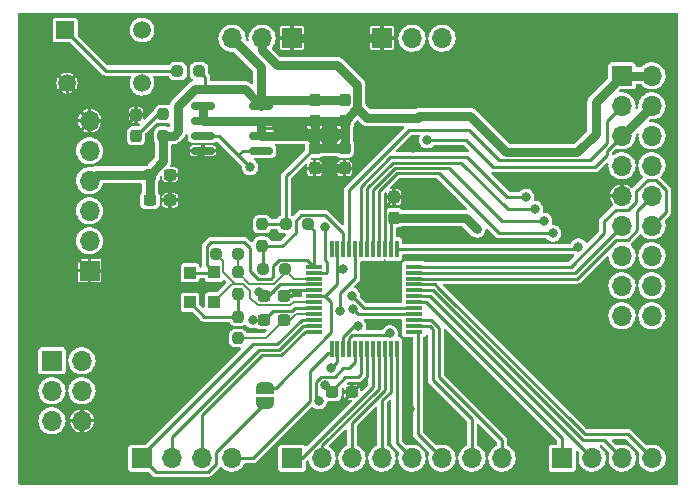
<source format=gtl>
G04 #@! TF.GenerationSoftware,KiCad,Pcbnew,6.0.1+dfsg-1*
G04 #@! TF.CreationDate,2022-05-09T21:45:27-04:00*
G04 #@! TF.ProjectId,wacom,7761636f-6d2e-46b6-9963-61645f706362,rev?*
G04 #@! TF.SameCoordinates,Original*
G04 #@! TF.FileFunction,Copper,L1,Top*
G04 #@! TF.FilePolarity,Positive*
%FSLAX46Y46*%
G04 Gerber Fmt 4.6, Leading zero omitted, Abs format (unit mm)*
G04 Created by KiCad (PCBNEW 6.0.1+dfsg-1) date 2022-05-09 21:45:27*
%MOMM*%
%LPD*%
G01*
G04 APERTURE LIST*
G04 Aperture macros list*
%AMRoundRect*
0 Rectangle with rounded corners*
0 $1 Rounding radius*
0 $2 $3 $4 $5 $6 $7 $8 $9 X,Y pos of 4 corners*
0 Add a 4 corners polygon primitive as box body*
4,1,4,$2,$3,$4,$5,$6,$7,$8,$9,$2,$3,0*
0 Add four circle primitives for the rounded corners*
1,1,$1+$1,$2,$3*
1,1,$1+$1,$4,$5*
1,1,$1+$1,$6,$7*
1,1,$1+$1,$8,$9*
0 Add four rect primitives between the rounded corners*
20,1,$1+$1,$2,$3,$4,$5,0*
20,1,$1+$1,$4,$5,$6,$7,0*
20,1,$1+$1,$6,$7,$8,$9,0*
20,1,$1+$1,$8,$9,$2,$3,0*%
%AMFreePoly0*
4,1,22,0.500000,-0.750000,0.000000,-0.750000,0.000000,-0.745033,-0.079941,-0.743568,-0.215256,-0.701293,-0.333266,-0.622738,-0.424486,-0.514219,-0.481581,-0.384460,-0.499164,-0.250000,-0.500000,-0.250000,-0.500000,0.250000,-0.499164,0.250000,-0.499963,0.256109,-0.478152,0.396186,-0.417904,0.524511,-0.324060,0.630769,-0.204165,0.706417,-0.067858,0.745374,0.000000,0.744959,0.000000,0.750000,
0.500000,0.750000,0.500000,-0.750000,0.500000,-0.750000,$1*%
%AMFreePoly1*
4,1,20,0.000000,0.744959,0.073905,0.744508,0.209726,0.703889,0.328688,0.626782,0.421226,0.519385,0.479903,0.390333,0.500000,0.250000,0.500000,-0.250000,0.499851,-0.262216,0.476331,-0.402017,0.414519,-0.529596,0.319384,-0.634700,0.198574,-0.708877,0.061801,-0.746166,0.000000,-0.745033,0.000000,-0.750000,-0.500000,-0.750000,-0.500000,0.750000,0.000000,0.750000,0.000000,0.744959,
0.000000,0.744959,$1*%
G04 Aperture macros list end*
G04 #@! TA.AperFunction,SMDPad,CuDef*
%ADD10RoundRect,0.237500X-0.237500X0.300000X-0.237500X-0.300000X0.237500X-0.300000X0.237500X0.300000X0*%
G04 #@! TD*
G04 #@! TA.AperFunction,SMDPad,CuDef*
%ADD11RoundRect,0.237500X0.250000X0.237500X-0.250000X0.237500X-0.250000X-0.237500X0.250000X-0.237500X0*%
G04 #@! TD*
G04 #@! TA.AperFunction,SMDPad,CuDef*
%ADD12RoundRect,0.237500X-0.300000X-0.237500X0.300000X-0.237500X0.300000X0.237500X-0.300000X0.237500X0*%
G04 #@! TD*
G04 #@! TA.AperFunction,ComponentPad*
%ADD13R,1.700000X1.700000*%
G04 #@! TD*
G04 #@! TA.AperFunction,ComponentPad*
%ADD14O,1.700000X1.700000*%
G04 #@! TD*
G04 #@! TA.AperFunction,SMDPad,CuDef*
%ADD15RoundRect,0.237500X-0.250000X-0.237500X0.250000X-0.237500X0.250000X0.237500X-0.250000X0.237500X0*%
G04 #@! TD*
G04 #@! TA.AperFunction,SMDPad,CuDef*
%ADD16R,1.000000X1.000000*%
G04 #@! TD*
G04 #@! TA.AperFunction,SMDPad,CuDef*
%ADD17RoundRect,0.237500X0.237500X-0.300000X0.237500X0.300000X-0.237500X0.300000X-0.237500X-0.300000X0*%
G04 #@! TD*
G04 #@! TA.AperFunction,SMDPad,CuDef*
%ADD18RoundRect,0.237500X0.237500X-0.250000X0.237500X0.250000X-0.237500X0.250000X-0.237500X-0.250000X0*%
G04 #@! TD*
G04 #@! TA.AperFunction,SMDPad,CuDef*
%ADD19R,1.475000X0.300000*%
G04 #@! TD*
G04 #@! TA.AperFunction,SMDPad,CuDef*
%ADD20R,0.300000X1.475000*%
G04 #@! TD*
G04 #@! TA.AperFunction,SMDPad,CuDef*
%ADD21RoundRect,0.150000X-0.825000X-0.150000X0.825000X-0.150000X0.825000X0.150000X-0.825000X0.150000X0*%
G04 #@! TD*
G04 #@! TA.AperFunction,SMDPad,CuDef*
%ADD22FreePoly0,90.000000*%
G04 #@! TD*
G04 #@! TA.AperFunction,SMDPad,CuDef*
%ADD23FreePoly1,90.000000*%
G04 #@! TD*
G04 #@! TA.AperFunction,ComponentPad*
%ADD24R,1.498600X1.498600*%
G04 #@! TD*
G04 #@! TA.AperFunction,ComponentPad*
%ADD25C,1.498600*%
G04 #@! TD*
G04 #@! TA.AperFunction,SMDPad,CuDef*
%ADD26RoundRect,0.237500X-0.237500X0.287500X-0.237500X-0.287500X0.237500X-0.287500X0.237500X0.287500X0*%
G04 #@! TD*
G04 #@! TA.AperFunction,SMDPad,CuDef*
%ADD27RoundRect,0.237500X-0.237500X0.250000X-0.237500X-0.250000X0.237500X-0.250000X0.237500X0.250000X0*%
G04 #@! TD*
G04 #@! TA.AperFunction,SMDPad,CuDef*
%ADD28RoundRect,0.237500X0.300000X0.237500X-0.300000X0.237500X-0.300000X-0.237500X0.300000X-0.237500X0*%
G04 #@! TD*
G04 #@! TA.AperFunction,ViaPad*
%ADD29C,0.800000*%
G04 #@! TD*
G04 #@! TA.AperFunction,ViaPad*
%ADD30C,1.000000*%
G04 #@! TD*
G04 #@! TA.AperFunction,Conductor*
%ADD31C,0.200000*%
G04 #@! TD*
G04 #@! TA.AperFunction,Conductor*
%ADD32C,0.250000*%
G04 #@! TD*
G04 #@! TA.AperFunction,Conductor*
%ADD33C,0.800000*%
G04 #@! TD*
G04 APERTURE END LIST*
D10*
X116205000Y-63680000D03*
X116205000Y-65405000D03*
D11*
X107188000Y-76708000D03*
X105363000Y-76708000D03*
D12*
X109373500Y-80264000D03*
X111098500Y-80264000D03*
D10*
X113665000Y-63680000D03*
X113665000Y-65405000D03*
D13*
X99060000Y-93980000D03*
D14*
X101600000Y-93980000D03*
X104140000Y-93980000D03*
X106680000Y-93980000D03*
D13*
X119380000Y-58420000D03*
D14*
X121920000Y-58420000D03*
X124460000Y-58420000D03*
D15*
X111252000Y-74168000D03*
X113077000Y-74168000D03*
D13*
X94615000Y-78105000D03*
D14*
X94615000Y-75565000D03*
X94615000Y-73025000D03*
X94615000Y-70485000D03*
X94615000Y-67945000D03*
X94615000Y-65405000D03*
D12*
X99721500Y-69977000D03*
X101446500Y-69977000D03*
X99721500Y-72136000D03*
X101446500Y-72136000D03*
D16*
X105156000Y-80752000D03*
X105156000Y-78252000D03*
D17*
X120396000Y-73607000D03*
X120396000Y-71882000D03*
D15*
X109323500Y-77978000D03*
X111148500Y-77978000D03*
D13*
X111760000Y-58420000D03*
D14*
X109220000Y-58420000D03*
X106680000Y-58420000D03*
D11*
X103886000Y-61214000D03*
X102061000Y-61214000D03*
D18*
X107188000Y-83820000D03*
X107188000Y-81995000D03*
D19*
X122094000Y-83268000D03*
X122094000Y-82768000D03*
X122094000Y-82268000D03*
X122094000Y-81768000D03*
X122094000Y-81268000D03*
X122094000Y-80768000D03*
X122094000Y-80268000D03*
X122094000Y-79768000D03*
X122094000Y-79268000D03*
X122094000Y-78768000D03*
X122094000Y-78268000D03*
X122094000Y-77768000D03*
D20*
X120606000Y-76280000D03*
X120106000Y-76280000D03*
X119606000Y-76280000D03*
X119106000Y-76280000D03*
X118606000Y-76280000D03*
X118106000Y-76280000D03*
X117606000Y-76280000D03*
X117106000Y-76280000D03*
X116606000Y-76280000D03*
X116106000Y-76280000D03*
X115606000Y-76280000D03*
X115106000Y-76280000D03*
D19*
X113618000Y-77768000D03*
X113618000Y-78268000D03*
X113618000Y-78768000D03*
X113618000Y-79268000D03*
X113618000Y-79768000D03*
X113618000Y-80268000D03*
X113618000Y-80768000D03*
X113618000Y-81268000D03*
X113618000Y-81768000D03*
X113618000Y-82268000D03*
X113618000Y-82768000D03*
X113618000Y-83268000D03*
D20*
X115106000Y-84756000D03*
X115606000Y-84756000D03*
X116106000Y-84756000D03*
X116606000Y-84756000D03*
X117106000Y-84756000D03*
X117606000Y-84756000D03*
X118106000Y-84756000D03*
X118606000Y-84756000D03*
X119106000Y-84756000D03*
X119606000Y-84756000D03*
X120106000Y-84756000D03*
X120606000Y-84756000D03*
D13*
X111760000Y-93980000D03*
D14*
X114300000Y-93980000D03*
X116840000Y-93980000D03*
X119380000Y-93980000D03*
X121920000Y-93980000D03*
X124460000Y-93980000D03*
X127000000Y-93980000D03*
X129540000Y-93980000D03*
D21*
X104205000Y-64135000D03*
X104205000Y-65405000D03*
X104205000Y-66675000D03*
X104205000Y-67945000D03*
X109155000Y-67945000D03*
X109155000Y-66675000D03*
X109155000Y-65405000D03*
X109155000Y-64135000D03*
D10*
X113665000Y-67717500D03*
X113665000Y-69442500D03*
D13*
X91440000Y-85725000D03*
D14*
X93980000Y-85725000D03*
X91440000Y-88265000D03*
X93980000Y-88265000D03*
X91440000Y-90805000D03*
X93980000Y-90805000D03*
D10*
X116205000Y-67717500D03*
X116205000Y-69442500D03*
D22*
X109474000Y-89296000D03*
D23*
X109474000Y-87996000D03*
D24*
X92559999Y-57729999D03*
D25*
X92710000Y-62230000D03*
X99060001Y-57729999D03*
X99060001Y-62230000D03*
D18*
X100838000Y-66675000D03*
X100838000Y-64850000D03*
D26*
X98552000Y-64925000D03*
X98552000Y-66675000D03*
D13*
X134630000Y-93980000D03*
D14*
X137170000Y-93980000D03*
X139710000Y-93980000D03*
X142250000Y-93980000D03*
D27*
X109220000Y-74168000D03*
X109220000Y-75993000D03*
D28*
X111098500Y-82296000D03*
X109373500Y-82296000D03*
D13*
X139700000Y-61595000D03*
D14*
X142240000Y-61595000D03*
X139700000Y-64135000D03*
X142240000Y-64135000D03*
X139700000Y-66675000D03*
X142240000Y-66675000D03*
X139700000Y-69215000D03*
X142240000Y-69215000D03*
X139700000Y-71755000D03*
X142240000Y-71755000D03*
X139700000Y-74295000D03*
X142240000Y-74295000D03*
X139700000Y-76835000D03*
X142240000Y-76835000D03*
X139700000Y-79375000D03*
X142240000Y-79375000D03*
X139700000Y-81915000D03*
X142240000Y-81915000D03*
D27*
X107188000Y-78232000D03*
X107188000Y-80057000D03*
D12*
X115115000Y-88392000D03*
X116840000Y-88392000D03*
D16*
X103124000Y-78272000D03*
X103124000Y-80772000D03*
D29*
X108458000Y-82296000D03*
X115824000Y-81534000D03*
X108966000Y-79908400D03*
X127436238Y-74604238D03*
X114554000Y-87809011D03*
D30*
X121666000Y-89789000D03*
X118922800Y-66700400D03*
X119507000Y-79375000D03*
X122021600Y-67665600D03*
X99568000Y-82296000D03*
X133248400Y-70358000D03*
X101854000Y-76073000D03*
D29*
X111098500Y-80264000D03*
D30*
X105410000Y-71501000D03*
X113792000Y-90881200D03*
X125323600Y-72237600D03*
X126034800Y-62077600D03*
X122555000Y-71882000D03*
X124587000Y-90551000D03*
D29*
X116926838Y-81375436D03*
X116840000Y-80264000D03*
X136012701Y-76068701D03*
X133858000Y-74938614D03*
X133096000Y-73914000D03*
X132334000Y-72898000D03*
X131572000Y-71882000D03*
X116078000Y-77978000D03*
X123190000Y-67056000D03*
X108204000Y-69342000D03*
X114554000Y-74422000D03*
X120043599Y-83418999D03*
X114022168Y-89130168D03*
X115062000Y-86360000D03*
X117348000Y-82804000D03*
D31*
X112102362Y-81768000D02*
X111574362Y-82296000D01*
X113618000Y-81768000D02*
X112102362Y-81768000D01*
X107188000Y-83820000D02*
X109574500Y-83820000D01*
X109574500Y-83820000D02*
X111098500Y-82296000D01*
X111574362Y-82296000D02*
X111098500Y-82296000D01*
D32*
X112002000Y-81268000D02*
X113618000Y-81268000D01*
X111773520Y-81496480D02*
X112002000Y-81268000D01*
X109373500Y-82296000D02*
X108458000Y-82296000D01*
X117106000Y-76280000D02*
X117106000Y-78728000D01*
X110173020Y-81496480D02*
X111773520Y-81496480D01*
X117106000Y-78728000D02*
X115824000Y-80010000D01*
X115824000Y-80010000D02*
X115824000Y-81534000D01*
X109373500Y-82296000D02*
X110173020Y-81496480D01*
D33*
X109155000Y-64135000D02*
X107758000Y-62738000D01*
X127436238Y-74604238D02*
X126492000Y-73660000D01*
X107758000Y-62738000D02*
X104394000Y-62738000D01*
D32*
X120106000Y-76280000D02*
X120106000Y-73897000D01*
X120106000Y-73897000D02*
X120396000Y-73607000D01*
X103886000Y-61214000D02*
X104394000Y-61722000D01*
X115115000Y-88370011D02*
X114554000Y-87809011D01*
D33*
X104394000Y-62738000D02*
X103567019Y-62738000D01*
D32*
X110128645Y-79901539D02*
X109970880Y-79901539D01*
X117348000Y-87122000D02*
X117606000Y-86864000D01*
X104394000Y-61722000D02*
X104394000Y-62738000D01*
D33*
X109610000Y-63680000D02*
X109155000Y-64135000D01*
X109155000Y-64135000D02*
X109155000Y-60895000D01*
X100838000Y-66675000D02*
X100838000Y-68860500D01*
X102108000Y-64197019D02*
X102108000Y-66294000D01*
X120449000Y-73660000D02*
X120396000Y-73607000D01*
X126492000Y-73660000D02*
X120449000Y-73660000D01*
X113665000Y-63680000D02*
X109610000Y-63680000D01*
X99721500Y-69977000D02*
X95123000Y-69977000D01*
D32*
X110978000Y-79268000D02*
X113618000Y-79268000D01*
D33*
X95123000Y-69977000D02*
X94615000Y-70485000D01*
X116205000Y-63680000D02*
X113665000Y-63680000D01*
D32*
X110762184Y-79268000D02*
X110978000Y-79268000D01*
X116276522Y-87122000D02*
X117348000Y-87122000D01*
D33*
X101727000Y-66675000D02*
X100838000Y-66675000D01*
D32*
X115115000Y-88392000D02*
X115115000Y-88370011D01*
X109373500Y-80264000D02*
X109766184Y-80264000D01*
X109766184Y-80264000D02*
X110762184Y-79268000D01*
X117606000Y-86864000D02*
X117606000Y-84756000D01*
D33*
X103567019Y-62738000D02*
X102108000Y-64197019D01*
D32*
X110762184Y-79268000D02*
X110128645Y-79901539D01*
D33*
X102108000Y-66294000D02*
X101727000Y-66675000D01*
X109155000Y-60895000D02*
X106680000Y-58420000D01*
X100838000Y-68860500D02*
X99721500Y-69977000D01*
D32*
X115115000Y-88283522D02*
X116276522Y-87122000D01*
X115115000Y-88392000D02*
X115115000Y-88283522D01*
D33*
X99721500Y-72136000D02*
X99721500Y-69977000D01*
X137464800Y-66497200D02*
X135890000Y-68072000D01*
X109155000Y-66675000D02*
X113157000Y-66675000D01*
X142240000Y-61595000D02*
X139700000Y-61595000D01*
X126847600Y-65024000D02*
X122529600Y-65024000D01*
D32*
X111252000Y-70130500D02*
X113665000Y-67717500D01*
D33*
X135890000Y-68072000D02*
X129895600Y-68072000D01*
D32*
X111252000Y-74168000D02*
X109220000Y-74168000D01*
D33*
X109220000Y-59436000D02*
X109220000Y-58420000D01*
X129895600Y-68072000D02*
X126847600Y-65024000D01*
X110490000Y-60706000D02*
X109220000Y-59436000D01*
X104205000Y-65405000D02*
X104205000Y-64135000D01*
D32*
X111252000Y-74168000D02*
X111252000Y-70130500D01*
D33*
X113665000Y-67183000D02*
X113665000Y-67717500D01*
X139700000Y-61595000D02*
X137464800Y-63830200D01*
X113157000Y-66675000D02*
X113665000Y-67183000D01*
X116205000Y-65405000D02*
X113665000Y-65405000D01*
X137464800Y-63830200D02*
X137464800Y-66497200D01*
X113665000Y-67717500D02*
X116205000Y-67717500D01*
X122529600Y-65024000D02*
X122399089Y-65154511D01*
X115570000Y-60706000D02*
X110490000Y-60706000D01*
X122399089Y-65154511D02*
X118103551Y-65154511D01*
X117279520Y-64330480D02*
X117279520Y-62415520D01*
X118103551Y-65154511D02*
X117279520Y-64330480D01*
X117279520Y-62415520D02*
X115570000Y-60706000D01*
X113665000Y-65405000D02*
X113665000Y-67183000D01*
X109155000Y-65405000D02*
X113665000Y-65405000D01*
X116205000Y-65405000D02*
X117279520Y-64330480D01*
X116205000Y-67717500D02*
X116205000Y-65405000D01*
X104205000Y-65405000D02*
X109155000Y-65405000D01*
X109155000Y-65405000D02*
X109155000Y-66675000D01*
D32*
X116840000Y-88392000D02*
X118106000Y-87126000D01*
X101446500Y-72136000D02*
X101446500Y-73305500D01*
X92709999Y-63499999D02*
X94615000Y-65405000D01*
X92964000Y-67056000D02*
X94615000Y-65405000D01*
D33*
X116205000Y-69442500D02*
X113665000Y-69442500D01*
D32*
X119596480Y-72681520D02*
X120396000Y-71882000D01*
X101446500Y-69977000D02*
X102173000Y-69977000D01*
X92709999Y-62230000D02*
X92709999Y-63499999D01*
X116840000Y-88392000D02*
X115824000Y-89408000D01*
X102173000Y-69977000D02*
X104205000Y-67945000D01*
X119596480Y-76270480D02*
X119596480Y-72681520D01*
X101446500Y-73305500D02*
X96647000Y-78105000D01*
X111098500Y-80264000D02*
X111594500Y-79768000D01*
X94615000Y-65405000D02*
X98072000Y-65405000D01*
X118106000Y-87126000D02*
X118106000Y-84756000D01*
X94615000Y-78105000D02*
X92964000Y-76454000D01*
X92964000Y-76454000D02*
X92964000Y-67056000D01*
X98072000Y-65405000D02*
X98552000Y-64925000D01*
X101446500Y-72136000D02*
X101446500Y-69977000D01*
X111594500Y-79768000D02*
X113618000Y-79768000D01*
X119606000Y-76280000D02*
X119596480Y-76270480D01*
D33*
X119380000Y-58420000D02*
X111760000Y-58420000D01*
D32*
X96647000Y-78105000D02*
X94615000Y-78105000D01*
X100838000Y-64850000D02*
X100377000Y-64850000D01*
X100377000Y-64850000D02*
X98552000Y-66675000D01*
X122384000Y-83268000D02*
X122094000Y-83268000D01*
X122428000Y-91948000D02*
X122428000Y-83312000D01*
X122428000Y-83312000D02*
X122384000Y-83268000D01*
X124460000Y-93980000D02*
X122428000Y-91948000D01*
X127000000Y-90678000D02*
X123698000Y-87376000D01*
X123408000Y-82768000D02*
X122094000Y-82768000D01*
X123698000Y-83058000D02*
X123408000Y-82768000D01*
X127000000Y-93980000D02*
X127000000Y-90678000D01*
X123698000Y-87376000D02*
X123698000Y-83058000D01*
X122094000Y-81768000D02*
X117319402Y-81768000D01*
X117319402Y-81768000D02*
X116926838Y-81375436D01*
X122094000Y-81268000D02*
X117844000Y-81268000D01*
X117844000Y-81268000D02*
X116840000Y-80264000D01*
X129540000Y-93980000D02*
X129540000Y-92456000D01*
X124206000Y-82930282D02*
X123543718Y-82268000D01*
X123543718Y-82268000D02*
X122094000Y-82268000D01*
X129540000Y-92456000D02*
X124206000Y-87122000D01*
X124206000Y-87122000D02*
X124206000Y-82930282D01*
X123130522Y-80768000D02*
X122094000Y-80768000D01*
X134630000Y-93980000D02*
X134630000Y-92267478D01*
X134630000Y-92267478D02*
X123130522Y-80768000D01*
X122094000Y-80268000D02*
X123458000Y-80268000D01*
X123458000Y-80268000D02*
X137170000Y-93980000D01*
X138186000Y-92456000D02*
X136398000Y-92456000D01*
X139710000Y-93980000D02*
X138186000Y-92456000D01*
X136398000Y-92456000D02*
X123710000Y-79768000D01*
X123710000Y-79768000D02*
X122094000Y-79768000D01*
X139213501Y-75469511D02*
X140186499Y-75469511D01*
X140186499Y-75469511D02*
X140970000Y-74686010D01*
X122094000Y-78768000D02*
X135915012Y-78768000D01*
X135915012Y-78768000D02*
X139213501Y-75469511D01*
X140970000Y-74686010D02*
X140970000Y-73025000D01*
X140970000Y-73025000D02*
X142240000Y-71755000D01*
X122119489Y-78293489D02*
X122094000Y-78268000D01*
X139700000Y-74295000D02*
X135701511Y-78293489D01*
X135701511Y-78293489D02*
X122119489Y-78293489D01*
X142535521Y-70389511D02*
X141859000Y-70389511D01*
X143414511Y-71268501D02*
X142535521Y-70389511D01*
X140229501Y-72929511D02*
X139160489Y-72929511D01*
X141859000Y-70389511D02*
X140874511Y-71374000D01*
X140874511Y-72284501D02*
X140229501Y-72929511D01*
X142240000Y-74295000D02*
X143414511Y-73120489D01*
X143414511Y-73120489D02*
X143414511Y-71268501D01*
X138176000Y-74930000D02*
X135338000Y-77768000D01*
X140874511Y-71374000D02*
X140874511Y-72284501D01*
X139160489Y-72929511D02*
X138176000Y-73914000D01*
X135338000Y-77768000D02*
X122094000Y-77768000D01*
X138176000Y-73914000D02*
X138176000Y-74930000D01*
X135801402Y-76280000D02*
X120606000Y-76280000D01*
X136012701Y-76068701D02*
X135801402Y-76280000D01*
X140218000Y-91948000D02*
X142250000Y-93980000D01*
X124159520Y-79581803D02*
X136525717Y-91948000D01*
X122094000Y-79268000D02*
X123845718Y-79268000D01*
X136525717Y-91948000D02*
X140218000Y-91948000D01*
X123845718Y-79268000D02*
X124159520Y-79581803D01*
X109474000Y-89296000D02*
X105314511Y-93455489D01*
X112581478Y-82268000D02*
X110521478Y-84328000D01*
X110521478Y-84328000D02*
X108458000Y-84328000D01*
X113618000Y-82268000D02*
X112581478Y-82268000D01*
X105314511Y-93455489D02*
X105314511Y-94466499D01*
X99060000Y-93726000D02*
X99060000Y-93980000D01*
X100234511Y-95154511D02*
X99060000Y-93980000D01*
X105314511Y-94466499D02*
X104626499Y-95154511D01*
X108458000Y-84328000D02*
X99060000Y-93726000D01*
X104626499Y-95154511D02*
X100234511Y-95154511D01*
X124206000Y-69850000D02*
X129294614Y-74938614D01*
X129294614Y-74938614D02*
X133858000Y-74938614D01*
X120650000Y-69850000D02*
X124206000Y-69850000D01*
X119106000Y-76280000D02*
X119106000Y-71394000D01*
X119106000Y-71394000D02*
X120650000Y-69850000D01*
X120463803Y-69400480D02*
X118606000Y-71258283D01*
X118606000Y-71258283D02*
X118606000Y-76280000D01*
X125026480Y-69400480D02*
X120463803Y-69400480D01*
X129540000Y-73914000D02*
X125026480Y-69400480D01*
X133096000Y-73914000D02*
X129540000Y-73914000D01*
X118106000Y-71122566D02*
X118106000Y-76280000D01*
X132334000Y-72898000D02*
X130048000Y-72898000D01*
X126100960Y-68950960D02*
X120277606Y-68950960D01*
X130048000Y-72898000D02*
X126100960Y-68950960D01*
X120277606Y-68950960D02*
X118106000Y-71122566D01*
X131572000Y-71882000D02*
X129997200Y-71882000D01*
X129997200Y-71882000D02*
X126616640Y-68501440D01*
X117606000Y-70986849D02*
X117606000Y-76280000D01*
X126616640Y-68501440D02*
X120091409Y-68501440D01*
X120091409Y-68501440D02*
X117606000Y-70986849D01*
X121700911Y-66157489D02*
X126711089Y-66157489D01*
X116606000Y-76280000D02*
X116606000Y-71252400D01*
X136956800Y-68769280D02*
X138430000Y-67296080D01*
X126711089Y-66157489D02*
X129322880Y-68769280D01*
X138430000Y-67296080D02*
X138430000Y-65405000D01*
X116606000Y-71252400D02*
X121700911Y-66157489D01*
X138430000Y-65405000D02*
X139700000Y-64135000D01*
X129322880Y-68769280D02*
X136956800Y-68769280D01*
X116106000Y-76280000D02*
X116106000Y-74949386D01*
X116106000Y-74949386D02*
X114525094Y-73368480D01*
X114525094Y-73368480D02*
X112559520Y-73368480D01*
X112064020Y-74879980D02*
X110951000Y-75993000D01*
X112064020Y-73863980D02*
X112064020Y-74879980D01*
X112559520Y-73368480D02*
X112064020Y-73863980D01*
X109323500Y-76096500D02*
X109220000Y-75993000D01*
X110951000Y-75993000D02*
X109220000Y-75993000D01*
X109323500Y-77978000D02*
X109323500Y-76096500D01*
X128778000Y-69342000D02*
X137414000Y-69342000D01*
X113618000Y-80268000D02*
X114558000Y-80268000D01*
X126492000Y-67056000D02*
X128778000Y-69342000D01*
X115824000Y-77978000D02*
X116078000Y-77978000D01*
X123190000Y-67056000D02*
X126492000Y-67056000D01*
X109474000Y-87996000D02*
X110378000Y-87996000D01*
X115062000Y-80772000D02*
X115062000Y-83312000D01*
X138430000Y-67945000D02*
X139700000Y-66675000D01*
X114558000Y-80268000D02*
X115062000Y-80772000D01*
X110378000Y-87996000D02*
X115062000Y-83312000D01*
D33*
X142240000Y-64135000D02*
X139700000Y-66675000D01*
D32*
X138430000Y-68326000D02*
X138430000Y-67945000D01*
X115606000Y-79220000D02*
X115606000Y-78196000D01*
X115606000Y-78196000D02*
X115606000Y-76280000D01*
X137414000Y-69342000D02*
X138430000Y-68326000D01*
X115606000Y-78196000D02*
X115824000Y-77978000D01*
X114558000Y-80268000D02*
X115606000Y-79220000D01*
X113618000Y-77768000D02*
X113028480Y-77178480D01*
X108840704Y-78777520D02*
X108204000Y-78140816D01*
X113028480Y-77178480D02*
X110665704Y-77178480D01*
X113618000Y-74709000D02*
X113618000Y-77768000D01*
X110135520Y-77708664D02*
X110135520Y-78586480D01*
X110665704Y-77178480D02*
X110135520Y-77708664D01*
X103124000Y-78272000D02*
X105136000Y-78272000D01*
X107696000Y-75692000D02*
X104902000Y-75692000D01*
X113077000Y-74168000D02*
X113618000Y-74709000D01*
X109944480Y-78777520D02*
X108840704Y-78777520D01*
X104902000Y-75692000D02*
X104550980Y-76043020D01*
X105136000Y-78272000D02*
X105156000Y-78252000D01*
X108204000Y-76200000D02*
X107696000Y-75692000D01*
X104550980Y-77646980D02*
X105156000Y-78252000D01*
X108204000Y-78140816D02*
X108204000Y-76200000D01*
X104550980Y-76043020D02*
X104550980Y-77646980D01*
X110135520Y-78586480D02*
X109944480Y-78777520D01*
X114680011Y-78242511D02*
X114680011Y-77342011D01*
X107188000Y-68326000D02*
X108204000Y-69342000D01*
X114554000Y-77216000D02*
X114554000Y-74422000D01*
X114654522Y-78268000D02*
X114680011Y-78242511D01*
X107188000Y-68326000D02*
X107569000Y-67945000D01*
X113618000Y-78268000D02*
X114654522Y-78268000D01*
X104205000Y-66675000D02*
X105537000Y-66675000D01*
X105537000Y-66675000D02*
X107188000Y-68326000D01*
X107569000Y-67945000D02*
X109155000Y-67945000D01*
X114680011Y-77342011D02*
X114554000Y-77216000D01*
D31*
X111148500Y-78281322D02*
X111148500Y-77978000D01*
X110227783Y-79202039D02*
X111148500Y-78281322D01*
X107141000Y-78185000D02*
X107188000Y-78232000D01*
X107188000Y-78232000D02*
X107188000Y-76708000D01*
X108158039Y-79202039D02*
X110227783Y-79202039D01*
X113618000Y-78768000D02*
X111938500Y-78768000D01*
X111938500Y-78768000D02*
X111148500Y-77978000D01*
X107188000Y-78232000D02*
X108158039Y-79202039D01*
D32*
X101600000Y-92202000D02*
X101600000Y-93980000D01*
X113618000Y-82768000D02*
X112717196Y-82768000D01*
X112717196Y-82768000D02*
X110649196Y-84836000D01*
X110649196Y-84836000D02*
X108966000Y-84836000D01*
X108966000Y-84836000D02*
X101600000Y-92202000D01*
X109220000Y-85285520D02*
X104140000Y-90365520D01*
X112852914Y-83268000D02*
X110835393Y-85285520D01*
X104140000Y-90365520D02*
X104140000Y-93980000D01*
X110835393Y-85285520D02*
X109220000Y-85285520D01*
X113618000Y-83268000D02*
X112852914Y-83268000D01*
D31*
X107625960Y-79248000D02*
X106957040Y-79248000D01*
X111891460Y-80768000D02*
X111620940Y-81038520D01*
X106660000Y-79248000D02*
X106934000Y-79248000D01*
X111620940Y-81038520D02*
X108851060Y-81038520D01*
X108204000Y-80391460D02*
X108204000Y-79826040D01*
X108851060Y-81038520D02*
X108204000Y-80391460D01*
X105955511Y-78246471D02*
X105955511Y-77300511D01*
X108204000Y-79826040D02*
X107625960Y-79248000D01*
X105156000Y-80752000D02*
X106660000Y-79248000D01*
X113618000Y-80768000D02*
X111891460Y-80768000D01*
X105955511Y-77300511D02*
X105363000Y-76708000D01*
X106957040Y-79248000D02*
X105955511Y-78246471D01*
D32*
X113284000Y-86614000D02*
X114808000Y-85090000D01*
X106680000Y-93980000D02*
X108458000Y-93980000D01*
X113284000Y-89154000D02*
X113284000Y-86614000D01*
X115062000Y-85090000D02*
X115106000Y-85046000D01*
X108458000Y-93980000D02*
X113284000Y-89154000D01*
X115106000Y-85046000D02*
X115106000Y-84756000D01*
X114808000Y-85090000D02*
X115062000Y-85090000D01*
X116808500Y-83566000D02*
X119896598Y-83566000D01*
X102003189Y-61156189D02*
X95986188Y-61156189D01*
X102061000Y-61214000D02*
X102003189Y-61156189D01*
X116606000Y-83768500D02*
X116808500Y-83566000D01*
X116606000Y-84756000D02*
X116606000Y-83768500D01*
X119896598Y-83566000D02*
X120043599Y-83418999D01*
X95986188Y-61156189D02*
X92559998Y-57729999D01*
X117106000Y-85840000D02*
X116586000Y-86360000D01*
X114253886Y-87084511D02*
X113829489Y-87508908D01*
X117106000Y-84756000D02*
X117106000Y-85840000D01*
X113829489Y-88937489D02*
X114022168Y-89130168D01*
X116586000Y-86360000D02*
X116086614Y-86360000D01*
X116086614Y-86360000D02*
X115362103Y-87084511D01*
X113829489Y-87508908D02*
X113829489Y-88937489D01*
X115362103Y-87084511D02*
X114253886Y-87084511D01*
X118606000Y-87958316D02*
X118606000Y-84756000D01*
X111760000Y-93853000D02*
X111760000Y-93980000D01*
X112584315Y-93980000D02*
X118606000Y-87958316D01*
X111760000Y-93980000D02*
X112584315Y-93980000D01*
X115606000Y-85816000D02*
X115062000Y-86360000D01*
X115606000Y-84756000D02*
X115606000Y-85816000D01*
X116106000Y-83703494D02*
X117005494Y-82804000D01*
X117005494Y-82804000D02*
X117348000Y-82804000D01*
X116106000Y-84756000D02*
X116106000Y-83703494D01*
X114300000Y-92900033D02*
X119106000Y-88094033D01*
X114300000Y-93980000D02*
X114300000Y-92900033D01*
X119106000Y-88094033D02*
X119106000Y-84756000D01*
X119606000Y-88229751D02*
X119606000Y-84756000D01*
X116840000Y-93980000D02*
X116840000Y-90995751D01*
X116840000Y-90995751D02*
X119606000Y-88229751D01*
X119380000Y-93980000D02*
X119380000Y-89091469D01*
X120106000Y-88365469D02*
X120106000Y-84756000D01*
X119380000Y-89091469D02*
X120106000Y-88365469D01*
X120606000Y-92666000D02*
X121920000Y-93980000D01*
X120606000Y-84756000D02*
X120606000Y-92666000D01*
X103124000Y-80772000D02*
X104347000Y-81995000D01*
X107188000Y-80057000D02*
X107188000Y-81995000D01*
X104347000Y-81995000D02*
X107188000Y-81995000D01*
X107141000Y-82042000D02*
X107188000Y-81995000D01*
G04 #@! TA.AperFunction,Conductor*
G36*
X116393614Y-65278658D02*
G01*
X116405000Y-65331000D01*
X116405000Y-66124385D01*
X116416692Y-66164204D01*
X116428496Y-66182571D01*
X116433600Y-66218071D01*
X116433600Y-66907792D01*
X116413598Y-66975913D01*
X116406886Y-66984878D01*
X116405000Y-66993548D01*
X116405000Y-67791500D01*
X116384998Y-67859621D01*
X116374405Y-67868800D01*
X113639600Y-67868800D01*
X113663433Y-67499385D01*
X113865000Y-67499385D01*
X113869475Y-67514624D01*
X113870865Y-67515829D01*
X113878548Y-67517500D01*
X114321885Y-67517500D01*
X114337124Y-67513025D01*
X114338329Y-67511635D01*
X114340000Y-67503952D01*
X114340000Y-67499385D01*
X115530000Y-67499385D01*
X115534475Y-67514624D01*
X115535865Y-67515829D01*
X115543548Y-67517500D01*
X115986885Y-67517500D01*
X116002124Y-67513025D01*
X116003329Y-67511635D01*
X116005000Y-67503952D01*
X116005000Y-66998115D01*
X116000525Y-66982876D01*
X115999135Y-66981671D01*
X115991452Y-66980000D01*
X115918183Y-66980000D01*
X115912272Y-66980279D01*
X115892242Y-66982172D01*
X115877348Y-66985440D01*
X115769357Y-67023363D01*
X115752888Y-67032084D01*
X115662221Y-67099051D01*
X115649051Y-67112221D01*
X115582084Y-67202888D01*
X115573363Y-67219357D01*
X115535440Y-67327348D01*
X115532172Y-67342242D01*
X115530279Y-67362272D01*
X115530000Y-67368183D01*
X115530000Y-67499385D01*
X114340000Y-67499385D01*
X114340000Y-67368183D01*
X114339721Y-67362272D01*
X114337828Y-67342242D01*
X114334560Y-67327348D01*
X114296637Y-67219357D01*
X114287916Y-67202888D01*
X114220949Y-67112221D01*
X114207779Y-67099051D01*
X114117112Y-67032084D01*
X114100643Y-67023363D01*
X113992652Y-66985440D01*
X113977758Y-66982172D01*
X113957728Y-66980279D01*
X113951817Y-66980000D01*
X113883115Y-66980000D01*
X113867876Y-66984475D01*
X113866671Y-66985865D01*
X113865000Y-66993548D01*
X113865000Y-67499385D01*
X113663433Y-67499385D01*
X113680135Y-67240514D01*
X113465000Y-67115019D01*
X113465000Y-66998115D01*
X113460525Y-66982876D01*
X113459135Y-66981671D01*
X113451452Y-66980000D01*
X113378183Y-66980000D01*
X113372272Y-66980279D01*
X113352242Y-66982172D01*
X113337346Y-66985440D01*
X113333306Y-66986859D01*
X113330124Y-66987025D01*
X113329850Y-66987085D01*
X113329840Y-66987040D01*
X113262406Y-66990556D01*
X113228073Y-66976811D01*
X113085473Y-66893628D01*
X113085474Y-66893628D01*
X113070535Y-66884914D01*
X110429360Y-66931351D01*
X110360899Y-66912549D01*
X110331751Y-66887685D01*
X110324707Y-66879522D01*
X110309365Y-66875000D01*
X109118400Y-66875000D01*
X109118400Y-66183495D01*
X109354393Y-66183495D01*
X109355000Y-66191974D01*
X109355000Y-66456885D01*
X109359475Y-66472124D01*
X109360865Y-66473329D01*
X109368548Y-66475000D01*
X110309408Y-66475000D01*
X110322870Y-66471047D01*
X110324870Y-66456973D01*
X110321300Y-66432723D01*
X110315557Y-66414241D01*
X110273111Y-66327787D01*
X110261151Y-66311082D01*
X110193428Y-66243477D01*
X110176700Y-66231545D01*
X110090162Y-66189245D01*
X110071694Y-66183537D01*
X110017703Y-66175660D01*
X110008604Y-66175000D01*
X109373115Y-66175001D01*
X109357876Y-66179476D01*
X109354393Y-66183495D01*
X109118400Y-66183495D01*
X109118400Y-66127206D01*
X109119007Y-66126506D01*
X109118400Y-66118027D01*
X109118400Y-65957448D01*
X109119733Y-65952908D01*
X109118400Y-65951753D01*
X109118400Y-65897092D01*
X109353667Y-65897092D01*
X109360865Y-65903329D01*
X109368548Y-65905000D01*
X110008568Y-65904999D01*
X110017734Y-65904328D01*
X110072278Y-65896300D01*
X110090759Y-65890557D01*
X110177213Y-65848111D01*
X110193918Y-65836151D01*
X110261523Y-65768428D01*
X110271588Y-65754317D01*
X112990000Y-65754317D01*
X112990279Y-65760228D01*
X112992172Y-65780258D01*
X112995440Y-65795152D01*
X113033363Y-65903143D01*
X113042084Y-65919612D01*
X113109051Y-66010279D01*
X113122221Y-66023449D01*
X113212888Y-66090416D01*
X113229357Y-66099137D01*
X113337348Y-66137060D01*
X113352242Y-66140328D01*
X113372272Y-66142221D01*
X113378183Y-66142500D01*
X113446885Y-66142500D01*
X113462124Y-66138025D01*
X113463329Y-66136635D01*
X113465000Y-66128952D01*
X113465000Y-66124385D01*
X113865000Y-66124385D01*
X113869475Y-66139624D01*
X113870865Y-66140829D01*
X113878548Y-66142500D01*
X113951817Y-66142500D01*
X113957728Y-66142221D01*
X113977758Y-66140328D01*
X113992652Y-66137060D01*
X114100643Y-66099137D01*
X114117112Y-66090416D01*
X114207779Y-66023449D01*
X114220949Y-66010279D01*
X114287916Y-65919612D01*
X114296637Y-65903143D01*
X114334560Y-65795152D01*
X114337828Y-65780258D01*
X114339721Y-65760228D01*
X114340000Y-65754317D01*
X115530000Y-65754317D01*
X115530279Y-65760228D01*
X115532172Y-65780258D01*
X115535440Y-65795152D01*
X115573363Y-65903143D01*
X115582084Y-65919612D01*
X115649051Y-66010279D01*
X115662221Y-66023449D01*
X115752888Y-66090416D01*
X115769357Y-66099137D01*
X115877348Y-66137060D01*
X115892242Y-66140328D01*
X115912272Y-66142221D01*
X115918183Y-66142500D01*
X115986885Y-66142500D01*
X116002124Y-66138025D01*
X116003329Y-66136635D01*
X116005000Y-66128952D01*
X116005000Y-65623115D01*
X116000525Y-65607876D01*
X115999135Y-65606671D01*
X115991452Y-65605000D01*
X115548115Y-65605000D01*
X115532876Y-65609475D01*
X115531671Y-65610865D01*
X115530000Y-65618548D01*
X115530000Y-65754317D01*
X114340000Y-65754317D01*
X114340000Y-65623115D01*
X114335525Y-65607876D01*
X114334135Y-65606671D01*
X114326452Y-65605000D01*
X113883115Y-65605000D01*
X113867876Y-65609475D01*
X113866671Y-65610865D01*
X113865000Y-65618548D01*
X113865000Y-66124385D01*
X113465000Y-66124385D01*
X113465000Y-65623115D01*
X113460525Y-65607876D01*
X113459135Y-65606671D01*
X113451452Y-65605000D01*
X113008115Y-65605000D01*
X112992876Y-65609475D01*
X112991671Y-65610865D01*
X112990000Y-65618548D01*
X112990000Y-65754317D01*
X110271588Y-65754317D01*
X110273455Y-65751700D01*
X110315758Y-65665158D01*
X110321462Y-65646700D01*
X110324931Y-65622925D01*
X110322959Y-65609007D01*
X110309365Y-65605000D01*
X109373115Y-65605000D01*
X109357876Y-65609475D01*
X109356671Y-65610865D01*
X109355000Y-65618548D01*
X109355000Y-65892552D01*
X109353667Y-65897092D01*
X109118400Y-65897092D01*
X109118400Y-65227200D01*
X116349026Y-65227200D01*
X116393614Y-65278658D01*
G37*
G04 #@! TD.AperFunction*
G04 #@! TA.AperFunction,Conductor*
G36*
X144439191Y-56279907D02*
G01*
X144475155Y-56329407D01*
X144480000Y-56360000D01*
X144480000Y-96121000D01*
X144461093Y-96179191D01*
X144411593Y-96215155D01*
X144381000Y-96220000D01*
X88664000Y-96220000D01*
X88605809Y-96201093D01*
X88569845Y-96151593D01*
X88565000Y-96121000D01*
X88565000Y-90774754D01*
X90284967Y-90774754D01*
X90288277Y-90825251D01*
X90296855Y-90956130D01*
X90298796Y-90985749D01*
X90299912Y-90990142D01*
X90299912Y-90990144D01*
X90322487Y-91079032D01*
X90350845Y-91190690D01*
X90352747Y-91194815D01*
X90352747Y-91194816D01*
X90391518Y-91278916D01*
X90439369Y-91382714D01*
X90561405Y-91555391D01*
X90712865Y-91702937D01*
X90716638Y-91705458D01*
X90884899Y-91817887D01*
X90884902Y-91817889D01*
X90888677Y-91820411D01*
X90985472Y-91861997D01*
X91078774Y-91902083D01*
X91078778Y-91902084D01*
X91082953Y-91903878D01*
X91087387Y-91904881D01*
X91087386Y-91904881D01*
X91284760Y-91949543D01*
X91284765Y-91949544D01*
X91289186Y-91950544D01*
X91394828Y-91954695D01*
X91495937Y-91958668D01*
X91495938Y-91958668D01*
X91500470Y-91958846D01*
X91709730Y-91928504D01*
X91714029Y-91927045D01*
X91714032Y-91927044D01*
X91905654Y-91861997D01*
X91909955Y-91860537D01*
X92094442Y-91757219D01*
X92257012Y-91622012D01*
X92392219Y-91459442D01*
X92495537Y-91274955D01*
X92514901Y-91217911D01*
X92562044Y-91079032D01*
X92562045Y-91079029D01*
X92563504Y-91074730D01*
X92571031Y-91022818D01*
X92579437Y-90964846D01*
X92989860Y-90964846D01*
X92991264Y-90981575D01*
X92993002Y-90991042D01*
X93044388Y-91170248D01*
X93047939Y-91179216D01*
X93133151Y-91345020D01*
X93138374Y-91353125D01*
X93254178Y-91499233D01*
X93260861Y-91506154D01*
X93402837Y-91626985D01*
X93410752Y-91632486D01*
X93573488Y-91723435D01*
X93582316Y-91727292D01*
X93759627Y-91784904D01*
X93769027Y-91786970D01*
X93814432Y-91792385D01*
X93827514Y-91789794D01*
X93828955Y-91788238D01*
X93830000Y-91783484D01*
X93830000Y-91780777D01*
X94130000Y-91780777D01*
X94134122Y-91793462D01*
X94136735Y-91795361D01*
X94139680Y-91795712D01*
X94149659Y-91794945D01*
X94159152Y-91793271D01*
X94338705Y-91743139D01*
X94347702Y-91739649D01*
X94514098Y-91655597D01*
X94522233Y-91650435D01*
X94669146Y-91535653D01*
X94676116Y-91529016D01*
X94797934Y-91387888D01*
X94803493Y-91380007D01*
X94895577Y-91217911D01*
X94899493Y-91209116D01*
X94958341Y-91032212D01*
X94960475Y-91022818D01*
X94967077Y-90970556D01*
X94964577Y-90957454D01*
X94963167Y-90956130D01*
X94958112Y-90955000D01*
X94145680Y-90955000D01*
X94132995Y-90959122D01*
X94130000Y-90963243D01*
X94130000Y-91780777D01*
X93830000Y-91780777D01*
X93830000Y-90970680D01*
X93825878Y-90957995D01*
X93821757Y-90955000D01*
X93004713Y-90955000D01*
X92992028Y-90959122D01*
X92990237Y-90961586D01*
X92989860Y-90964846D01*
X92579437Y-90964846D01*
X92593426Y-90868369D01*
X92593426Y-90868363D01*
X92593846Y-90865470D01*
X92595429Y-90805000D01*
X92580214Y-90639417D01*
X92992258Y-90639417D01*
X92994940Y-90652484D01*
X92996643Y-90654038D01*
X93001091Y-90655000D01*
X93814320Y-90655000D01*
X93827005Y-90650878D01*
X93830000Y-90646757D01*
X93830000Y-90639320D01*
X94130000Y-90639320D01*
X94134122Y-90652005D01*
X94138243Y-90655000D01*
X94954451Y-90655000D01*
X94967136Y-90650878D01*
X94968710Y-90648712D01*
X94969133Y-90644820D01*
X94966174Y-90614645D01*
X94964302Y-90605190D01*
X94910418Y-90426718D01*
X94906748Y-90417814D01*
X94819224Y-90253204D01*
X94813891Y-90245178D01*
X94696064Y-90100708D01*
X94689275Y-90093871D01*
X94545626Y-89975034D01*
X94537643Y-89969650D01*
X94373645Y-89880976D01*
X94364774Y-89877247D01*
X94186673Y-89822116D01*
X94177239Y-89820179D01*
X94145594Y-89816853D01*
X94132548Y-89819626D01*
X94130881Y-89821478D01*
X94130000Y-89825621D01*
X94130000Y-90639320D01*
X93830000Y-90639320D01*
X93830000Y-89830155D01*
X93825878Y-89817470D01*
X93823563Y-89815787D01*
X93819987Y-89815386D01*
X93796530Y-89817521D01*
X93787069Y-89819325D01*
X93608228Y-89871962D01*
X93599287Y-89875575D01*
X93434078Y-89961944D01*
X93426017Y-89967218D01*
X93280724Y-90084036D01*
X93273836Y-90090782D01*
X93154011Y-90233584D01*
X93148558Y-90241548D01*
X93058752Y-90404905D01*
X93054952Y-90413769D01*
X92998584Y-90591465D01*
X92996579Y-90600896D01*
X92992258Y-90639417D01*
X92580214Y-90639417D01*
X92576081Y-90594440D01*
X92518686Y-90390931D01*
X92425165Y-90201290D01*
X92298651Y-90031867D01*
X92143381Y-89888337D01*
X92117429Y-89871962D01*
X91968391Y-89777926D01*
X91964554Y-89775505D01*
X91768160Y-89697152D01*
X91560775Y-89655901D01*
X91456599Y-89654537D01*
X91353886Y-89653192D01*
X91353881Y-89653192D01*
X91349346Y-89653133D01*
X91344873Y-89653902D01*
X91344868Y-89653902D01*
X91241601Y-89671647D01*
X91140953Y-89688941D01*
X90942575Y-89762127D01*
X90938676Y-89764446D01*
X90938671Y-89764449D01*
X90771213Y-89864076D01*
X90760856Y-89870238D01*
X90757441Y-89873233D01*
X90757438Y-89873235D01*
X90742977Y-89885917D01*
X90601881Y-90009655D01*
X90470976Y-90175708D01*
X90372523Y-90362836D01*
X90371179Y-90367165D01*
X90322299Y-90524585D01*
X90309820Y-90564773D01*
X90309286Y-90569283D01*
X90309286Y-90569284D01*
X90300117Y-90646757D01*
X90284967Y-90774754D01*
X88565000Y-90774754D01*
X88565000Y-88234754D01*
X90284967Y-88234754D01*
X90288212Y-88284270D01*
X90296015Y-88403313D01*
X90298796Y-88445749D01*
X90299912Y-88450142D01*
X90299912Y-88450144D01*
X90322010Y-88537155D01*
X90350845Y-88650690D01*
X90352747Y-88654815D01*
X90352747Y-88654816D01*
X90418355Y-88797130D01*
X90439369Y-88842714D01*
X90561405Y-89015391D01*
X90712865Y-89162937D01*
X90716638Y-89165458D01*
X90884899Y-89277887D01*
X90884902Y-89277889D01*
X90888677Y-89280411D01*
X90985472Y-89321997D01*
X91078774Y-89362083D01*
X91078778Y-89362084D01*
X91082953Y-89363878D01*
X91117320Y-89371655D01*
X91284760Y-89409543D01*
X91284765Y-89409544D01*
X91289186Y-89410544D01*
X91394828Y-89414695D01*
X91495937Y-89418668D01*
X91495938Y-89418668D01*
X91500470Y-89418846D01*
X91709730Y-89388504D01*
X91714029Y-89387045D01*
X91714032Y-89387044D01*
X91905654Y-89321997D01*
X91909955Y-89320537D01*
X91934315Y-89306895D01*
X92034956Y-89250533D01*
X92094442Y-89217219D01*
X92257012Y-89082012D01*
X92392219Y-88919442D01*
X92443878Y-88827199D01*
X92493319Y-88738916D01*
X92493320Y-88738914D01*
X92495537Y-88734955D01*
X92515821Y-88675201D01*
X92562044Y-88539032D01*
X92562045Y-88539029D01*
X92563504Y-88534730D01*
X92572688Y-88471392D01*
X92593426Y-88328369D01*
X92593426Y-88328363D01*
X92593846Y-88325470D01*
X92595429Y-88265000D01*
X92593041Y-88239005D01*
X92592650Y-88234754D01*
X92824967Y-88234754D01*
X92828212Y-88284270D01*
X92836015Y-88403313D01*
X92838796Y-88445749D01*
X92839912Y-88450142D01*
X92839912Y-88450144D01*
X92862010Y-88537155D01*
X92890845Y-88650690D01*
X92892747Y-88654815D01*
X92892747Y-88654816D01*
X92958355Y-88797130D01*
X92979369Y-88842714D01*
X93101405Y-89015391D01*
X93252865Y-89162937D01*
X93256638Y-89165458D01*
X93424899Y-89277887D01*
X93424902Y-89277889D01*
X93428677Y-89280411D01*
X93525472Y-89321997D01*
X93618774Y-89362083D01*
X93618778Y-89362084D01*
X93622953Y-89363878D01*
X93657320Y-89371655D01*
X93824760Y-89409543D01*
X93824765Y-89409544D01*
X93829186Y-89410544D01*
X93934828Y-89414695D01*
X94035937Y-89418668D01*
X94035938Y-89418668D01*
X94040470Y-89418846D01*
X94249730Y-89388504D01*
X94254029Y-89387045D01*
X94254032Y-89387044D01*
X94445654Y-89321997D01*
X94449955Y-89320537D01*
X94474315Y-89306895D01*
X94574956Y-89250533D01*
X94634442Y-89217219D01*
X94797012Y-89082012D01*
X94932219Y-88919442D01*
X94983878Y-88827199D01*
X95033319Y-88738916D01*
X95033320Y-88738914D01*
X95035537Y-88734955D01*
X95055821Y-88675201D01*
X95102044Y-88539032D01*
X95102045Y-88539029D01*
X95103504Y-88534730D01*
X95112688Y-88471392D01*
X95133426Y-88328369D01*
X95133426Y-88328363D01*
X95133846Y-88325470D01*
X95135429Y-88265000D01*
X95133041Y-88239005D01*
X95120466Y-88102160D01*
X95116081Y-88054440D01*
X95081221Y-87930833D01*
X95059920Y-87855306D01*
X95059920Y-87855305D01*
X95058686Y-87850931D01*
X94965165Y-87661290D01*
X94838651Y-87491867D01*
X94683381Y-87348337D01*
X94668346Y-87338850D01*
X94508391Y-87237926D01*
X94504554Y-87235505D01*
X94308160Y-87157152D01*
X94100775Y-87115901D01*
X93996599Y-87114537D01*
X93893886Y-87113192D01*
X93893881Y-87113192D01*
X93889346Y-87113133D01*
X93884873Y-87113902D01*
X93884868Y-87113902D01*
X93781601Y-87131647D01*
X93680953Y-87148941D01*
X93482575Y-87222127D01*
X93478676Y-87224446D01*
X93478671Y-87224449D01*
X93304762Y-87327914D01*
X93300856Y-87330238D01*
X93297441Y-87333233D01*
X93297438Y-87333235D01*
X93239819Y-87383766D01*
X93141881Y-87469655D01*
X93139073Y-87473217D01*
X93016091Y-87629220D01*
X93010976Y-87635708D01*
X93008862Y-87639726D01*
X92918717Y-87811064D01*
X92912523Y-87822836D01*
X92849820Y-88024773D01*
X92849286Y-88029283D01*
X92849286Y-88029284D01*
X92848457Y-88036293D01*
X92824967Y-88234754D01*
X92592650Y-88234754D01*
X92580466Y-88102160D01*
X92576081Y-88054440D01*
X92541221Y-87930833D01*
X92519920Y-87855306D01*
X92519920Y-87855305D01*
X92518686Y-87850931D01*
X92425165Y-87661290D01*
X92298651Y-87491867D01*
X92143381Y-87348337D01*
X92128346Y-87338850D01*
X91968391Y-87237926D01*
X91964554Y-87235505D01*
X91768160Y-87157152D01*
X91560775Y-87115901D01*
X91456599Y-87114537D01*
X91353886Y-87113192D01*
X91353881Y-87113192D01*
X91349346Y-87113133D01*
X91344873Y-87113902D01*
X91344868Y-87113902D01*
X91241601Y-87131647D01*
X91140953Y-87148941D01*
X90942575Y-87222127D01*
X90938676Y-87224446D01*
X90938671Y-87224449D01*
X90764762Y-87327914D01*
X90760856Y-87330238D01*
X90757441Y-87333233D01*
X90757438Y-87333235D01*
X90699819Y-87383766D01*
X90601881Y-87469655D01*
X90599073Y-87473217D01*
X90476091Y-87629220D01*
X90470976Y-87635708D01*
X90468862Y-87639726D01*
X90378717Y-87811064D01*
X90372523Y-87822836D01*
X90309820Y-88024773D01*
X90309286Y-88029283D01*
X90309286Y-88029284D01*
X90308457Y-88036293D01*
X90284967Y-88234754D01*
X88565000Y-88234754D01*
X88565000Y-86619646D01*
X90289500Y-86619646D01*
X90292618Y-86645846D01*
X90338061Y-86748153D01*
X90344529Y-86754610D01*
X90344530Y-86754611D01*
X90371964Y-86781997D01*
X90417287Y-86827241D01*
X90425645Y-86830936D01*
X90512864Y-86869496D01*
X90512866Y-86869496D01*
X90519673Y-86872506D01*
X90527067Y-86873368D01*
X90542378Y-86875153D01*
X90545354Y-86875500D01*
X92334646Y-86875500D01*
X92352561Y-86873368D01*
X92353469Y-86873260D01*
X92353470Y-86873260D01*
X92360846Y-86872382D01*
X92463153Y-86826939D01*
X92542241Y-86747713D01*
X92567674Y-86690185D01*
X92584496Y-86652136D01*
X92584496Y-86652134D01*
X92587506Y-86645327D01*
X92590500Y-86619646D01*
X92590500Y-85694754D01*
X92824967Y-85694754D01*
X92827934Y-85740016D01*
X92837331Y-85883393D01*
X92838796Y-85905749D01*
X92839912Y-85910142D01*
X92839912Y-85910144D01*
X92862487Y-85999032D01*
X92890845Y-86110690D01*
X92892747Y-86114815D01*
X92892747Y-86114816D01*
X92931518Y-86198916D01*
X92979369Y-86302714D01*
X93101405Y-86475391D01*
X93252865Y-86622937D01*
X93256638Y-86625458D01*
X93424899Y-86737887D01*
X93424902Y-86737889D01*
X93428677Y-86740411D01*
X93525472Y-86781997D01*
X93618774Y-86822083D01*
X93618778Y-86822084D01*
X93622953Y-86823878D01*
X93652881Y-86830650D01*
X93824760Y-86869543D01*
X93824765Y-86869544D01*
X93829186Y-86870544D01*
X93934828Y-86874695D01*
X94035937Y-86878668D01*
X94035938Y-86878668D01*
X94040470Y-86878846D01*
X94249730Y-86848504D01*
X94254029Y-86847045D01*
X94254032Y-86847044D01*
X94445654Y-86781997D01*
X94449955Y-86780537D01*
X94497021Y-86754179D01*
X94556998Y-86720590D01*
X94634442Y-86677219D01*
X94797012Y-86542012D01*
X94932219Y-86379442D01*
X95035537Y-86194955D01*
X95039082Y-86184513D01*
X95102044Y-85999032D01*
X95102045Y-85999029D01*
X95103504Y-85994730D01*
X95117062Y-85901223D01*
X95133426Y-85788369D01*
X95133426Y-85788363D01*
X95133846Y-85785470D01*
X95135429Y-85725000D01*
X95134257Y-85712239D01*
X95120619Y-85563827D01*
X95116081Y-85514440D01*
X95058686Y-85310931D01*
X94965165Y-85121290D01*
X94838651Y-84951867D01*
X94683381Y-84808337D01*
X94676752Y-84804154D01*
X94508391Y-84697926D01*
X94504554Y-84695505D01*
X94308160Y-84617152D01*
X94100775Y-84575901D01*
X93996599Y-84574537D01*
X93893886Y-84573192D01*
X93893881Y-84573192D01*
X93889346Y-84573133D01*
X93884873Y-84573902D01*
X93884868Y-84573902D01*
X93781601Y-84591647D01*
X93680953Y-84608941D01*
X93482575Y-84682127D01*
X93478676Y-84684446D01*
X93478671Y-84684449D01*
X93373566Y-84746980D01*
X93300856Y-84790238D01*
X93297441Y-84793233D01*
X93297438Y-84793235D01*
X93258433Y-84827442D01*
X93141881Y-84929655D01*
X93010976Y-85095708D01*
X92912523Y-85282836D01*
X92849820Y-85484773D01*
X92849286Y-85489283D01*
X92849286Y-85489284D01*
X92827972Y-85669369D01*
X92824967Y-85694754D01*
X92590500Y-85694754D01*
X92590500Y-84830354D01*
X92587382Y-84804154D01*
X92541939Y-84701847D01*
X92462713Y-84622759D01*
X92428517Y-84607641D01*
X92367136Y-84580504D01*
X92367134Y-84580504D01*
X92360327Y-84577494D01*
X92346157Y-84575842D01*
X92337494Y-84574832D01*
X92337493Y-84574832D01*
X92334646Y-84574500D01*
X90545354Y-84574500D01*
X90528951Y-84576452D01*
X90526531Y-84576740D01*
X90526530Y-84576740D01*
X90519154Y-84577618D01*
X90416847Y-84623061D01*
X90337759Y-84702287D01*
X90334064Y-84710645D01*
X90298876Y-84790238D01*
X90292494Y-84804673D01*
X90289500Y-84830354D01*
X90289500Y-86619646D01*
X88565000Y-86619646D01*
X88565000Y-78964914D01*
X93615001Y-78964914D01*
X93615949Y-78974541D01*
X93621801Y-79003962D01*
X93629121Y-79021635D01*
X93651437Y-79055034D01*
X93664966Y-79068563D01*
X93698367Y-79090880D01*
X93716035Y-79098199D01*
X93745462Y-79104052D01*
X93755083Y-79105000D01*
X94449320Y-79105000D01*
X94462005Y-79100878D01*
X94465000Y-79096757D01*
X94465000Y-79089319D01*
X94765000Y-79089319D01*
X94769122Y-79102004D01*
X94773243Y-79104999D01*
X95474914Y-79104999D01*
X95484541Y-79104051D01*
X95513962Y-79098199D01*
X95531635Y-79090879D01*
X95565034Y-79068563D01*
X95578563Y-79055034D01*
X95600880Y-79021633D01*
X95608199Y-79003965D01*
X95614052Y-78974538D01*
X95615000Y-78964917D01*
X95615000Y-78270680D01*
X95610878Y-78257995D01*
X95606757Y-78255000D01*
X94780680Y-78255000D01*
X94767995Y-78259122D01*
X94765000Y-78263243D01*
X94765000Y-79089319D01*
X94465000Y-79089319D01*
X94465000Y-78270680D01*
X94460878Y-78257995D01*
X94456757Y-78255000D01*
X93630681Y-78255000D01*
X93617996Y-78259122D01*
X93615001Y-78263243D01*
X93615001Y-78964914D01*
X88565000Y-78964914D01*
X88565000Y-77939320D01*
X93615000Y-77939320D01*
X93619122Y-77952005D01*
X93623243Y-77955000D01*
X94449320Y-77955000D01*
X94462005Y-77950878D01*
X94465000Y-77946757D01*
X94465000Y-77939320D01*
X94765000Y-77939320D01*
X94769122Y-77952005D01*
X94773243Y-77955000D01*
X95599319Y-77955000D01*
X95612004Y-77950878D01*
X95614999Y-77946757D01*
X95614999Y-77245086D01*
X95614051Y-77235459D01*
X95608199Y-77206038D01*
X95600879Y-77188365D01*
X95578563Y-77154966D01*
X95565034Y-77141437D01*
X95531633Y-77119120D01*
X95513965Y-77111801D01*
X95484538Y-77105948D01*
X95474917Y-77105000D01*
X94780680Y-77105000D01*
X94767995Y-77109122D01*
X94765000Y-77113243D01*
X94765000Y-77939320D01*
X94465000Y-77939320D01*
X94465000Y-77120681D01*
X94460878Y-77107996D01*
X94456757Y-77105001D01*
X93755086Y-77105001D01*
X93745459Y-77105949D01*
X93716038Y-77111801D01*
X93698365Y-77119121D01*
X93664966Y-77141437D01*
X93651437Y-77154966D01*
X93629120Y-77188367D01*
X93621801Y-77206035D01*
X93615948Y-77235462D01*
X93615000Y-77245083D01*
X93615000Y-77939320D01*
X88565000Y-77939320D01*
X88565000Y-75534754D01*
X93459967Y-75534754D01*
X93463710Y-75591857D01*
X93473108Y-75735248D01*
X93473796Y-75745749D01*
X93474912Y-75750142D01*
X93474912Y-75750144D01*
X93501504Y-75854849D01*
X93525845Y-75950690D01*
X93527747Y-75954815D01*
X93527747Y-75954816D01*
X93566518Y-76038916D01*
X93614369Y-76142714D01*
X93736405Y-76315391D01*
X93887865Y-76462937D01*
X93891638Y-76465458D01*
X94059899Y-76577887D01*
X94059902Y-76577889D01*
X94063677Y-76580411D01*
X94159599Y-76621622D01*
X94253774Y-76662083D01*
X94253778Y-76662084D01*
X94257953Y-76663878D01*
X94262387Y-76664881D01*
X94262386Y-76664881D01*
X94459760Y-76709543D01*
X94459765Y-76709544D01*
X94464186Y-76710544D01*
X94569828Y-76714695D01*
X94670937Y-76718668D01*
X94670938Y-76718668D01*
X94675470Y-76718846D01*
X94884730Y-76688504D01*
X94889029Y-76687045D01*
X94889032Y-76687044D01*
X95080654Y-76621997D01*
X95084955Y-76620537D01*
X95269442Y-76517219D01*
X95432012Y-76382012D01*
X95567219Y-76219442D01*
X95655466Y-76061867D01*
X95668319Y-76038916D01*
X95668320Y-76038914D01*
X95670537Y-76034955D01*
X95696827Y-75957508D01*
X95737044Y-75839032D01*
X95737045Y-75839029D01*
X95738504Y-75834730D01*
X95753493Y-75731353D01*
X95768426Y-75628369D01*
X95768426Y-75628363D01*
X95768846Y-75625470D01*
X95768939Y-75621949D01*
X95770353Y-75567914D01*
X95770353Y-75567909D01*
X95770429Y-75565000D01*
X95768922Y-75548593D01*
X95756968Y-75418504D01*
X95751081Y-75354440D01*
X95743986Y-75329284D01*
X95694920Y-75155306D01*
X95694920Y-75155305D01*
X95693686Y-75150931D01*
X95683182Y-75129630D01*
X95602173Y-74965362D01*
X95600165Y-74961290D01*
X95473651Y-74791867D01*
X95318381Y-74648337D01*
X95311340Y-74643894D01*
X95143391Y-74537926D01*
X95139554Y-74535505D01*
X94943160Y-74457152D01*
X94735775Y-74415901D01*
X94631599Y-74414537D01*
X94528886Y-74413192D01*
X94528881Y-74413192D01*
X94524346Y-74413133D01*
X94519873Y-74413902D01*
X94519868Y-74413902D01*
X94416601Y-74431647D01*
X94315953Y-74448941D01*
X94117575Y-74522127D01*
X94113676Y-74524446D01*
X94113671Y-74524449D01*
X93949308Y-74622235D01*
X93935856Y-74630238D01*
X93932441Y-74633233D01*
X93932438Y-74633235D01*
X93878326Y-74680690D01*
X93776881Y-74769655D01*
X93774073Y-74773217D01*
X93658275Y-74920107D01*
X93645976Y-74935708D01*
X93643862Y-74939726D01*
X93553355Y-75111752D01*
X93547523Y-75122836D01*
X93532611Y-75170861D01*
X93486959Y-75317885D01*
X93484820Y-75324773D01*
X93484286Y-75329283D01*
X93484286Y-75329284D01*
X93471118Y-75440544D01*
X93459967Y-75534754D01*
X88565000Y-75534754D01*
X88565000Y-72994754D01*
X93459967Y-72994754D01*
X93463094Y-73042462D01*
X93473111Y-73195293D01*
X93473796Y-73205749D01*
X93474912Y-73210142D01*
X93474912Y-73210144D01*
X93511456Y-73354035D01*
X93525845Y-73410690D01*
X93527747Y-73414815D01*
X93527747Y-73414816D01*
X93609734Y-73592659D01*
X93614369Y-73602714D01*
X93736405Y-73775391D01*
X93887865Y-73922937D01*
X93891638Y-73925458D01*
X94059899Y-74037887D01*
X94059902Y-74037889D01*
X94063677Y-74040411D01*
X94160472Y-74081997D01*
X94253774Y-74122083D01*
X94253778Y-74122084D01*
X94257953Y-74123878D01*
X94262387Y-74124881D01*
X94262386Y-74124881D01*
X94459760Y-74169543D01*
X94459765Y-74169544D01*
X94464186Y-74170544D01*
X94569828Y-74174695D01*
X94670937Y-74178668D01*
X94670938Y-74178668D01*
X94675470Y-74178846D01*
X94884730Y-74148504D01*
X94889029Y-74147045D01*
X94889032Y-74147044D01*
X95080654Y-74081997D01*
X95084955Y-74080537D01*
X95269442Y-73977219D01*
X95432012Y-73842012D01*
X95567219Y-73679442D01*
X95670537Y-73494955D01*
X95695534Y-73421316D01*
X95737044Y-73299032D01*
X95737045Y-73299029D01*
X95738504Y-73294730D01*
X95749882Y-73216260D01*
X95768426Y-73088369D01*
X95768426Y-73088363D01*
X95768846Y-73085470D01*
X95769128Y-73074725D01*
X95770353Y-73027914D01*
X95770353Y-73027909D01*
X95770429Y-73025000D01*
X95769966Y-73019952D01*
X95756968Y-72878504D01*
X95751081Y-72814440D01*
X95741921Y-72781960D01*
X95694920Y-72615306D01*
X95694920Y-72615305D01*
X95693686Y-72610931D01*
X95681633Y-72586489D01*
X95640479Y-72503038D01*
X95600165Y-72421290D01*
X95473651Y-72251867D01*
X95318381Y-72108337D01*
X95262213Y-72072897D01*
X95143391Y-71997926D01*
X95139554Y-71995505D01*
X94943160Y-71917152D01*
X94735775Y-71875901D01*
X94631599Y-71874537D01*
X94528886Y-71873192D01*
X94528881Y-71873192D01*
X94524346Y-71873133D01*
X94519873Y-71873902D01*
X94519868Y-71873902D01*
X94416601Y-71891647D01*
X94315953Y-71908941D01*
X94117575Y-71982127D01*
X94113676Y-71984446D01*
X94113671Y-71984449D01*
X93939762Y-72087914D01*
X93935856Y-72090238D01*
X93932441Y-72093233D01*
X93932438Y-72093235D01*
X93915218Y-72108337D01*
X93776881Y-72229655D01*
X93774073Y-72233217D01*
X93708995Y-72315769D01*
X93645976Y-72395708D01*
X93643862Y-72399726D01*
X93550358Y-72577448D01*
X93547523Y-72582836D01*
X93546179Y-72587165D01*
X93486421Y-72779618D01*
X93484820Y-72784773D01*
X93484286Y-72789283D01*
X93484286Y-72789284D01*
X93461451Y-72982220D01*
X93459967Y-72994754D01*
X88565000Y-72994754D01*
X88565000Y-70454754D01*
X93459967Y-70454754D01*
X93460264Y-70459282D01*
X93469348Y-70597878D01*
X93473796Y-70665749D01*
X93474912Y-70670142D01*
X93474912Y-70670144D01*
X93514387Y-70825575D01*
X93525845Y-70870690D01*
X93527747Y-70874815D01*
X93527747Y-70874816D01*
X93606429Y-71045490D01*
X93614369Y-71062714D01*
X93736405Y-71235391D01*
X93887865Y-71382937D01*
X93891638Y-71385458D01*
X94059899Y-71497887D01*
X94059902Y-71497889D01*
X94063677Y-71500411D01*
X94160472Y-71541997D01*
X94253774Y-71582083D01*
X94253778Y-71582084D01*
X94257953Y-71583878D01*
X94262387Y-71584881D01*
X94262386Y-71584881D01*
X94459760Y-71629543D01*
X94459765Y-71629544D01*
X94464186Y-71630544D01*
X94569828Y-71634695D01*
X94670937Y-71638668D01*
X94670938Y-71638668D01*
X94675470Y-71638846D01*
X94884730Y-71608504D01*
X94889029Y-71607045D01*
X94889032Y-71607044D01*
X95080654Y-71541997D01*
X95084955Y-71540537D01*
X95092632Y-71536238D01*
X95235013Y-71456500D01*
X95269442Y-71437219D01*
X95432012Y-71302012D01*
X95567219Y-71139442D01*
X95619835Y-71045490D01*
X95668319Y-70958916D01*
X95668320Y-70958914D01*
X95670537Y-70954955D01*
X95738504Y-70754730D01*
X95738791Y-70752749D01*
X95770366Y-70701221D01*
X95826893Y-70677805D01*
X95834663Y-70677500D01*
X98922000Y-70677500D01*
X98980191Y-70696407D01*
X99016155Y-70745907D01*
X99021000Y-70776500D01*
X99021000Y-71502922D01*
X99000857Y-71562776D01*
X98948380Y-71631911D01*
X98894118Y-71768962D01*
X98883500Y-71856703D01*
X98883501Y-72415296D01*
X98883860Y-72418261D01*
X98883860Y-72418265D01*
X98888570Y-72457191D01*
X98894118Y-72503038D01*
X98948380Y-72640089D01*
X98952460Y-72645464D01*
X98952461Y-72645466D01*
X99012147Y-72724099D01*
X99037500Y-72757500D01*
X99042883Y-72761586D01*
X99138127Y-72833880D01*
X99154911Y-72846620D01*
X99291962Y-72900882D01*
X99379703Y-72911500D01*
X99721442Y-72911500D01*
X100063296Y-72911499D01*
X100066261Y-72911140D01*
X100066265Y-72911140D01*
X100144725Y-72901646D01*
X100144726Y-72901646D01*
X100151038Y-72900882D01*
X100288089Y-72846620D01*
X100304874Y-72833880D01*
X100400117Y-72761586D01*
X100405500Y-72757500D01*
X100430853Y-72724099D01*
X100490539Y-72645466D01*
X100490540Y-72645464D01*
X100494620Y-72640089D01*
X100548882Y-72503038D01*
X100559500Y-72415297D01*
X100559500Y-72400103D01*
X100759000Y-72400103D01*
X100759609Y-72407842D01*
X100772153Y-72487042D01*
X100776908Y-72501677D01*
X100825562Y-72597167D01*
X100834604Y-72609612D01*
X100910388Y-72685396D01*
X100922833Y-72694438D01*
X101018323Y-72743092D01*
X101032958Y-72747847D01*
X101112158Y-72760391D01*
X101119897Y-72761000D01*
X101280820Y-72761000D01*
X101293505Y-72756878D01*
X101296500Y-72752757D01*
X101296500Y-72745320D01*
X101596500Y-72745320D01*
X101600622Y-72758005D01*
X101604743Y-72761000D01*
X101773103Y-72761000D01*
X101780842Y-72760391D01*
X101860042Y-72747847D01*
X101874677Y-72743092D01*
X101970167Y-72694438D01*
X101982612Y-72685396D01*
X102058396Y-72609612D01*
X102067438Y-72597167D01*
X102116092Y-72501677D01*
X102120847Y-72487042D01*
X102133391Y-72407842D01*
X102134000Y-72400103D01*
X102134000Y-72301680D01*
X102129878Y-72288995D01*
X102125757Y-72286000D01*
X101612180Y-72286000D01*
X101599495Y-72290122D01*
X101596500Y-72294243D01*
X101596500Y-72745320D01*
X101296500Y-72745320D01*
X101296500Y-72301680D01*
X101292378Y-72288995D01*
X101288257Y-72286000D01*
X100774680Y-72286000D01*
X100761995Y-72290122D01*
X100759000Y-72294243D01*
X100759000Y-72400103D01*
X100559500Y-72400103D01*
X100559499Y-71970320D01*
X100759000Y-71970320D01*
X100763122Y-71983005D01*
X100767243Y-71986000D01*
X101280820Y-71986000D01*
X101293505Y-71981878D01*
X101296500Y-71977757D01*
X101296500Y-71970320D01*
X101596500Y-71970320D01*
X101600622Y-71983005D01*
X101604743Y-71986000D01*
X102118320Y-71986000D01*
X102131005Y-71981878D01*
X102134000Y-71977757D01*
X102134000Y-71871897D01*
X102133391Y-71864158D01*
X102120847Y-71784958D01*
X102116092Y-71770323D01*
X102067438Y-71674833D01*
X102058396Y-71662388D01*
X101982612Y-71586604D01*
X101970167Y-71577562D01*
X101874677Y-71528908D01*
X101860042Y-71524153D01*
X101780842Y-71511609D01*
X101773103Y-71511000D01*
X101612180Y-71511000D01*
X101599495Y-71515122D01*
X101596500Y-71519243D01*
X101596500Y-71970320D01*
X101296500Y-71970320D01*
X101296500Y-71526680D01*
X101292378Y-71513995D01*
X101288257Y-71511000D01*
X101119897Y-71511000D01*
X101112158Y-71511609D01*
X101032958Y-71524153D01*
X101018323Y-71528908D01*
X100922833Y-71577562D01*
X100910388Y-71586604D01*
X100834604Y-71662388D01*
X100825562Y-71674833D01*
X100776908Y-71770323D01*
X100772153Y-71784958D01*
X100759609Y-71864158D01*
X100759000Y-71871897D01*
X100759000Y-71970320D01*
X100559499Y-71970320D01*
X100559499Y-71856704D01*
X100548882Y-71768962D01*
X100494620Y-71631911D01*
X100442143Y-71562776D01*
X100422000Y-71502922D01*
X100422000Y-70610078D01*
X100442143Y-70550224D01*
X100494620Y-70481089D01*
X100548882Y-70344038D01*
X100559500Y-70256297D01*
X100559500Y-70170664D01*
X100578407Y-70112473D01*
X100588496Y-70100660D01*
X100589996Y-70099160D01*
X100644513Y-70071383D01*
X100704945Y-70080954D01*
X100748210Y-70124219D01*
X100759000Y-70169164D01*
X100759000Y-70241103D01*
X100759609Y-70248842D01*
X100772153Y-70328042D01*
X100776908Y-70342677D01*
X100825562Y-70438167D01*
X100834604Y-70450612D01*
X100910388Y-70526396D01*
X100922833Y-70535438D01*
X101018323Y-70584092D01*
X101032958Y-70588847D01*
X101112158Y-70601391D01*
X101119897Y-70602000D01*
X101280820Y-70602000D01*
X101293505Y-70597878D01*
X101296500Y-70593757D01*
X101296500Y-70586320D01*
X101596500Y-70586320D01*
X101600622Y-70599005D01*
X101604743Y-70602000D01*
X101773103Y-70602000D01*
X101780842Y-70601391D01*
X101860042Y-70588847D01*
X101874677Y-70584092D01*
X101970167Y-70535438D01*
X101982612Y-70526396D01*
X102058396Y-70450612D01*
X102067438Y-70438167D01*
X102116092Y-70342677D01*
X102120847Y-70328042D01*
X102133391Y-70248842D01*
X102134000Y-70241103D01*
X102134000Y-70142680D01*
X102129878Y-70129995D01*
X102125757Y-70127000D01*
X101612180Y-70127000D01*
X101599495Y-70131122D01*
X101596500Y-70135243D01*
X101596500Y-70586320D01*
X101296500Y-70586320D01*
X101296500Y-69926000D01*
X101315407Y-69867809D01*
X101364907Y-69831845D01*
X101395500Y-69827000D01*
X102118320Y-69827000D01*
X102131005Y-69822878D01*
X102134000Y-69818757D01*
X102134000Y-69712897D01*
X102133391Y-69705158D01*
X102120847Y-69625958D01*
X102116092Y-69611323D01*
X102067438Y-69515833D01*
X102058396Y-69503388D01*
X101982612Y-69427604D01*
X101970167Y-69418562D01*
X101874677Y-69369908D01*
X101860042Y-69365153D01*
X101780842Y-69352609D01*
X101773103Y-69352000D01*
X101539393Y-69352000D01*
X101481202Y-69333093D01*
X101445238Y-69283593D01*
X101445238Y-69222407D01*
X101454228Y-69204416D01*
X101453634Y-69204097D01*
X101456455Y-69198837D01*
X101459887Y-69193953D01*
X101483084Y-69134456D01*
X101485089Y-69129688D01*
X101503216Y-69089543D01*
X101511355Y-69071517D01*
X101513031Y-69062472D01*
X101518135Y-69044555D01*
X101519307Y-69041550D01*
X101521476Y-69035987D01*
X101522402Y-69028958D01*
X101529809Y-68972689D01*
X101530620Y-68967570D01*
X101536296Y-68936942D01*
X101542252Y-68904808D01*
X101538664Y-68842581D01*
X101538500Y-68836882D01*
X101538500Y-68136639D01*
X103080000Y-68136639D01*
X103080346Y-68142485D01*
X103082234Y-68158353D01*
X103086128Y-68172519D01*
X103124770Y-68259514D01*
X103134946Y-68274321D01*
X103201108Y-68340367D01*
X103215931Y-68350517D01*
X103302980Y-68389000D01*
X103317185Y-68392873D01*
X103332580Y-68394668D01*
X103338292Y-68395000D01*
X104039320Y-68395000D01*
X104052005Y-68390878D01*
X104055000Y-68386757D01*
X104055000Y-68379320D01*
X104355000Y-68379320D01*
X104359122Y-68392005D01*
X104363243Y-68395000D01*
X105071639Y-68395000D01*
X105077485Y-68394654D01*
X105093353Y-68392766D01*
X105107519Y-68388872D01*
X105194514Y-68350230D01*
X105209321Y-68340054D01*
X105275367Y-68273892D01*
X105285517Y-68259069D01*
X105324000Y-68172020D01*
X105327873Y-68157815D01*
X105329668Y-68142420D01*
X105330000Y-68136708D01*
X105330000Y-68110680D01*
X105325878Y-68097995D01*
X105321757Y-68095000D01*
X104370680Y-68095000D01*
X104357995Y-68099122D01*
X104355000Y-68103243D01*
X104355000Y-68379320D01*
X104055000Y-68379320D01*
X104055000Y-68110680D01*
X104050878Y-68097995D01*
X104046757Y-68095000D01*
X103095680Y-68095000D01*
X103082995Y-68099122D01*
X103080000Y-68103243D01*
X103080000Y-68136639D01*
X101538500Y-68136639D01*
X101538500Y-67779320D01*
X103080000Y-67779320D01*
X103084122Y-67792005D01*
X103088243Y-67795000D01*
X104039320Y-67795000D01*
X104052005Y-67790878D01*
X104055000Y-67786757D01*
X104055000Y-67779320D01*
X104355000Y-67779320D01*
X104359122Y-67792005D01*
X104363243Y-67795000D01*
X105314320Y-67795000D01*
X105327005Y-67790878D01*
X105330000Y-67786757D01*
X105330000Y-67753361D01*
X105329654Y-67747515D01*
X105327766Y-67731647D01*
X105323872Y-67717481D01*
X105285230Y-67630486D01*
X105275054Y-67615679D01*
X105208892Y-67549633D01*
X105194069Y-67539483D01*
X105107020Y-67501000D01*
X105092815Y-67497127D01*
X105077420Y-67495332D01*
X105071708Y-67495000D01*
X104370680Y-67495000D01*
X104357995Y-67499122D01*
X104355000Y-67503243D01*
X104355000Y-67779320D01*
X104055000Y-67779320D01*
X104055000Y-67510680D01*
X104050878Y-67497995D01*
X104046757Y-67495000D01*
X103338361Y-67495000D01*
X103332515Y-67495346D01*
X103316647Y-67497234D01*
X103302481Y-67501128D01*
X103215486Y-67539770D01*
X103200679Y-67549946D01*
X103134633Y-67616108D01*
X103124483Y-67630931D01*
X103086000Y-67717980D01*
X103082127Y-67732185D01*
X103080332Y-67747580D01*
X103080000Y-67753292D01*
X103080000Y-67779320D01*
X101538500Y-67779320D01*
X101538500Y-67474500D01*
X101557407Y-67416309D01*
X101606907Y-67380345D01*
X101637500Y-67375500D01*
X101699271Y-67375500D01*
X101706005Y-67375729D01*
X101763930Y-67379678D01*
X101769801Y-67378653D01*
X101769806Y-67378653D01*
X101826820Y-67368702D01*
X101831947Y-67367945D01*
X101889396Y-67360993D01*
X101889397Y-67360993D01*
X101895320Y-67360276D01*
X101903932Y-67357022D01*
X101921895Y-67352108D01*
X101930954Y-67350527D01*
X101960285Y-67337652D01*
X101989404Y-67324870D01*
X101994202Y-67322912D01*
X102048339Y-67302455D01*
X102053923Y-67300345D01*
X102058838Y-67296967D01*
X102058846Y-67296963D01*
X102061505Y-67295135D01*
X102077778Y-67286077D01*
X102080739Y-67284777D01*
X102086202Y-67282379D01*
X102090934Y-67278748D01*
X102090939Y-67278745D01*
X102136854Y-67243513D01*
X102141046Y-67240467D01*
X102188732Y-67207693D01*
X102188733Y-67207692D01*
X102193651Y-67204312D01*
X102197618Y-67199859D01*
X102197622Y-67199856D01*
X102235115Y-67157774D01*
X102239028Y-67153628D01*
X102583727Y-66808929D01*
X102588651Y-66804330D01*
X102627901Y-66770090D01*
X102632396Y-66766169D01*
X102669115Y-66713923D01*
X102672201Y-66709769D01*
X102707898Y-66664243D01*
X102707899Y-66664242D01*
X102711583Y-66659543D01*
X102715369Y-66651158D01*
X102724596Y-66634982D01*
X102729887Y-66627453D01*
X102732053Y-66621898D01*
X102732055Y-66621894D01*
X102738263Y-66605970D01*
X102777017Y-66558622D01*
X102836199Y-66543096D01*
X102893205Y-66565322D01*
X102926260Y-66616810D01*
X102929500Y-66641932D01*
X102929500Y-66878834D01*
X102932481Y-66910369D01*
X102977366Y-67038184D01*
X102981761Y-67044135D01*
X102981762Y-67044136D01*
X103037672Y-67119832D01*
X103057850Y-67147150D01*
X103063807Y-67151550D01*
X103160292Y-67222815D01*
X103166816Y-67227634D01*
X103294631Y-67272519D01*
X103300638Y-67273087D01*
X103300639Y-67273087D01*
X103323855Y-67275282D01*
X103323865Y-67275282D01*
X103326166Y-67275500D01*
X105083834Y-67275500D01*
X105086135Y-67275282D01*
X105086145Y-67275282D01*
X105109361Y-67273087D01*
X105109362Y-67273087D01*
X105115369Y-67272519D01*
X105243184Y-67227634D01*
X105249709Y-67222815D01*
X105315373Y-67174314D01*
X105373413Y-67154950D01*
X105431751Y-67173400D01*
X105444195Y-67183943D01*
X106857941Y-68597689D01*
X106868029Y-68609501D01*
X106883376Y-68630624D01*
X106889680Y-68635204D01*
X106904498Y-68645970D01*
X106916311Y-68656059D01*
X107475095Y-69214843D01*
X107502872Y-69269360D01*
X107503244Y-69297768D01*
X107502441Y-69303871D01*
X107498394Y-69334611D01*
X107499049Y-69340544D01*
X107499049Y-69340548D01*
X107514967Y-69484730D01*
X107516999Y-69503135D01*
X107575266Y-69662356D01*
X107578591Y-69667305D01*
X107578592Y-69667306D01*
X107604540Y-69705921D01*
X107669830Y-69803083D01*
X107795233Y-69917191D01*
X107944235Y-69998092D01*
X107979189Y-70007262D01*
X108102464Y-70039603D01*
X108102468Y-70039604D01*
X108108233Y-70041116D01*
X108114194Y-70041210D01*
X108114197Y-70041210D01*
X108192996Y-70042447D01*
X108277760Y-70043779D01*
X108283575Y-70042447D01*
X108283577Y-70042447D01*
X108437206Y-70007262D01*
X108437209Y-70007261D01*
X108443029Y-70005928D01*
X108458610Y-69998092D01*
X108581063Y-69936504D01*
X108594498Y-69929747D01*
X108599035Y-69925872D01*
X108599038Y-69925870D01*
X108718888Y-69823508D01*
X108718891Y-69823505D01*
X108723423Y-69819634D01*
X108738875Y-69798130D01*
X108818877Y-69686796D01*
X108818878Y-69686794D01*
X108822361Y-69681947D01*
X108852016Y-69608180D01*
X108883377Y-69530167D01*
X108883378Y-69530165D01*
X108885601Y-69524634D01*
X108889505Y-69497204D01*
X108909034Y-69359985D01*
X108909034Y-69359979D01*
X108909490Y-69356778D01*
X108909645Y-69342000D01*
X108893928Y-69212118D01*
X108889993Y-69179602D01*
X108889992Y-69179599D01*
X108889276Y-69173680D01*
X108829345Y-69015077D01*
X108822035Y-69004440D01*
X108736692Y-68880267D01*
X108733312Y-68875349D01*
X108606721Y-68762560D01*
X108556734Y-68736093D01*
X108548990Y-68731993D01*
X108506410Y-68688054D01*
X108497789Y-68627479D01*
X108526420Y-68573405D01*
X108581366Y-68546488D01*
X108595315Y-68545500D01*
X110033834Y-68545500D01*
X110036135Y-68545282D01*
X110036145Y-68545282D01*
X110059361Y-68543087D01*
X110059362Y-68543087D01*
X110065369Y-68542519D01*
X110193184Y-68497634D01*
X110208206Y-68486539D01*
X110296193Y-68421550D01*
X110302150Y-68417150D01*
X110320081Y-68392873D01*
X110378238Y-68314136D01*
X110378239Y-68314135D01*
X110382634Y-68308184D01*
X110427519Y-68180369D01*
X110429231Y-68162256D01*
X110430282Y-68151145D01*
X110430282Y-68151135D01*
X110430500Y-68148834D01*
X110430500Y-67741166D01*
X110429865Y-67734440D01*
X110428087Y-67715639D01*
X110428087Y-67715638D01*
X110427519Y-67709631D01*
X110382634Y-67581816D01*
X110376076Y-67572937D01*
X110346813Y-67533318D01*
X110327449Y-67475277D01*
X110345899Y-67416940D01*
X110395115Y-67380589D01*
X110426446Y-67375500D01*
X112790500Y-67375500D01*
X112848691Y-67394407D01*
X112884655Y-67443907D01*
X112889500Y-67474500D01*
X112889501Y-67850243D01*
X112870594Y-67908434D01*
X112860505Y-67920247D01*
X110903472Y-69877280D01*
X110891612Y-69900556D01*
X110883506Y-69913785D01*
X110868151Y-69934919D01*
X110860082Y-69959753D01*
X110854140Y-69974098D01*
X110842281Y-69997374D01*
X110841062Y-70005070D01*
X110838196Y-70023165D01*
X110834570Y-70038267D01*
X110828907Y-70055696D01*
X110828906Y-70055702D01*
X110826500Y-70063107D01*
X110826500Y-73354035D01*
X110807593Y-73412226D01*
X110763944Y-73446083D01*
X110760747Y-73447349D01*
X110735411Y-73457380D01*
X110730036Y-73461460D01*
X110730034Y-73461461D01*
X110696018Y-73487281D01*
X110618000Y-73546500D01*
X110613914Y-73551883D01*
X110533606Y-73657685D01*
X110528880Y-73663911D01*
X110526397Y-73670183D01*
X110522532Y-73679945D01*
X110483530Y-73727089D01*
X110430484Y-73742500D01*
X110033965Y-73742500D01*
X109975774Y-73723593D01*
X109941917Y-73679944D01*
X109933104Y-73657686D01*
X109930620Y-73651411D01*
X109896469Y-73606418D01*
X109845586Y-73539383D01*
X109841500Y-73534000D01*
X109779950Y-73487281D01*
X109729466Y-73448961D01*
X109729464Y-73448960D01*
X109724089Y-73444880D01*
X109587038Y-73390618D01*
X109499297Y-73380000D01*
X109220047Y-73380000D01*
X108940704Y-73380001D01*
X108937739Y-73380360D01*
X108937735Y-73380360D01*
X108859275Y-73389854D01*
X108859274Y-73389854D01*
X108852962Y-73390618D01*
X108715911Y-73444880D01*
X108710536Y-73448960D01*
X108710534Y-73448961D01*
X108660050Y-73487281D01*
X108598500Y-73534000D01*
X108594414Y-73539383D01*
X108543532Y-73606418D01*
X108509380Y-73651411D01*
X108455118Y-73788462D01*
X108444500Y-73876203D01*
X108444501Y-74459796D01*
X108444860Y-74462761D01*
X108444860Y-74462765D01*
X108451853Y-74520556D01*
X108455118Y-74547538D01*
X108509380Y-74684589D01*
X108513460Y-74689964D01*
X108513461Y-74689966D01*
X108570381Y-74764955D01*
X108598500Y-74802000D01*
X108603883Y-74806086D01*
X108699443Y-74878620D01*
X108715911Y-74891120D01*
X108852962Y-74945382D01*
X108940703Y-74956000D01*
X109219953Y-74956000D01*
X109499296Y-74955999D01*
X109502261Y-74955640D01*
X109502265Y-74955640D01*
X109580725Y-74946146D01*
X109580726Y-74946146D01*
X109587038Y-74945382D01*
X109724089Y-74891120D01*
X109740558Y-74878620D01*
X109836117Y-74806086D01*
X109841500Y-74802000D01*
X109869619Y-74764955D01*
X109926539Y-74689966D01*
X109926540Y-74689964D01*
X109930620Y-74684589D01*
X109941917Y-74656056D01*
X109980918Y-74608912D01*
X110033965Y-74593500D01*
X110430484Y-74593500D01*
X110488675Y-74612407D01*
X110522532Y-74656054D01*
X110528880Y-74672089D01*
X110532960Y-74677464D01*
X110532961Y-74677466D01*
X110607917Y-74776216D01*
X110618000Y-74789500D01*
X110623383Y-74793586D01*
X110691344Y-74845171D01*
X110735411Y-74878620D01*
X110872462Y-74932882D01*
X110960203Y-74943500D01*
X111159744Y-74943500D01*
X111217935Y-74962407D01*
X111253899Y-75011907D01*
X111253899Y-75073093D01*
X111229748Y-75112504D01*
X110803748Y-75538504D01*
X110749231Y-75566281D01*
X110733744Y-75567500D01*
X110033965Y-75567500D01*
X109975774Y-75548593D01*
X109941917Y-75504944D01*
X109937957Y-75494942D01*
X109930620Y-75476411D01*
X109903396Y-75440544D01*
X109845586Y-75364383D01*
X109841500Y-75359000D01*
X109836117Y-75354914D01*
X109729466Y-75273961D01*
X109729464Y-75273960D01*
X109724089Y-75269880D01*
X109587038Y-75215618D01*
X109499297Y-75205000D01*
X109220047Y-75205000D01*
X108940704Y-75205001D01*
X108937739Y-75205360D01*
X108937735Y-75205360D01*
X108859275Y-75214854D01*
X108859274Y-75214854D01*
X108852962Y-75215618D01*
X108715911Y-75269880D01*
X108710536Y-75273960D01*
X108710534Y-75273961D01*
X108603883Y-75354914D01*
X108598500Y-75359000D01*
X108594414Y-75364383D01*
X108536605Y-75440544D01*
X108509380Y-75476411D01*
X108455118Y-75613462D01*
X108454354Y-75619775D01*
X108454091Y-75621949D01*
X108453453Y-75623323D01*
X108452789Y-75625938D01*
X108452297Y-75625813D01*
X108428327Y-75677446D01*
X108374864Y-75707201D01*
X108314122Y-75699848D01*
X108285804Y-75680056D01*
X107949220Y-75343472D01*
X107925944Y-75331612D01*
X107912715Y-75323506D01*
X107891581Y-75308151D01*
X107866744Y-75300081D01*
X107852402Y-75294140D01*
X107829126Y-75282281D01*
X107818178Y-75280547D01*
X107803335Y-75278196D01*
X107788233Y-75274570D01*
X107770804Y-75268907D01*
X107770798Y-75268906D01*
X107763393Y-75266500D01*
X104834607Y-75266500D01*
X104827202Y-75268906D01*
X104827196Y-75268907D01*
X104809767Y-75274570D01*
X104794665Y-75278196D01*
X104779822Y-75280547D01*
X104768874Y-75282281D01*
X104745598Y-75294140D01*
X104731256Y-75300081D01*
X104706419Y-75308151D01*
X104685285Y-75323506D01*
X104672056Y-75331612D01*
X104648780Y-75343472D01*
X104202452Y-75789800D01*
X104190592Y-75813076D01*
X104182486Y-75826305D01*
X104167131Y-75847439D01*
X104161803Y-75863837D01*
X104159062Y-75872273D01*
X104153120Y-75886618D01*
X104141261Y-75909894D01*
X104140042Y-75917590D01*
X104137176Y-75935685D01*
X104133550Y-75950787D01*
X104127887Y-75968216D01*
X104127886Y-75968222D01*
X104125480Y-75975627D01*
X104125480Y-77714373D01*
X104127886Y-77721779D01*
X104129106Y-77729480D01*
X104126305Y-77729924D01*
X104126299Y-77778104D01*
X104090329Y-77827600D01*
X104032148Y-77846500D01*
X104023500Y-77846500D01*
X103965309Y-77827593D01*
X103929345Y-77778093D01*
X103924500Y-77747500D01*
X103924500Y-77727354D01*
X103921382Y-77701154D01*
X103875939Y-77598847D01*
X103851520Y-77574470D01*
X103803179Y-77526214D01*
X103796713Y-77519759D01*
X103754399Y-77501052D01*
X103701136Y-77477504D01*
X103701134Y-77477504D01*
X103694327Y-77474494D01*
X103680322Y-77472861D01*
X103671494Y-77471832D01*
X103671493Y-77471832D01*
X103668646Y-77471500D01*
X102579354Y-77471500D01*
X102562951Y-77473452D01*
X102560531Y-77473740D01*
X102560530Y-77473740D01*
X102553154Y-77474618D01*
X102450847Y-77520061D01*
X102444390Y-77526529D01*
X102444389Y-77526530D01*
X102423283Y-77547673D01*
X102371759Y-77599287D01*
X102326494Y-77701673D01*
X102323500Y-77727354D01*
X102323500Y-78816646D01*
X102326618Y-78842846D01*
X102372061Y-78945153D01*
X102378529Y-78951610D01*
X102378530Y-78951611D01*
X102401240Y-78974281D01*
X102451287Y-79024241D01*
X102459645Y-79027936D01*
X102546864Y-79066496D01*
X102546866Y-79066496D01*
X102553673Y-79069506D01*
X102567678Y-79071139D01*
X102576378Y-79072153D01*
X102579354Y-79072500D01*
X103668646Y-79072500D01*
X103686561Y-79070368D01*
X103687469Y-79070260D01*
X103687470Y-79070260D01*
X103694846Y-79069382D01*
X103797153Y-79023939D01*
X103823261Y-78997786D01*
X103846468Y-78974538D01*
X103876241Y-78944713D01*
X103902909Y-78884392D01*
X103918496Y-78849136D01*
X103918496Y-78849134D01*
X103921506Y-78842327D01*
X103924500Y-78816646D01*
X103924500Y-78796500D01*
X103943407Y-78738309D01*
X103992907Y-78702345D01*
X104023500Y-78697500D01*
X104256500Y-78697500D01*
X104314691Y-78716407D01*
X104350655Y-78765907D01*
X104354601Y-78790826D01*
X104355326Y-78790783D01*
X104355500Y-78793714D01*
X104355500Y-78796646D01*
X104358618Y-78822846D01*
X104404061Y-78925153D01*
X104410529Y-78931610D01*
X104410530Y-78931611D01*
X104415725Y-78936797D01*
X104483287Y-79004241D01*
X104491645Y-79007936D01*
X104578864Y-79046496D01*
X104578866Y-79046496D01*
X104585673Y-79049506D01*
X104593067Y-79050368D01*
X104608378Y-79052153D01*
X104611354Y-79052500D01*
X105700646Y-79052500D01*
X105718561Y-79050368D01*
X105719469Y-79050260D01*
X105719470Y-79050260D01*
X105726846Y-79049382D01*
X105829153Y-79003939D01*
X105851833Y-78981220D01*
X105870374Y-78962646D01*
X105908241Y-78924713D01*
X105908419Y-78924311D01*
X105952807Y-78890123D01*
X106013968Y-78888410D01*
X106056027Y-78913380D01*
X106172123Y-79029476D01*
X106199900Y-79083993D01*
X106190329Y-79144425D01*
X106172123Y-79169484D01*
X105419103Y-79922504D01*
X105364586Y-79950281D01*
X105349099Y-79951500D01*
X104611354Y-79951500D01*
X104594951Y-79953452D01*
X104592531Y-79953740D01*
X104592530Y-79953740D01*
X104585154Y-79954618D01*
X104482847Y-80000061D01*
X104476390Y-80006529D01*
X104476389Y-80006530D01*
X104456424Y-80026530D01*
X104403759Y-80079287D01*
X104394917Y-80099287D01*
X104370371Y-80154809D01*
X104358494Y-80181673D01*
X104355500Y-80207354D01*
X104355500Y-81162744D01*
X104336593Y-81220935D01*
X104287093Y-81256899D01*
X104225907Y-81256899D01*
X104186496Y-81232748D01*
X103953496Y-80999748D01*
X103925719Y-80945231D01*
X103924500Y-80929744D01*
X103924500Y-80227354D01*
X103921382Y-80201154D01*
X103875939Y-80098847D01*
X103864718Y-80087645D01*
X103806413Y-80029442D01*
X103796713Y-80019759D01*
X103733454Y-79991792D01*
X103701136Y-79977504D01*
X103701134Y-79977504D01*
X103694327Y-79974494D01*
X103680322Y-79972861D01*
X103671494Y-79971832D01*
X103671493Y-79971832D01*
X103668646Y-79971500D01*
X102579354Y-79971500D01*
X102562951Y-79973452D01*
X102560531Y-79973740D01*
X102560530Y-79973740D01*
X102553154Y-79974618D01*
X102450847Y-80020061D01*
X102371759Y-80099287D01*
X102326494Y-80201673D01*
X102323500Y-80227354D01*
X102323500Y-81316646D01*
X102326618Y-81342846D01*
X102372061Y-81445153D01*
X102378529Y-81451610D01*
X102378530Y-81451611D01*
X102395774Y-81468825D01*
X102451287Y-81524241D01*
X102459645Y-81527936D01*
X102546864Y-81566496D01*
X102546866Y-81566496D01*
X102553673Y-81569506D01*
X102579354Y-81572500D01*
X103281744Y-81572500D01*
X103339935Y-81591407D01*
X103351748Y-81601496D01*
X103682193Y-81931940D01*
X103998471Y-82248218D01*
X103998472Y-82248220D01*
X104093780Y-82343528D01*
X104117054Y-82355387D01*
X104130293Y-82363500D01*
X104145114Y-82374269D01*
X104145118Y-82374271D01*
X104151419Y-82378849D01*
X104176256Y-82386919D01*
X104190598Y-82392860D01*
X104213874Y-82404719D01*
X104221570Y-82405938D01*
X104239665Y-82408804D01*
X104254767Y-82412430D01*
X104272196Y-82418093D01*
X104272202Y-82418094D01*
X104279607Y-82420500D01*
X106374035Y-82420500D01*
X106432226Y-82439407D01*
X106466083Y-82483056D01*
X106468376Y-82488846D01*
X106477380Y-82511589D01*
X106481460Y-82516964D01*
X106481461Y-82516966D01*
X106523942Y-82572932D01*
X106566500Y-82629000D01*
X106571883Y-82633086D01*
X106628107Y-82675762D01*
X106683911Y-82718120D01*
X106820962Y-82772382D01*
X106908703Y-82783000D01*
X107187953Y-82783000D01*
X107467296Y-82782999D01*
X107470261Y-82782640D01*
X107470265Y-82782640D01*
X107548725Y-82773146D01*
X107548726Y-82773146D01*
X107555038Y-82772382D01*
X107692089Y-82718120D01*
X107744684Y-82678198D01*
X107802464Y-82658078D01*
X107861038Y-82675762D01*
X107886707Y-82701838D01*
X107923830Y-82757083D01*
X108049233Y-82871191D01*
X108198235Y-82952092D01*
X108255774Y-82967187D01*
X108356464Y-82993603D01*
X108356468Y-82993604D01*
X108362233Y-82995116D01*
X108368194Y-82995210D01*
X108368197Y-82995210D01*
X108446996Y-82996447D01*
X108531760Y-82997779D01*
X108537575Y-82996447D01*
X108537577Y-82996447D01*
X108689083Y-82961748D01*
X108750026Y-82967187D01*
X108771039Y-82979392D01*
X108806911Y-83006620D01*
X108943962Y-83060882D01*
X109031703Y-83071500D01*
X109041881Y-83071500D01*
X109517601Y-83071499D01*
X109575791Y-83090406D01*
X109611755Y-83139906D01*
X109611755Y-83201091D01*
X109587604Y-83240503D01*
X109437603Y-83390504D01*
X109383086Y-83418281D01*
X109367599Y-83419500D01*
X108011863Y-83419500D01*
X107953672Y-83400593D01*
X107919815Y-83356944D01*
X107901104Y-83309685D01*
X107898620Y-83303411D01*
X107846123Y-83234248D01*
X107813586Y-83191383D01*
X107809500Y-83186000D01*
X107724647Y-83121593D01*
X107697466Y-83100961D01*
X107697464Y-83100960D01*
X107692089Y-83096880D01*
X107555038Y-83042618D01*
X107467297Y-83032000D01*
X107188047Y-83032000D01*
X106908704Y-83032001D01*
X106905739Y-83032360D01*
X106905735Y-83032360D01*
X106827275Y-83041854D01*
X106827274Y-83041854D01*
X106820962Y-83042618D01*
X106683911Y-83096880D01*
X106678536Y-83100960D01*
X106678534Y-83100961D01*
X106651353Y-83121593D01*
X106566500Y-83186000D01*
X106562414Y-83191383D01*
X106529878Y-83234248D01*
X106477380Y-83303411D01*
X106423118Y-83440462D01*
X106412500Y-83528203D01*
X106412501Y-84111796D01*
X106423118Y-84199538D01*
X106477380Y-84336589D01*
X106566500Y-84454000D01*
X106571883Y-84458086D01*
X106645957Y-84514311D01*
X106683911Y-84543120D01*
X106820962Y-84597382D01*
X106908703Y-84608000D01*
X106921249Y-84608000D01*
X107337247Y-84607999D01*
X107395437Y-84626906D01*
X107431401Y-84676406D01*
X107431401Y-84737591D01*
X107407250Y-84777003D01*
X103392758Y-88791494D01*
X99383748Y-92800504D01*
X99329231Y-92828281D01*
X99313744Y-92829500D01*
X98165354Y-92829500D01*
X98148951Y-92831452D01*
X98146531Y-92831740D01*
X98146530Y-92831740D01*
X98139154Y-92832618D01*
X98036847Y-92878061D01*
X98030390Y-92884529D01*
X98030389Y-92884530D01*
X98016033Y-92898911D01*
X97957759Y-92957287D01*
X97954064Y-92965645D01*
X97918876Y-93045238D01*
X97912494Y-93059673D01*
X97909500Y-93085354D01*
X97909500Y-94874646D01*
X97912618Y-94900846D01*
X97958061Y-95003153D01*
X97964529Y-95009610D01*
X97964530Y-95009611D01*
X97991964Y-95036997D01*
X98037287Y-95082241D01*
X98045645Y-95085936D01*
X98132864Y-95124496D01*
X98132866Y-95124496D01*
X98139673Y-95127506D01*
X98147067Y-95128368D01*
X98162378Y-95130153D01*
X98165354Y-95130500D01*
X99567744Y-95130500D01*
X99625935Y-95149407D01*
X99637748Y-95159496D01*
X99981291Y-95503039D01*
X100004567Y-95514899D01*
X100017796Y-95523005D01*
X100038930Y-95538360D01*
X100063767Y-95546430D01*
X100078109Y-95552371D01*
X100101385Y-95564230D01*
X100109081Y-95565449D01*
X100127176Y-95568315D01*
X100142278Y-95571941D01*
X100159707Y-95577604D01*
X100159713Y-95577605D01*
X100167118Y-95580011D01*
X104693892Y-95580011D01*
X104701297Y-95577605D01*
X104701303Y-95577604D01*
X104718732Y-95571941D01*
X104733834Y-95568315D01*
X104751929Y-95565449D01*
X104759625Y-95564230D01*
X104782901Y-95552371D01*
X104797243Y-95546430D01*
X104822080Y-95538360D01*
X104843214Y-95523005D01*
X104856443Y-95514899D01*
X104879719Y-95503039D01*
X105657316Y-94725442D01*
X105711833Y-94697665D01*
X105772265Y-94707236D01*
X105801113Y-94729978D01*
X105801405Y-94730391D01*
X105952865Y-94877937D01*
X105956638Y-94880458D01*
X106124899Y-94992887D01*
X106124902Y-94992889D01*
X106128677Y-94995411D01*
X106225472Y-95036997D01*
X106318774Y-95077083D01*
X106318778Y-95077084D01*
X106322953Y-95078878D01*
X106352881Y-95085650D01*
X106524760Y-95124543D01*
X106524765Y-95124544D01*
X106529186Y-95125544D01*
X106634828Y-95129695D01*
X106735937Y-95133668D01*
X106735938Y-95133668D01*
X106740470Y-95133846D01*
X106949730Y-95103504D01*
X106954029Y-95102045D01*
X106954032Y-95102044D01*
X107145654Y-95036997D01*
X107149955Y-95035537D01*
X107197021Y-95009179D01*
X107330481Y-94934437D01*
X107334442Y-94932219D01*
X107497012Y-94797012D01*
X107632219Y-94634442D01*
X107732081Y-94456126D01*
X107777011Y-94414594D01*
X107818458Y-94405500D01*
X108525393Y-94405500D01*
X108532798Y-94403094D01*
X108532804Y-94403093D01*
X108550233Y-94397430D01*
X108565335Y-94393804D01*
X108583430Y-94390938D01*
X108591126Y-94389719D01*
X108614402Y-94377860D01*
X108628744Y-94371919D01*
X108653581Y-94363849D01*
X108674715Y-94348494D01*
X108687944Y-94340388D01*
X108711220Y-94328528D01*
X113400536Y-89639212D01*
X113455053Y-89611435D01*
X113515485Y-89621006D01*
X113537167Y-89635991D01*
X113613401Y-89705359D01*
X113762403Y-89786260D01*
X113797357Y-89795430D01*
X113920632Y-89827771D01*
X113920636Y-89827772D01*
X113926401Y-89829284D01*
X113932362Y-89829378D01*
X113932365Y-89829378D01*
X114011164Y-89830615D01*
X114095928Y-89831947D01*
X114101743Y-89830615D01*
X114101745Y-89830615D01*
X114255374Y-89795430D01*
X114255377Y-89795429D01*
X114261197Y-89794096D01*
X114276778Y-89786260D01*
X114407333Y-89720597D01*
X114412666Y-89717915D01*
X114417203Y-89714040D01*
X114417206Y-89714038D01*
X114537056Y-89611676D01*
X114537059Y-89611673D01*
X114541591Y-89607802D01*
X114545658Y-89602142D01*
X114637045Y-89474964D01*
X114637046Y-89474962D01*
X114640529Y-89470115D01*
X114647832Y-89451950D01*
X114701545Y-89318335D01*
X114701546Y-89318333D01*
X114703769Y-89312802D01*
X114712344Y-89252551D01*
X114739262Y-89197605D01*
X114793335Y-89168974D01*
X114810356Y-89167500D01*
X115405895Y-89167499D01*
X115456796Y-89167499D01*
X115459761Y-89167140D01*
X115459765Y-89167140D01*
X115538225Y-89157646D01*
X115538226Y-89157646D01*
X115544538Y-89156882D01*
X115681589Y-89102620D01*
X115704267Y-89085407D01*
X115793617Y-89017586D01*
X115799000Y-89013500D01*
X115888120Y-88896089D01*
X115942382Y-88759038D01*
X115953000Y-88671297D01*
X115952999Y-88112704D01*
X115951723Y-88102160D01*
X115963506Y-88042120D01*
X115980003Y-88020267D01*
X115989036Y-88011234D01*
X116043553Y-87983457D01*
X116103985Y-87993028D01*
X116147250Y-88036293D01*
X116156821Y-88096727D01*
X116153109Y-88120163D01*
X116152500Y-88127897D01*
X116152500Y-88226320D01*
X116156622Y-88239005D01*
X116160743Y-88242000D01*
X116674320Y-88242000D01*
X116687005Y-88237878D01*
X116690000Y-88233757D01*
X116690000Y-87782680D01*
X116685878Y-87769995D01*
X116681757Y-87767000D01*
X116513397Y-87767000D01*
X116505660Y-87767609D01*
X116482225Y-87771321D01*
X116421793Y-87761750D01*
X116378528Y-87718486D01*
X116368956Y-87658054D01*
X116396733Y-87603536D01*
X116423773Y-87576496D01*
X116478290Y-87548719D01*
X116493777Y-87547500D01*
X117415393Y-87547500D01*
X117422798Y-87545094D01*
X117422804Y-87545093D01*
X117440233Y-87539430D01*
X117455335Y-87535804D01*
X117473430Y-87532938D01*
X117481126Y-87531719D01*
X117504402Y-87519860D01*
X117518744Y-87513919D01*
X117543581Y-87505849D01*
X117564715Y-87490494D01*
X117577944Y-87482388D01*
X117601220Y-87470528D01*
X117696528Y-87375220D01*
X117859218Y-87212529D01*
X117859220Y-87212528D01*
X117954528Y-87117220D01*
X117966387Y-87093946D01*
X117974500Y-87080707D01*
X117985269Y-87065885D01*
X117985269Y-87065884D01*
X117989849Y-87059581D01*
X117992258Y-87052168D01*
X117993289Y-87050144D01*
X118036553Y-87006878D01*
X118096985Y-86997306D01*
X118151502Y-87025082D01*
X118179281Y-87079598D01*
X118180500Y-87095087D01*
X118180500Y-87741060D01*
X118161593Y-87799251D01*
X118151504Y-87811064D01*
X117696504Y-88266064D01*
X117641987Y-88293841D01*
X117581555Y-88284270D01*
X117538290Y-88241005D01*
X117527500Y-88196060D01*
X117527500Y-88127897D01*
X117526891Y-88120158D01*
X117514347Y-88040958D01*
X117509592Y-88026323D01*
X117460938Y-87930833D01*
X117451896Y-87918388D01*
X117376112Y-87842604D01*
X117363667Y-87833562D01*
X117268177Y-87784908D01*
X117253542Y-87780153D01*
X117174342Y-87767609D01*
X117166603Y-87767000D01*
X117005680Y-87767000D01*
X116992995Y-87771122D01*
X116990000Y-87775243D01*
X116990000Y-88443000D01*
X116971093Y-88501191D01*
X116921593Y-88537155D01*
X116891000Y-88542000D01*
X116168180Y-88542000D01*
X116155495Y-88546122D01*
X116152500Y-88550243D01*
X116152500Y-88656103D01*
X116153109Y-88663842D01*
X116165653Y-88743042D01*
X116170408Y-88757677D01*
X116219062Y-88853167D01*
X116228104Y-88865612D01*
X116303888Y-88941396D01*
X116316333Y-88950438D01*
X116411823Y-88999092D01*
X116426458Y-89003847D01*
X116505658Y-89016391D01*
X116513397Y-89017000D01*
X116706560Y-89017000D01*
X116764751Y-89035907D01*
X116800715Y-89085407D01*
X116800715Y-89146593D01*
X116776564Y-89186003D01*
X113003471Y-92959096D01*
X112948956Y-92986872D01*
X112888524Y-92977301D01*
X112863461Y-92955322D01*
X112861939Y-92956847D01*
X112807418Y-92902421D01*
X112782713Y-92877759D01*
X112729359Y-92854171D01*
X112687136Y-92835504D01*
X112687134Y-92835504D01*
X112680327Y-92832494D01*
X112664201Y-92830614D01*
X112657494Y-92829832D01*
X112657493Y-92829832D01*
X112654646Y-92829500D01*
X110865354Y-92829500D01*
X110848951Y-92831452D01*
X110846531Y-92831740D01*
X110846530Y-92831740D01*
X110839154Y-92832618D01*
X110736847Y-92878061D01*
X110730390Y-92884529D01*
X110730389Y-92884530D01*
X110716033Y-92898911D01*
X110657759Y-92957287D01*
X110654064Y-92965645D01*
X110618876Y-93045238D01*
X110612494Y-93059673D01*
X110609500Y-93085354D01*
X110609500Y-94874646D01*
X110612618Y-94900846D01*
X110658061Y-95003153D01*
X110664529Y-95009610D01*
X110664530Y-95009611D01*
X110691964Y-95036997D01*
X110737287Y-95082241D01*
X110745645Y-95085936D01*
X110832864Y-95124496D01*
X110832866Y-95124496D01*
X110839673Y-95127506D01*
X110847067Y-95128368D01*
X110862378Y-95130153D01*
X110865354Y-95130500D01*
X112654646Y-95130500D01*
X112672561Y-95128368D01*
X112673469Y-95128260D01*
X112673470Y-95128260D01*
X112680846Y-95127382D01*
X112783153Y-95081939D01*
X112862241Y-95002713D01*
X112907506Y-94900327D01*
X112910500Y-94874646D01*
X112910500Y-94296571D01*
X112929407Y-94238380D01*
X112939496Y-94226567D01*
X113004607Y-94161456D01*
X113059124Y-94133679D01*
X113119556Y-94143250D01*
X113162821Y-94186515D01*
X113170565Y-94207090D01*
X113182487Y-94254032D01*
X113210845Y-94365690D01*
X113212747Y-94369815D01*
X113212747Y-94369816D01*
X113297465Y-94553583D01*
X113299369Y-94557714D01*
X113421405Y-94730391D01*
X113572865Y-94877937D01*
X113576638Y-94880458D01*
X113744899Y-94992887D01*
X113744902Y-94992889D01*
X113748677Y-94995411D01*
X113845472Y-95036997D01*
X113938774Y-95077083D01*
X113938778Y-95077084D01*
X113942953Y-95078878D01*
X113972881Y-95085650D01*
X114144760Y-95124543D01*
X114144765Y-95124544D01*
X114149186Y-95125544D01*
X114254828Y-95129695D01*
X114355937Y-95133668D01*
X114355938Y-95133668D01*
X114360470Y-95133846D01*
X114569730Y-95103504D01*
X114574029Y-95102045D01*
X114574032Y-95102044D01*
X114765654Y-95036997D01*
X114769955Y-95035537D01*
X114817021Y-95009179D01*
X114950481Y-94934437D01*
X114954442Y-94932219D01*
X115117012Y-94797012D01*
X115252219Y-94634442D01*
X115355537Y-94449955D01*
X115370627Y-94405500D01*
X115422044Y-94254032D01*
X115422045Y-94254029D01*
X115423504Y-94249730D01*
X115435769Y-94165144D01*
X115453426Y-94043369D01*
X115453426Y-94043363D01*
X115453846Y-94040470D01*
X115455429Y-93980000D01*
X115436081Y-93769440D01*
X115378686Y-93565931D01*
X115285165Y-93376290D01*
X115158651Y-93206867D01*
X115003381Y-93063337D01*
X114945727Y-93026960D01*
X114906604Y-92979917D01*
X114902602Y-92918863D01*
X114928552Y-92873229D01*
X116245496Y-91556285D01*
X116300013Y-91528508D01*
X116360445Y-91538079D01*
X116403710Y-91581344D01*
X116414500Y-91626289D01*
X116414500Y-92841593D01*
X116395593Y-92899784D01*
X116350929Y-92933594D01*
X116350932Y-92933601D01*
X116350900Y-92933616D01*
X116349768Y-92934473D01*
X116342575Y-92937127D01*
X116338676Y-92939446D01*
X116338671Y-92939449D01*
X116164762Y-93042914D01*
X116160856Y-93045238D01*
X116157441Y-93048233D01*
X116157438Y-93048235D01*
X116118360Y-93082506D01*
X116001881Y-93184655D01*
X115995895Y-93192248D01*
X115881703Y-93337101D01*
X115870976Y-93350708D01*
X115868862Y-93354726D01*
X115792805Y-93499287D01*
X115772523Y-93537836D01*
X115709820Y-93739773D01*
X115684967Y-93949754D01*
X115689355Y-94016708D01*
X115697022Y-94133679D01*
X115698796Y-94160749D01*
X115699912Y-94165142D01*
X115699912Y-94165144D01*
X115722487Y-94254032D01*
X115750845Y-94365690D01*
X115752747Y-94369815D01*
X115752747Y-94369816D01*
X115837465Y-94553583D01*
X115839369Y-94557714D01*
X115961405Y-94730391D01*
X116112865Y-94877937D01*
X116116638Y-94880458D01*
X116284899Y-94992887D01*
X116284902Y-94992889D01*
X116288677Y-94995411D01*
X116385472Y-95036997D01*
X116478774Y-95077083D01*
X116478778Y-95077084D01*
X116482953Y-95078878D01*
X116512881Y-95085650D01*
X116684760Y-95124543D01*
X116684765Y-95124544D01*
X116689186Y-95125544D01*
X116794828Y-95129695D01*
X116895937Y-95133668D01*
X116895938Y-95133668D01*
X116900470Y-95133846D01*
X117109730Y-95103504D01*
X117114029Y-95102045D01*
X117114032Y-95102044D01*
X117305654Y-95036997D01*
X117309955Y-95035537D01*
X117357021Y-95009179D01*
X117490481Y-94934437D01*
X117494442Y-94932219D01*
X117657012Y-94797012D01*
X117792219Y-94634442D01*
X117895537Y-94449955D01*
X117910627Y-94405500D01*
X117962044Y-94254032D01*
X117962045Y-94254029D01*
X117963504Y-94249730D01*
X117975769Y-94165144D01*
X117993426Y-94043369D01*
X117993426Y-94043363D01*
X117993846Y-94040470D01*
X117995429Y-93980000D01*
X117976081Y-93769440D01*
X117918686Y-93565931D01*
X117825165Y-93376290D01*
X117698651Y-93206867D01*
X117543381Y-93063337D01*
X117536573Y-93059041D01*
X117368391Y-92952926D01*
X117364554Y-92950505D01*
X117360342Y-92948825D01*
X117360335Y-92948821D01*
X117327816Y-92935848D01*
X117280773Y-92896725D01*
X117265500Y-92843896D01*
X117265500Y-91213007D01*
X117284407Y-91154816D01*
X117294496Y-91143003D01*
X118785496Y-89652003D01*
X118840013Y-89624226D01*
X118900445Y-89633797D01*
X118943710Y-89677062D01*
X118954500Y-89722007D01*
X118954500Y-92841593D01*
X118935593Y-92899784D01*
X118890929Y-92933594D01*
X118890932Y-92933601D01*
X118890900Y-92933616D01*
X118889768Y-92934473D01*
X118882575Y-92937127D01*
X118878676Y-92939446D01*
X118878671Y-92939449D01*
X118704762Y-93042914D01*
X118700856Y-93045238D01*
X118697441Y-93048233D01*
X118697438Y-93048235D01*
X118658360Y-93082506D01*
X118541881Y-93184655D01*
X118535895Y-93192248D01*
X118421703Y-93337101D01*
X118410976Y-93350708D01*
X118408862Y-93354726D01*
X118332805Y-93499287D01*
X118312523Y-93537836D01*
X118249820Y-93739773D01*
X118224967Y-93949754D01*
X118229355Y-94016708D01*
X118237022Y-94133679D01*
X118238796Y-94160749D01*
X118239912Y-94165142D01*
X118239912Y-94165144D01*
X118262487Y-94254032D01*
X118290845Y-94365690D01*
X118292747Y-94369815D01*
X118292747Y-94369816D01*
X118377465Y-94553583D01*
X118379369Y-94557714D01*
X118501405Y-94730391D01*
X118652865Y-94877937D01*
X118656638Y-94880458D01*
X118824899Y-94992887D01*
X118824902Y-94992889D01*
X118828677Y-94995411D01*
X118925472Y-95036997D01*
X119018774Y-95077083D01*
X119018778Y-95077084D01*
X119022953Y-95078878D01*
X119052881Y-95085650D01*
X119224760Y-95124543D01*
X119224765Y-95124544D01*
X119229186Y-95125544D01*
X119334828Y-95129695D01*
X119435937Y-95133668D01*
X119435938Y-95133668D01*
X119440470Y-95133846D01*
X119649730Y-95103504D01*
X119654029Y-95102045D01*
X119654032Y-95102044D01*
X119845654Y-95036997D01*
X119849955Y-95035537D01*
X119897021Y-95009179D01*
X120030481Y-94934437D01*
X120034442Y-94932219D01*
X120197012Y-94797012D01*
X120332219Y-94634442D01*
X120435537Y-94449955D01*
X120450627Y-94405500D01*
X120502044Y-94254032D01*
X120502045Y-94254029D01*
X120503504Y-94249730D01*
X120515769Y-94165144D01*
X120533426Y-94043369D01*
X120533426Y-94043363D01*
X120533846Y-94040470D01*
X120535429Y-93980000D01*
X120516081Y-93769440D01*
X120458686Y-93565931D01*
X120365165Y-93376290D01*
X120238651Y-93206867D01*
X120083381Y-93063337D01*
X120076573Y-93059041D01*
X119908391Y-92952926D01*
X119904554Y-92950505D01*
X119900342Y-92948825D01*
X119900335Y-92948821D01*
X119867816Y-92935848D01*
X119820773Y-92896725D01*
X119805500Y-92843896D01*
X119805500Y-89308724D01*
X119824407Y-89250533D01*
X119834496Y-89238721D01*
X120011497Y-89061720D01*
X120066013Y-89033942D01*
X120126445Y-89043513D01*
X120169710Y-89086778D01*
X120180500Y-89131723D01*
X120180500Y-92733393D01*
X120182906Y-92740798D01*
X120182907Y-92740804D01*
X120188570Y-92758233D01*
X120192196Y-92773335D01*
X120196281Y-92799126D01*
X120208140Y-92822402D01*
X120214081Y-92836744D01*
X120222151Y-92861581D01*
X120237506Y-92882715D01*
X120245612Y-92895944D01*
X120257472Y-92919220D01*
X120815836Y-93477584D01*
X120843613Y-93532101D01*
X120840379Y-93576946D01*
X120789820Y-93739773D01*
X120764967Y-93949754D01*
X120769355Y-94016708D01*
X120777022Y-94133679D01*
X120778796Y-94160749D01*
X120779912Y-94165142D01*
X120779912Y-94165144D01*
X120802487Y-94254032D01*
X120830845Y-94365690D01*
X120832747Y-94369815D01*
X120832747Y-94369816D01*
X120917465Y-94553583D01*
X120919369Y-94557714D01*
X121041405Y-94730391D01*
X121192865Y-94877937D01*
X121196638Y-94880458D01*
X121364899Y-94992887D01*
X121364902Y-94992889D01*
X121368677Y-94995411D01*
X121465472Y-95036997D01*
X121558774Y-95077083D01*
X121558778Y-95077084D01*
X121562953Y-95078878D01*
X121592881Y-95085650D01*
X121764760Y-95124543D01*
X121764765Y-95124544D01*
X121769186Y-95125544D01*
X121874828Y-95129695D01*
X121975937Y-95133668D01*
X121975938Y-95133668D01*
X121980470Y-95133846D01*
X122189730Y-95103504D01*
X122194029Y-95102045D01*
X122194032Y-95102044D01*
X122385654Y-95036997D01*
X122389955Y-95035537D01*
X122437021Y-95009179D01*
X122570481Y-94934437D01*
X122574442Y-94932219D01*
X122737012Y-94797012D01*
X122872219Y-94634442D01*
X122975537Y-94449955D01*
X122990627Y-94405500D01*
X123042044Y-94254032D01*
X123042045Y-94254029D01*
X123043504Y-94249730D01*
X123055769Y-94165144D01*
X123073426Y-94043369D01*
X123073426Y-94043363D01*
X123073846Y-94040470D01*
X123075429Y-93980000D01*
X123056081Y-93769440D01*
X122998686Y-93565931D01*
X122905165Y-93376290D01*
X122778651Y-93206867D01*
X122623381Y-93063337D01*
X122616573Y-93059041D01*
X122448391Y-92952926D01*
X122444554Y-92950505D01*
X122248160Y-92872152D01*
X122040775Y-92830901D01*
X121936599Y-92829537D01*
X121833886Y-92828192D01*
X121833881Y-92828192D01*
X121829346Y-92828133D01*
X121824873Y-92828902D01*
X121824868Y-92828902D01*
X121721601Y-92846647D01*
X121620953Y-92863941D01*
X121523159Y-92900019D01*
X121462022Y-92902421D01*
X121418890Y-92877142D01*
X121060496Y-92518748D01*
X121032719Y-92464231D01*
X121031500Y-92448744D01*
X121031500Y-85634511D01*
X121039954Y-85594481D01*
X121050496Y-85570636D01*
X121050496Y-85570634D01*
X121053506Y-85563827D01*
X121056500Y-85538146D01*
X121056500Y-83973854D01*
X121053382Y-83947654D01*
X121007939Y-83845347D01*
X120996666Y-83834093D01*
X120949397Y-83786907D01*
X120928713Y-83766259D01*
X120863452Y-83737407D01*
X120833136Y-83724004D01*
X120833134Y-83724004D01*
X120826327Y-83720994D01*
X120815391Y-83719719D01*
X120810348Y-83719131D01*
X120754739Y-83693611D01*
X120724751Y-83640278D01*
X120725978Y-83601744D01*
X120725200Y-83601633D01*
X120748633Y-83436984D01*
X120748633Y-83436978D01*
X120749089Y-83433777D01*
X120749244Y-83418999D01*
X120728875Y-83250679D01*
X120668944Y-83092076D01*
X120655641Y-83072719D01*
X120576291Y-82957266D01*
X120572911Y-82952348D01*
X120446320Y-82839559D01*
X120296480Y-82760223D01*
X120184169Y-82732012D01*
X120137830Y-82720372D01*
X120137827Y-82720372D01*
X120132040Y-82718918D01*
X120046440Y-82718470D01*
X119968460Y-82718061D01*
X119968458Y-82718061D01*
X119962494Y-82718030D01*
X119956698Y-82719422D01*
X119956694Y-82719422D01*
X119849302Y-82745206D01*
X119797631Y-82757611D01*
X119748443Y-82782999D01*
X119652274Y-82832635D01*
X119652272Y-82832637D01*
X119646968Y-82835374D01*
X119519203Y-82946830D01*
X119515772Y-82951712D01*
X119515771Y-82951713D01*
X119469148Y-83018051D01*
X119421712Y-83085546D01*
X119420399Y-83088914D01*
X119376901Y-83130630D01*
X119333810Y-83140500D01*
X118114245Y-83140500D01*
X118056054Y-83121593D01*
X118020090Y-83072093D01*
X118020090Y-83010907D01*
X118022390Y-83004573D01*
X118027376Y-82992171D01*
X118027378Y-82992165D01*
X118029601Y-82986634D01*
X118033781Y-82957266D01*
X118053034Y-82821985D01*
X118053034Y-82821979D01*
X118053490Y-82818778D01*
X118053645Y-82804000D01*
X118041282Y-82701840D01*
X118033993Y-82641602D01*
X118033992Y-82641599D01*
X118033276Y-82635680D01*
X117973345Y-82477077D01*
X117965429Y-82465558D01*
X117885027Y-82348574D01*
X117867649Y-82289909D01*
X117888073Y-82232233D01*
X117938497Y-82197577D01*
X117966615Y-82193500D01*
X120957000Y-82193500D01*
X121015191Y-82212407D01*
X121051155Y-82261907D01*
X121056000Y-82292500D01*
X121056000Y-82462646D01*
X121056347Y-82465558D01*
X121058043Y-82479810D01*
X121059118Y-82488846D01*
X121061079Y-82493260D01*
X121061130Y-82542842D01*
X121058994Y-82547673D01*
X121056000Y-82573354D01*
X121056000Y-82962646D01*
X121056675Y-82968319D01*
X121058152Y-82980727D01*
X121059118Y-82988846D01*
X121061079Y-82993260D01*
X121061130Y-83042842D01*
X121058994Y-83047673D01*
X121058132Y-83055069D01*
X121058131Y-83055072D01*
X121056332Y-83070506D01*
X121056000Y-83073354D01*
X121056000Y-83462646D01*
X121059118Y-83488846D01*
X121104561Y-83591153D01*
X121183787Y-83670241D01*
X121192145Y-83673936D01*
X121279364Y-83712496D01*
X121279366Y-83712496D01*
X121286173Y-83715506D01*
X121311854Y-83718500D01*
X121903500Y-83718500D01*
X121961691Y-83737407D01*
X121997655Y-83786907D01*
X122002500Y-83817500D01*
X122002500Y-92015393D01*
X122004906Y-92022798D01*
X122004907Y-92022804D01*
X122010570Y-92040233D01*
X122014196Y-92055335D01*
X122018281Y-92081126D01*
X122030140Y-92104402D01*
X122036081Y-92118744D01*
X122044151Y-92143581D01*
X122059506Y-92164715D01*
X122067612Y-92177944D01*
X122079472Y-92201220D01*
X123355836Y-93477584D01*
X123383613Y-93532101D01*
X123380379Y-93576946D01*
X123329820Y-93739773D01*
X123304967Y-93949754D01*
X123309355Y-94016708D01*
X123317022Y-94133679D01*
X123318796Y-94160749D01*
X123319912Y-94165142D01*
X123319912Y-94165144D01*
X123342487Y-94254032D01*
X123370845Y-94365690D01*
X123372747Y-94369815D01*
X123372747Y-94369816D01*
X123457465Y-94553583D01*
X123459369Y-94557714D01*
X123581405Y-94730391D01*
X123732865Y-94877937D01*
X123736638Y-94880458D01*
X123904899Y-94992887D01*
X123904902Y-94992889D01*
X123908677Y-94995411D01*
X124005472Y-95036997D01*
X124098774Y-95077083D01*
X124098778Y-95077084D01*
X124102953Y-95078878D01*
X124132881Y-95085650D01*
X124304760Y-95124543D01*
X124304765Y-95124544D01*
X124309186Y-95125544D01*
X124414828Y-95129695D01*
X124515937Y-95133668D01*
X124515938Y-95133668D01*
X124520470Y-95133846D01*
X124729730Y-95103504D01*
X124734029Y-95102045D01*
X124734032Y-95102044D01*
X124925654Y-95036997D01*
X124929955Y-95035537D01*
X124977021Y-95009179D01*
X125110481Y-94934437D01*
X125114442Y-94932219D01*
X125277012Y-94797012D01*
X125412219Y-94634442D01*
X125515537Y-94449955D01*
X125530627Y-94405500D01*
X125582044Y-94254032D01*
X125582045Y-94254029D01*
X125583504Y-94249730D01*
X125595769Y-94165144D01*
X125613426Y-94043369D01*
X125613426Y-94043363D01*
X125613846Y-94040470D01*
X125615429Y-93980000D01*
X125596081Y-93769440D01*
X125538686Y-93565931D01*
X125445165Y-93376290D01*
X125318651Y-93206867D01*
X125163381Y-93063337D01*
X125156573Y-93059041D01*
X124988391Y-92952926D01*
X124984554Y-92950505D01*
X124788160Y-92872152D01*
X124580775Y-92830901D01*
X124476599Y-92829537D01*
X124373886Y-92828192D01*
X124373881Y-92828192D01*
X124369346Y-92828133D01*
X124364873Y-92828902D01*
X124364868Y-92828902D01*
X124261601Y-92846647D01*
X124160953Y-92863941D01*
X124063159Y-92900019D01*
X124002022Y-92902421D01*
X123958890Y-92877142D01*
X122882496Y-91800748D01*
X122854719Y-91746231D01*
X122853500Y-91730744D01*
X122853500Y-83801431D01*
X122872407Y-83743240D01*
X122912311Y-83710956D01*
X123004653Y-83669939D01*
X123083741Y-83590713D01*
X123087438Y-83582350D01*
X123091812Y-83575962D01*
X123140288Y-83538629D01*
X123201449Y-83536919D01*
X123251935Y-83571486D01*
X123272500Y-83631892D01*
X123272500Y-87443393D01*
X123274906Y-87450798D01*
X123274907Y-87450804D01*
X123280570Y-87468233D01*
X123284196Y-87483335D01*
X123288281Y-87509126D01*
X123300140Y-87532402D01*
X123306081Y-87546744D01*
X123314151Y-87571581D01*
X123329506Y-87592715D01*
X123337612Y-87605944D01*
X123349472Y-87629220D01*
X123373446Y-87653194D01*
X124972804Y-89252551D01*
X126545504Y-90825251D01*
X126573281Y-90879768D01*
X126574500Y-90895255D01*
X126574500Y-92841593D01*
X126555593Y-92899784D01*
X126510929Y-92933594D01*
X126510932Y-92933601D01*
X126510900Y-92933616D01*
X126509768Y-92934473D01*
X126502575Y-92937127D01*
X126498676Y-92939446D01*
X126498671Y-92939449D01*
X126324762Y-93042914D01*
X126320856Y-93045238D01*
X126317441Y-93048233D01*
X126317438Y-93048235D01*
X126278360Y-93082506D01*
X126161881Y-93184655D01*
X126155895Y-93192248D01*
X126041703Y-93337101D01*
X126030976Y-93350708D01*
X126028862Y-93354726D01*
X125952805Y-93499287D01*
X125932523Y-93537836D01*
X125869820Y-93739773D01*
X125844967Y-93949754D01*
X125849355Y-94016708D01*
X125857022Y-94133679D01*
X125858796Y-94160749D01*
X125859912Y-94165142D01*
X125859912Y-94165144D01*
X125882487Y-94254032D01*
X125910845Y-94365690D01*
X125912747Y-94369815D01*
X125912747Y-94369816D01*
X125997465Y-94553583D01*
X125999369Y-94557714D01*
X126121405Y-94730391D01*
X126272865Y-94877937D01*
X126276638Y-94880458D01*
X126444899Y-94992887D01*
X126444902Y-94992889D01*
X126448677Y-94995411D01*
X126545472Y-95036997D01*
X126638774Y-95077083D01*
X126638778Y-95077084D01*
X126642953Y-95078878D01*
X126672881Y-95085650D01*
X126844760Y-95124543D01*
X126844765Y-95124544D01*
X126849186Y-95125544D01*
X126954828Y-95129695D01*
X127055937Y-95133668D01*
X127055938Y-95133668D01*
X127060470Y-95133846D01*
X127269730Y-95103504D01*
X127274029Y-95102045D01*
X127274032Y-95102044D01*
X127465654Y-95036997D01*
X127469955Y-95035537D01*
X127517021Y-95009179D01*
X127650481Y-94934437D01*
X127654442Y-94932219D01*
X127817012Y-94797012D01*
X127952219Y-94634442D01*
X128055537Y-94449955D01*
X128070627Y-94405500D01*
X128122044Y-94254032D01*
X128122045Y-94254029D01*
X128123504Y-94249730D01*
X128135769Y-94165144D01*
X128153426Y-94043369D01*
X128153426Y-94043363D01*
X128153846Y-94040470D01*
X128155429Y-93980000D01*
X128136081Y-93769440D01*
X128078686Y-93565931D01*
X127985165Y-93376290D01*
X127858651Y-93206867D01*
X127703381Y-93063337D01*
X127696573Y-93059041D01*
X127528391Y-92952926D01*
X127524554Y-92950505D01*
X127520342Y-92948825D01*
X127520335Y-92948821D01*
X127487816Y-92935848D01*
X127440773Y-92896725D01*
X127425500Y-92843896D01*
X127425500Y-91182255D01*
X127444407Y-91124064D01*
X127493907Y-91088100D01*
X127555093Y-91088100D01*
X127594504Y-91112251D01*
X129085504Y-92603251D01*
X129113281Y-92657768D01*
X129114500Y-92673255D01*
X129114500Y-92841593D01*
X129095593Y-92899784D01*
X129050929Y-92933594D01*
X129050932Y-92933601D01*
X129050900Y-92933616D01*
X129049768Y-92934473D01*
X129042575Y-92937127D01*
X129038676Y-92939446D01*
X129038671Y-92939449D01*
X128864762Y-93042914D01*
X128860856Y-93045238D01*
X128857441Y-93048233D01*
X128857438Y-93048235D01*
X128818360Y-93082506D01*
X128701881Y-93184655D01*
X128695895Y-93192248D01*
X128581703Y-93337101D01*
X128570976Y-93350708D01*
X128568862Y-93354726D01*
X128492805Y-93499287D01*
X128472523Y-93537836D01*
X128409820Y-93739773D01*
X128384967Y-93949754D01*
X128389355Y-94016708D01*
X128397022Y-94133679D01*
X128398796Y-94160749D01*
X128399912Y-94165142D01*
X128399912Y-94165144D01*
X128422487Y-94254032D01*
X128450845Y-94365690D01*
X128452747Y-94369815D01*
X128452747Y-94369816D01*
X128537465Y-94553583D01*
X128539369Y-94557714D01*
X128661405Y-94730391D01*
X128812865Y-94877937D01*
X128816638Y-94880458D01*
X128984899Y-94992887D01*
X128984902Y-94992889D01*
X128988677Y-94995411D01*
X129085472Y-95036997D01*
X129178774Y-95077083D01*
X129178778Y-95077084D01*
X129182953Y-95078878D01*
X129212881Y-95085650D01*
X129384760Y-95124543D01*
X129384765Y-95124544D01*
X129389186Y-95125544D01*
X129494828Y-95129695D01*
X129595937Y-95133668D01*
X129595938Y-95133668D01*
X129600470Y-95133846D01*
X129809730Y-95103504D01*
X129814029Y-95102045D01*
X129814032Y-95102044D01*
X130005654Y-95036997D01*
X130009955Y-95035537D01*
X130057021Y-95009179D01*
X130190481Y-94934437D01*
X130194442Y-94932219D01*
X130357012Y-94797012D01*
X130492219Y-94634442D01*
X130595537Y-94449955D01*
X130610627Y-94405500D01*
X130662044Y-94254032D01*
X130662045Y-94254029D01*
X130663504Y-94249730D01*
X130675769Y-94165144D01*
X130693426Y-94043369D01*
X130693426Y-94043363D01*
X130693846Y-94040470D01*
X130695429Y-93980000D01*
X130676081Y-93769440D01*
X130618686Y-93565931D01*
X130525165Y-93376290D01*
X130398651Y-93206867D01*
X130243381Y-93063337D01*
X130236573Y-93059041D01*
X130068391Y-92952926D01*
X130064554Y-92950505D01*
X130060342Y-92948825D01*
X130060335Y-92948821D01*
X130027816Y-92935848D01*
X129980773Y-92896725D01*
X129965500Y-92843896D01*
X129965500Y-92388607D01*
X129963094Y-92381202D01*
X129963093Y-92381196D01*
X129957430Y-92363767D01*
X129953804Y-92348665D01*
X129950938Y-92330570D01*
X129949719Y-92322874D01*
X129937860Y-92299598D01*
X129931918Y-92285253D01*
X129926257Y-92267831D01*
X129923849Y-92260419D01*
X129919271Y-92254118D01*
X129919269Y-92254114D01*
X129908500Y-92239293D01*
X129900387Y-92226054D01*
X129888528Y-92202780D01*
X129793220Y-92107472D01*
X129793218Y-92107471D01*
X124660496Y-86974748D01*
X124632719Y-86920231D01*
X124631500Y-86904744D01*
X124631500Y-83109734D01*
X124650407Y-83051543D01*
X124699907Y-83015579D01*
X124761093Y-83015579D01*
X124800504Y-83039730D01*
X134175504Y-92414730D01*
X134203281Y-92469247D01*
X134204500Y-92484734D01*
X134204500Y-92730500D01*
X134185593Y-92788691D01*
X134136093Y-92824655D01*
X134105500Y-92829500D01*
X133735354Y-92829500D01*
X133718951Y-92831452D01*
X133716531Y-92831740D01*
X133716530Y-92831740D01*
X133709154Y-92832618D01*
X133606847Y-92878061D01*
X133600390Y-92884529D01*
X133600389Y-92884530D01*
X133586033Y-92898911D01*
X133527759Y-92957287D01*
X133524064Y-92965645D01*
X133488876Y-93045238D01*
X133482494Y-93059673D01*
X133479500Y-93085354D01*
X133479500Y-94874646D01*
X133482618Y-94900846D01*
X133528061Y-95003153D01*
X133534529Y-95009610D01*
X133534530Y-95009611D01*
X133561964Y-95036997D01*
X133607287Y-95082241D01*
X133615645Y-95085936D01*
X133702864Y-95124496D01*
X133702866Y-95124496D01*
X133709673Y-95127506D01*
X133717067Y-95128368D01*
X133732378Y-95130153D01*
X133735354Y-95130500D01*
X135524646Y-95130500D01*
X135542561Y-95128368D01*
X135543469Y-95128260D01*
X135543470Y-95128260D01*
X135550846Y-95127382D01*
X135653153Y-95081939D01*
X135732241Y-95002713D01*
X135777506Y-94900327D01*
X135780500Y-94874646D01*
X135780500Y-93431256D01*
X135799407Y-93373065D01*
X135848907Y-93337101D01*
X135910093Y-93337101D01*
X135949504Y-93361252D01*
X136065836Y-93477584D01*
X136093613Y-93532101D01*
X136090379Y-93576946D01*
X136039820Y-93739773D01*
X136014967Y-93949754D01*
X136019355Y-94016708D01*
X136027022Y-94133679D01*
X136028796Y-94160749D01*
X136029912Y-94165142D01*
X136029912Y-94165144D01*
X136052487Y-94254032D01*
X136080845Y-94365690D01*
X136082747Y-94369815D01*
X136082747Y-94369816D01*
X136167465Y-94553583D01*
X136169369Y-94557714D01*
X136291405Y-94730391D01*
X136442865Y-94877937D01*
X136446638Y-94880458D01*
X136614899Y-94992887D01*
X136614902Y-94992889D01*
X136618677Y-94995411D01*
X136715472Y-95036997D01*
X136808774Y-95077083D01*
X136808778Y-95077084D01*
X136812953Y-95078878D01*
X136842881Y-95085650D01*
X137014760Y-95124543D01*
X137014765Y-95124544D01*
X137019186Y-95125544D01*
X137124828Y-95129695D01*
X137225937Y-95133668D01*
X137225938Y-95133668D01*
X137230470Y-95133846D01*
X137439730Y-95103504D01*
X137444029Y-95102045D01*
X137444032Y-95102044D01*
X137635654Y-95036997D01*
X137639955Y-95035537D01*
X137687021Y-95009179D01*
X137820481Y-94934437D01*
X137824442Y-94932219D01*
X137987012Y-94797012D01*
X138122219Y-94634442D01*
X138225537Y-94449955D01*
X138240627Y-94405500D01*
X138292044Y-94254032D01*
X138292045Y-94254029D01*
X138293504Y-94249730D01*
X138305769Y-94165144D01*
X138323426Y-94043369D01*
X138323426Y-94043363D01*
X138323846Y-94040470D01*
X138325429Y-93980000D01*
X138306081Y-93769440D01*
X138248686Y-93565931D01*
X138155165Y-93376290D01*
X138028651Y-93206867D01*
X137873381Y-93063337D01*
X137869541Y-93060914D01*
X137867100Y-93059041D01*
X137832445Y-93008616D01*
X137834048Y-92947452D01*
X137871296Y-92898911D01*
X137927369Y-92881500D01*
X137968744Y-92881500D01*
X138026935Y-92900407D01*
X138038748Y-92910496D01*
X138605836Y-93477584D01*
X138633613Y-93532101D01*
X138630379Y-93576946D01*
X138579820Y-93739773D01*
X138554967Y-93949754D01*
X138559355Y-94016708D01*
X138567022Y-94133679D01*
X138568796Y-94160749D01*
X138569912Y-94165142D01*
X138569912Y-94165144D01*
X138592487Y-94254032D01*
X138620845Y-94365690D01*
X138622747Y-94369815D01*
X138622747Y-94369816D01*
X138707465Y-94553583D01*
X138709369Y-94557714D01*
X138831405Y-94730391D01*
X138982865Y-94877937D01*
X138986638Y-94880458D01*
X139154899Y-94992887D01*
X139154902Y-94992889D01*
X139158677Y-94995411D01*
X139255472Y-95036997D01*
X139348774Y-95077083D01*
X139348778Y-95077084D01*
X139352953Y-95078878D01*
X139382881Y-95085650D01*
X139554760Y-95124543D01*
X139554765Y-95124544D01*
X139559186Y-95125544D01*
X139664828Y-95129695D01*
X139765937Y-95133668D01*
X139765938Y-95133668D01*
X139770470Y-95133846D01*
X139979730Y-95103504D01*
X139984029Y-95102045D01*
X139984032Y-95102044D01*
X140175654Y-95036997D01*
X140179955Y-95035537D01*
X140227021Y-95009179D01*
X140360481Y-94934437D01*
X140364442Y-94932219D01*
X140527012Y-94797012D01*
X140662219Y-94634442D01*
X140765537Y-94449955D01*
X140780627Y-94405500D01*
X140832044Y-94254032D01*
X140832045Y-94254029D01*
X140833504Y-94249730D01*
X140845769Y-94165144D01*
X140863426Y-94043369D01*
X140863426Y-94043363D01*
X140863846Y-94040470D01*
X140865429Y-93980000D01*
X140846081Y-93769440D01*
X140788686Y-93565931D01*
X140695165Y-93376290D01*
X140568651Y-93206867D01*
X140413381Y-93063337D01*
X140406573Y-93059041D01*
X140238391Y-92952926D01*
X140234554Y-92950505D01*
X140038160Y-92872152D01*
X139830775Y-92830901D01*
X139726599Y-92829537D01*
X139623886Y-92828192D01*
X139623881Y-92828192D01*
X139619346Y-92828133D01*
X139614873Y-92828902D01*
X139614868Y-92828902D01*
X139511601Y-92846647D01*
X139410953Y-92863941D01*
X139313159Y-92900019D01*
X139252022Y-92902421D01*
X139208890Y-92877142D01*
X138874252Y-92542504D01*
X138846475Y-92487987D01*
X138856046Y-92427555D01*
X138899311Y-92384290D01*
X138944256Y-92373500D01*
X140000744Y-92373500D01*
X140058935Y-92392407D01*
X140070748Y-92402496D01*
X141145836Y-93477584D01*
X141173613Y-93532101D01*
X141170379Y-93576946D01*
X141119820Y-93739773D01*
X141094967Y-93949754D01*
X141099355Y-94016708D01*
X141107022Y-94133679D01*
X141108796Y-94160749D01*
X141109912Y-94165142D01*
X141109912Y-94165144D01*
X141132487Y-94254032D01*
X141160845Y-94365690D01*
X141162747Y-94369815D01*
X141162747Y-94369816D01*
X141247465Y-94553583D01*
X141249369Y-94557714D01*
X141371405Y-94730391D01*
X141522865Y-94877937D01*
X141526638Y-94880458D01*
X141694899Y-94992887D01*
X141694902Y-94992889D01*
X141698677Y-94995411D01*
X141795472Y-95036997D01*
X141888774Y-95077083D01*
X141888778Y-95077084D01*
X141892953Y-95078878D01*
X141922881Y-95085650D01*
X142094760Y-95124543D01*
X142094765Y-95124544D01*
X142099186Y-95125544D01*
X142204828Y-95129695D01*
X142305937Y-95133668D01*
X142305938Y-95133668D01*
X142310470Y-95133846D01*
X142519730Y-95103504D01*
X142524029Y-95102045D01*
X142524032Y-95102044D01*
X142715654Y-95036997D01*
X142719955Y-95035537D01*
X142767021Y-95009179D01*
X142900481Y-94934437D01*
X142904442Y-94932219D01*
X143067012Y-94797012D01*
X143202219Y-94634442D01*
X143305537Y-94449955D01*
X143320627Y-94405500D01*
X143372044Y-94254032D01*
X143372045Y-94254029D01*
X143373504Y-94249730D01*
X143385769Y-94165144D01*
X143403426Y-94043369D01*
X143403426Y-94043363D01*
X143403846Y-94040470D01*
X143405429Y-93980000D01*
X143386081Y-93769440D01*
X143328686Y-93565931D01*
X143235165Y-93376290D01*
X143108651Y-93206867D01*
X142953381Y-93063337D01*
X142946573Y-93059041D01*
X142778391Y-92952926D01*
X142774554Y-92950505D01*
X142578160Y-92872152D01*
X142370775Y-92830901D01*
X142266599Y-92829537D01*
X142163886Y-92828192D01*
X142163881Y-92828192D01*
X142159346Y-92828133D01*
X142154873Y-92828902D01*
X142154868Y-92828902D01*
X142051601Y-92846647D01*
X141950953Y-92863941D01*
X141853159Y-92900019D01*
X141792022Y-92902421D01*
X141748890Y-92877142D01*
X140471220Y-91599472D01*
X140447944Y-91587612D01*
X140434715Y-91579506D01*
X140413581Y-91564151D01*
X140388744Y-91556081D01*
X140374402Y-91550140D01*
X140351126Y-91538281D01*
X140334534Y-91535653D01*
X140325335Y-91534196D01*
X140310233Y-91530570D01*
X140292804Y-91524907D01*
X140292798Y-91524906D01*
X140285393Y-91522500D01*
X136742973Y-91522500D01*
X136684782Y-91503593D01*
X136672969Y-91493504D01*
X127064219Y-81884754D01*
X138544967Y-81884754D01*
X138548060Y-81931940D01*
X138557407Y-82074552D01*
X138558796Y-82095749D01*
X138559912Y-82100142D01*
X138559912Y-82100144D01*
X138595455Y-82240093D01*
X138610845Y-82300690D01*
X138612747Y-82304815D01*
X138612747Y-82304816D01*
X138694917Y-82483056D01*
X138699369Y-82492714D01*
X138821405Y-82665391D01*
X138972865Y-82812937D01*
X138976638Y-82815458D01*
X139144899Y-82927887D01*
X139144902Y-82927889D01*
X139148677Y-82930411D01*
X139245472Y-82971997D01*
X139338774Y-83012083D01*
X139338778Y-83012084D01*
X139342953Y-83013878D01*
X139361395Y-83018051D01*
X139544760Y-83059543D01*
X139544765Y-83059544D01*
X139549186Y-83060544D01*
X139654828Y-83064695D01*
X139755937Y-83068668D01*
X139755938Y-83068668D01*
X139760470Y-83068846D01*
X139969730Y-83038504D01*
X139974029Y-83037045D01*
X139974032Y-83037044D01*
X140165654Y-82971997D01*
X140169955Y-82970537D01*
X140184046Y-82962646D01*
X140342260Y-82874041D01*
X140354442Y-82867219D01*
X140517012Y-82732012D01*
X140652219Y-82569442D01*
X140744469Y-82404719D01*
X140753319Y-82388916D01*
X140753320Y-82388914D01*
X140755537Y-82384955D01*
X140774902Y-82327908D01*
X140822044Y-82189032D01*
X140822045Y-82189029D01*
X140823504Y-82184730D01*
X140829611Y-82142612D01*
X140853426Y-81978369D01*
X140853426Y-81978363D01*
X140853846Y-81975470D01*
X140854497Y-81950627D01*
X140855353Y-81917914D01*
X140855353Y-81917909D01*
X140855429Y-81915000D01*
X140852650Y-81884754D01*
X141084967Y-81884754D01*
X141088060Y-81931940D01*
X141097407Y-82074552D01*
X141098796Y-82095749D01*
X141099912Y-82100142D01*
X141099912Y-82100144D01*
X141135455Y-82240093D01*
X141150845Y-82300690D01*
X141152747Y-82304815D01*
X141152747Y-82304816D01*
X141234917Y-82483056D01*
X141239369Y-82492714D01*
X141361405Y-82665391D01*
X141512865Y-82812937D01*
X141516638Y-82815458D01*
X141684899Y-82927887D01*
X141684902Y-82927889D01*
X141688677Y-82930411D01*
X141785472Y-82971997D01*
X141878774Y-83012083D01*
X141878778Y-83012084D01*
X141882953Y-83013878D01*
X141901395Y-83018051D01*
X142084760Y-83059543D01*
X142084765Y-83059544D01*
X142089186Y-83060544D01*
X142194828Y-83064695D01*
X142295937Y-83068668D01*
X142295938Y-83068668D01*
X142300470Y-83068846D01*
X142509730Y-83038504D01*
X142514029Y-83037045D01*
X142514032Y-83037044D01*
X142705654Y-82971997D01*
X142709955Y-82970537D01*
X142724046Y-82962646D01*
X142882260Y-82874041D01*
X142894442Y-82867219D01*
X143057012Y-82732012D01*
X143192219Y-82569442D01*
X143284469Y-82404719D01*
X143293319Y-82388916D01*
X143293320Y-82388914D01*
X143295537Y-82384955D01*
X143314902Y-82327908D01*
X143362044Y-82189032D01*
X143362045Y-82189029D01*
X143363504Y-82184730D01*
X143369611Y-82142612D01*
X143393426Y-81978369D01*
X143393426Y-81978363D01*
X143393846Y-81975470D01*
X143394497Y-81950627D01*
X143395353Y-81917914D01*
X143395353Y-81917909D01*
X143395429Y-81915000D01*
X143376081Y-81704440D01*
X143349512Y-81610234D01*
X143319920Y-81505306D01*
X143319920Y-81505305D01*
X143318686Y-81500931D01*
X143225165Y-81311290D01*
X143098651Y-81141867D01*
X142943381Y-80998337D01*
X142906165Y-80974855D01*
X142768391Y-80887926D01*
X142764554Y-80885505D01*
X142568160Y-80807152D01*
X142360775Y-80765901D01*
X142256599Y-80764537D01*
X142153886Y-80763192D01*
X142153881Y-80763192D01*
X142149346Y-80763133D01*
X142144873Y-80763902D01*
X142144868Y-80763902D01*
X142050486Y-80780120D01*
X141940953Y-80798941D01*
X141742575Y-80872127D01*
X141738676Y-80874446D01*
X141738671Y-80874449D01*
X141569904Y-80974855D01*
X141560856Y-80980238D01*
X141557441Y-80983233D01*
X141557438Y-80983235D01*
X141542977Y-80995917D01*
X141401881Y-81119655D01*
X141399073Y-81123217D01*
X141278660Y-81275961D01*
X141270976Y-81285708D01*
X141268862Y-81289726D01*
X141198130Y-81424166D01*
X141172523Y-81472836D01*
X141167713Y-81488327D01*
X141118794Y-81645873D01*
X141109820Y-81674773D01*
X141109286Y-81679283D01*
X141109286Y-81679284D01*
X141107539Y-81694049D01*
X141084967Y-81884754D01*
X140852650Y-81884754D01*
X140836081Y-81704440D01*
X140809512Y-81610234D01*
X140779920Y-81505306D01*
X140779920Y-81505305D01*
X140778686Y-81500931D01*
X140685165Y-81311290D01*
X140558651Y-81141867D01*
X140403381Y-80998337D01*
X140366165Y-80974855D01*
X140228391Y-80887926D01*
X140224554Y-80885505D01*
X140028160Y-80807152D01*
X139820775Y-80765901D01*
X139716599Y-80764537D01*
X139613886Y-80763192D01*
X139613881Y-80763192D01*
X139609346Y-80763133D01*
X139604873Y-80763902D01*
X139604868Y-80763902D01*
X139510486Y-80780120D01*
X139400953Y-80798941D01*
X139202575Y-80872127D01*
X139198676Y-80874446D01*
X139198671Y-80874449D01*
X139029904Y-80974855D01*
X139020856Y-80980238D01*
X139017441Y-80983233D01*
X139017438Y-80983235D01*
X139002977Y-80995917D01*
X138861881Y-81119655D01*
X138859073Y-81123217D01*
X138738660Y-81275961D01*
X138730976Y-81285708D01*
X138728862Y-81289726D01*
X138658130Y-81424166D01*
X138632523Y-81472836D01*
X138627713Y-81488327D01*
X138578794Y-81645873D01*
X138569820Y-81674773D01*
X138569286Y-81679283D01*
X138569286Y-81679284D01*
X138567539Y-81694049D01*
X138544967Y-81884754D01*
X127064219Y-81884754D01*
X124541969Y-79362504D01*
X124532925Y-79344754D01*
X138544967Y-79344754D01*
X138548539Y-79399248D01*
X138558267Y-79547673D01*
X138558796Y-79555749D01*
X138559912Y-79560142D01*
X138559912Y-79560144D01*
X138599338Y-79715382D01*
X138610845Y-79760690D01*
X138612747Y-79764815D01*
X138612747Y-79764816D01*
X138694734Y-79942659D01*
X138699369Y-79952714D01*
X138821405Y-80125391D01*
X138972865Y-80272937D01*
X138976638Y-80275458D01*
X139144899Y-80387887D01*
X139144902Y-80387889D01*
X139148677Y-80390411D01*
X139245472Y-80431997D01*
X139338774Y-80472083D01*
X139338778Y-80472084D01*
X139342953Y-80473878D01*
X139347387Y-80474881D01*
X139347386Y-80474881D01*
X139544760Y-80519543D01*
X139544765Y-80519544D01*
X139549186Y-80520544D01*
X139654828Y-80524695D01*
X139755937Y-80528668D01*
X139755938Y-80528668D01*
X139760470Y-80528846D01*
X139969730Y-80498504D01*
X139974029Y-80497045D01*
X139974032Y-80497044D01*
X140165654Y-80431997D01*
X140169955Y-80430537D01*
X140179016Y-80425463D01*
X140262729Y-80378581D01*
X140354442Y-80327219D01*
X140517012Y-80192012D01*
X140652219Y-80029442D01*
X140717453Y-79912958D01*
X140753319Y-79848916D01*
X140753320Y-79848914D01*
X140755537Y-79844955D01*
X140763798Y-79820618D01*
X140822044Y-79649032D01*
X140822045Y-79649029D01*
X140823504Y-79644730D01*
X140837577Y-79547673D01*
X140853426Y-79438369D01*
X140853426Y-79438363D01*
X140853846Y-79435470D01*
X140854014Y-79429075D01*
X140855353Y-79377914D01*
X140855353Y-79377909D01*
X140855429Y-79375000D01*
X140852650Y-79344754D01*
X141084967Y-79344754D01*
X141088539Y-79399248D01*
X141098267Y-79547673D01*
X141098796Y-79555749D01*
X141099912Y-79560142D01*
X141099912Y-79560144D01*
X141139338Y-79715382D01*
X141150845Y-79760690D01*
X141152747Y-79764815D01*
X141152747Y-79764816D01*
X141234734Y-79942659D01*
X141239369Y-79952714D01*
X141361405Y-80125391D01*
X141512865Y-80272937D01*
X141516638Y-80275458D01*
X141684899Y-80387887D01*
X141684902Y-80387889D01*
X141688677Y-80390411D01*
X141785472Y-80431997D01*
X141878774Y-80472083D01*
X141878778Y-80472084D01*
X141882953Y-80473878D01*
X141887387Y-80474881D01*
X141887386Y-80474881D01*
X142084760Y-80519543D01*
X142084765Y-80519544D01*
X142089186Y-80520544D01*
X142194828Y-80524695D01*
X142295937Y-80528668D01*
X142295938Y-80528668D01*
X142300470Y-80528846D01*
X142509730Y-80498504D01*
X142514029Y-80497045D01*
X142514032Y-80497044D01*
X142705654Y-80431997D01*
X142709955Y-80430537D01*
X142719016Y-80425463D01*
X142802729Y-80378581D01*
X142894442Y-80327219D01*
X143057012Y-80192012D01*
X143192219Y-80029442D01*
X143257453Y-79912958D01*
X143293319Y-79848916D01*
X143293320Y-79848914D01*
X143295537Y-79844955D01*
X143303798Y-79820618D01*
X143362044Y-79649032D01*
X143362045Y-79649029D01*
X143363504Y-79644730D01*
X143377577Y-79547673D01*
X143393426Y-79438369D01*
X143393426Y-79438363D01*
X143393846Y-79435470D01*
X143394014Y-79429075D01*
X143395353Y-79377914D01*
X143395353Y-79377909D01*
X143395429Y-79375000D01*
X143376081Y-79164440D01*
X143365912Y-79128383D01*
X143319920Y-78965306D01*
X143319920Y-78965305D01*
X143318686Y-78960931D01*
X143225165Y-78771290D01*
X143098651Y-78601867D01*
X142943381Y-78458337D01*
X142860192Y-78405848D01*
X142768391Y-78347926D01*
X142764554Y-78345505D01*
X142568160Y-78267152D01*
X142360775Y-78225901D01*
X142256599Y-78224537D01*
X142153886Y-78223192D01*
X142153881Y-78223192D01*
X142149346Y-78223133D01*
X142144873Y-78223902D01*
X142144868Y-78223902D01*
X142041601Y-78241647D01*
X141940953Y-78258941D01*
X141742575Y-78332127D01*
X141738676Y-78334446D01*
X141738671Y-78334449D01*
X141564762Y-78437914D01*
X141560856Y-78440238D01*
X141557441Y-78443233D01*
X141557438Y-78443235D01*
X141509818Y-78484997D01*
X141401881Y-78579655D01*
X141399073Y-78583217D01*
X141276809Y-78738309D01*
X141270976Y-78745708D01*
X141268862Y-78749726D01*
X141175353Y-78927458D01*
X141172523Y-78932836D01*
X141154217Y-78991792D01*
X141114388Y-79120063D01*
X141109820Y-79134773D01*
X141084967Y-79344754D01*
X140852650Y-79344754D01*
X140836081Y-79164440D01*
X140825912Y-79128383D01*
X140779920Y-78965306D01*
X140779920Y-78965305D01*
X140778686Y-78960931D01*
X140685165Y-78771290D01*
X140558651Y-78601867D01*
X140403381Y-78458337D01*
X140320192Y-78405848D01*
X140228391Y-78347926D01*
X140224554Y-78345505D01*
X140028160Y-78267152D01*
X139820775Y-78225901D01*
X139716599Y-78224537D01*
X139613886Y-78223192D01*
X139613881Y-78223192D01*
X139609346Y-78223133D01*
X139604873Y-78223902D01*
X139604868Y-78223902D01*
X139501601Y-78241647D01*
X139400953Y-78258941D01*
X139202575Y-78332127D01*
X139198676Y-78334446D01*
X139198671Y-78334449D01*
X139024762Y-78437914D01*
X139020856Y-78440238D01*
X139017441Y-78443233D01*
X139017438Y-78443235D01*
X138969818Y-78484997D01*
X138861881Y-78579655D01*
X138859073Y-78583217D01*
X138736809Y-78738309D01*
X138730976Y-78745708D01*
X138728862Y-78749726D01*
X138635353Y-78927458D01*
X138632523Y-78932836D01*
X138614217Y-78991792D01*
X138574388Y-79120063D01*
X138569820Y-79134773D01*
X138544967Y-79344754D01*
X124532925Y-79344754D01*
X124514192Y-79307987D01*
X124523763Y-79247555D01*
X124567028Y-79204290D01*
X124611973Y-79193500D01*
X135982405Y-79193500D01*
X135989810Y-79191094D01*
X135989816Y-79191093D01*
X136007245Y-79185430D01*
X136022347Y-79181804D01*
X136040442Y-79178938D01*
X136048138Y-79177719D01*
X136071414Y-79165860D01*
X136085756Y-79159919D01*
X136110593Y-79151849D01*
X136131727Y-79136494D01*
X136144956Y-79128388D01*
X136168232Y-79116528D01*
X138386469Y-76898291D01*
X138440986Y-76870514D01*
X138501418Y-76880085D01*
X138544683Y-76923350D01*
X138555261Y-76961820D01*
X138558796Y-77015749D01*
X138559912Y-77020142D01*
X138559912Y-77020144D01*
X138584095Y-77115362D01*
X138610845Y-77220690D01*
X138612747Y-77224815D01*
X138612747Y-77224816D01*
X138674519Y-77358809D01*
X138699369Y-77412714D01*
X138821405Y-77585391D01*
X138972865Y-77732937D01*
X138976638Y-77735458D01*
X139144899Y-77847887D01*
X139144902Y-77847889D01*
X139148677Y-77850411D01*
X139245472Y-77891997D01*
X139338774Y-77932083D01*
X139338778Y-77932084D01*
X139342953Y-77933878D01*
X139347387Y-77934881D01*
X139347386Y-77934881D01*
X139544760Y-77979543D01*
X139544765Y-77979544D01*
X139549186Y-77980544D01*
X139654828Y-77984695D01*
X139755937Y-77988668D01*
X139755938Y-77988668D01*
X139760470Y-77988846D01*
X139969730Y-77958504D01*
X139974029Y-77957045D01*
X139974032Y-77957044D01*
X140165654Y-77891997D01*
X140169955Y-77890537D01*
X140248589Y-77846500D01*
X140282349Y-77827593D01*
X140354442Y-77787219D01*
X140517012Y-77652012D01*
X140652219Y-77489442D01*
X140734511Y-77342500D01*
X140753319Y-77308916D01*
X140753320Y-77308914D01*
X140755537Y-77304955D01*
X140779128Y-77235459D01*
X140822044Y-77109032D01*
X140822045Y-77109029D01*
X140823504Y-77104730D01*
X140840532Y-76987296D01*
X140853426Y-76898369D01*
X140853426Y-76898363D01*
X140853846Y-76895470D01*
X140854500Y-76870514D01*
X140855353Y-76837914D01*
X140855353Y-76837909D01*
X140855429Y-76835000D01*
X140854966Y-76829952D01*
X140852650Y-76804754D01*
X141084967Y-76804754D01*
X141088293Y-76855494D01*
X141095051Y-76958604D01*
X141098796Y-77015749D01*
X141099912Y-77020142D01*
X141099912Y-77020144D01*
X141124095Y-77115362D01*
X141150845Y-77220690D01*
X141152747Y-77224815D01*
X141152747Y-77224816D01*
X141214519Y-77358809D01*
X141239369Y-77412714D01*
X141361405Y-77585391D01*
X141512865Y-77732937D01*
X141516638Y-77735458D01*
X141684899Y-77847887D01*
X141684902Y-77847889D01*
X141688677Y-77850411D01*
X141785472Y-77891997D01*
X141878774Y-77932083D01*
X141878778Y-77932084D01*
X141882953Y-77933878D01*
X141887387Y-77934881D01*
X141887386Y-77934881D01*
X142084760Y-77979543D01*
X142084765Y-77979544D01*
X142089186Y-77980544D01*
X142194828Y-77984695D01*
X142295937Y-77988668D01*
X142295938Y-77988668D01*
X142300470Y-77988846D01*
X142509730Y-77958504D01*
X142514029Y-77957045D01*
X142514032Y-77957044D01*
X142705654Y-77891997D01*
X142709955Y-77890537D01*
X142788589Y-77846500D01*
X142822349Y-77827593D01*
X142894442Y-77787219D01*
X143057012Y-77652012D01*
X143192219Y-77489442D01*
X143274511Y-77342500D01*
X143293319Y-77308916D01*
X143293320Y-77308914D01*
X143295537Y-77304955D01*
X143319128Y-77235459D01*
X143362044Y-77109032D01*
X143362045Y-77109029D01*
X143363504Y-77104730D01*
X143380532Y-76987296D01*
X143393426Y-76898369D01*
X143393426Y-76898363D01*
X143393846Y-76895470D01*
X143394500Y-76870514D01*
X143395353Y-76837914D01*
X143395353Y-76837909D01*
X143395429Y-76835000D01*
X143394966Y-76829952D01*
X143381936Y-76688164D01*
X143376081Y-76624440D01*
X143318686Y-76420931D01*
X143313508Y-76410430D01*
X143227173Y-76235362D01*
X143225165Y-76231290D01*
X143098651Y-76061867D01*
X142943381Y-75918337D01*
X142893120Y-75886624D01*
X142768391Y-75807926D01*
X142764554Y-75805505D01*
X142568160Y-75727152D01*
X142360775Y-75685901D01*
X142256599Y-75684537D01*
X142153886Y-75683192D01*
X142153881Y-75683192D01*
X142149346Y-75683133D01*
X142144873Y-75683902D01*
X142144868Y-75683902D01*
X142052069Y-75699848D01*
X141940953Y-75718941D01*
X141742575Y-75792127D01*
X141738676Y-75794446D01*
X141738671Y-75794449D01*
X141595406Y-75879683D01*
X141560856Y-75900238D01*
X141557441Y-75903233D01*
X141557438Y-75903235D01*
X141495552Y-75957508D01*
X141401881Y-76039655D01*
X141399073Y-76043217D01*
X141286586Y-76185907D01*
X141270976Y-76205708D01*
X141268862Y-76209726D01*
X141180056Y-76378519D01*
X141172523Y-76392836D01*
X141171179Y-76397165D01*
X141114280Y-76580411D01*
X141109820Y-76594773D01*
X141109286Y-76599283D01*
X141109286Y-76599284D01*
X141089711Y-76764676D01*
X141084967Y-76804754D01*
X140852650Y-76804754D01*
X140841936Y-76688164D01*
X140836081Y-76624440D01*
X140778686Y-76420931D01*
X140773508Y-76410430D01*
X140687173Y-76235362D01*
X140685165Y-76231290D01*
X140558651Y-76061867D01*
X140445754Y-75957506D01*
X140415858Y-75904124D01*
X140423050Y-75843363D01*
X140442952Y-75814806D01*
X141217316Y-75040442D01*
X141271833Y-75012665D01*
X141332265Y-75022236D01*
X141361113Y-75044978D01*
X141361405Y-75045391D01*
X141364659Y-75048561D01*
X141364660Y-75048562D01*
X141490203Y-75170861D01*
X141512865Y-75192937D01*
X141516638Y-75195458D01*
X141684899Y-75307887D01*
X141684902Y-75307889D01*
X141688677Y-75310411D01*
X141785472Y-75351997D01*
X141878774Y-75392083D01*
X141878778Y-75392084D01*
X141882953Y-75393878D01*
X141908669Y-75399697D01*
X142084760Y-75439543D01*
X142084765Y-75439544D01*
X142089186Y-75440544D01*
X142194828Y-75444695D01*
X142295937Y-75448668D01*
X142295938Y-75448668D01*
X142300470Y-75448846D01*
X142509730Y-75418504D01*
X142514029Y-75417045D01*
X142514032Y-75417044D01*
X142705654Y-75351997D01*
X142709955Y-75350537D01*
X142720207Y-75344796D01*
X142822162Y-75287698D01*
X142894442Y-75247219D01*
X143057012Y-75112012D01*
X143192219Y-74949442D01*
X143250614Y-74845171D01*
X143293319Y-74768916D01*
X143293320Y-74768914D01*
X143295537Y-74764955D01*
X143305372Y-74735983D01*
X143362044Y-74569032D01*
X143362045Y-74569029D01*
X143363504Y-74564730D01*
X143374457Y-74489191D01*
X143393426Y-74358369D01*
X143393426Y-74358363D01*
X143393846Y-74355470D01*
X143394539Y-74329023D01*
X143395353Y-74297914D01*
X143395353Y-74297909D01*
X143395429Y-74295000D01*
X143394830Y-74288475D01*
X143383871Y-74169215D01*
X143376081Y-74084440D01*
X143320606Y-73887739D01*
X143323008Y-73826601D01*
X143345885Y-73790863D01*
X143763039Y-73373709D01*
X143774899Y-73350433D01*
X143783005Y-73337204D01*
X143798360Y-73316070D01*
X143806430Y-73291233D01*
X143812371Y-73276891D01*
X143824230Y-73253615D01*
X143826225Y-73241020D01*
X143828315Y-73227824D01*
X143831941Y-73212722D01*
X143837604Y-73195293D01*
X143837605Y-73195287D01*
X143840011Y-73187882D01*
X143840011Y-71201108D01*
X143831939Y-71176265D01*
X143828315Y-71161166D01*
X143825449Y-71143070D01*
X143825449Y-71143069D01*
X143824230Y-71135375D01*
X143812375Y-71112109D01*
X143806431Y-71097759D01*
X143800769Y-71080332D01*
X143800769Y-71080331D01*
X143798361Y-71072921D01*
X143783006Y-71051787D01*
X143774894Y-71038549D01*
X143763039Y-71015281D01*
X142982384Y-70234626D01*
X142954607Y-70180109D01*
X142964178Y-70119677D01*
X142989082Y-70088508D01*
X143057012Y-70032012D01*
X143192219Y-69869442D01*
X143283795Y-69705922D01*
X143293319Y-69688916D01*
X143293320Y-69688914D01*
X143295537Y-69684955D01*
X143321599Y-69608180D01*
X143362044Y-69489032D01*
X143362045Y-69489029D01*
X143363504Y-69484730D01*
X143373098Y-69418562D01*
X143393426Y-69278369D01*
X143393426Y-69278363D01*
X143393846Y-69275470D01*
X143393929Y-69272322D01*
X143395353Y-69217914D01*
X143395353Y-69217909D01*
X143395429Y-69215000D01*
X143394457Y-69204416D01*
X143382744Y-69076956D01*
X143376081Y-69004440D01*
X143330533Y-68842937D01*
X143319920Y-68805306D01*
X143319920Y-68805305D01*
X143318686Y-68800931D01*
X143225165Y-68611290D01*
X143098651Y-68441867D01*
X142943381Y-68298337D01*
X142929322Y-68289466D01*
X142768391Y-68187926D01*
X142764554Y-68185505D01*
X142568160Y-68107152D01*
X142360775Y-68065901D01*
X142256599Y-68064537D01*
X142153886Y-68063192D01*
X142153881Y-68063192D01*
X142149346Y-68063133D01*
X142144873Y-68063902D01*
X142144868Y-68063902D01*
X142041601Y-68081647D01*
X141940953Y-68098941D01*
X141742575Y-68172127D01*
X141738676Y-68174446D01*
X141738671Y-68174449D01*
X141564762Y-68277914D01*
X141560856Y-68280238D01*
X141557441Y-68283233D01*
X141557438Y-68283235D01*
X141492649Y-68340054D01*
X141401881Y-68419655D01*
X141399073Y-68423217D01*
X141280675Y-68573405D01*
X141270976Y-68585708D01*
X141268862Y-68589726D01*
X141180056Y-68758519D01*
X141172523Y-68772836D01*
X141171179Y-68777165D01*
X141112057Y-68967570D01*
X141109820Y-68974773D01*
X141109286Y-68979283D01*
X141109286Y-68979284D01*
X141091204Y-69132062D01*
X141084967Y-69184754D01*
X141087435Y-69222407D01*
X141097532Y-69376460D01*
X141098796Y-69395749D01*
X141099912Y-69400142D01*
X141099912Y-69400144D01*
X141126069Y-69503135D01*
X141150845Y-69600690D01*
X141152747Y-69604815D01*
X141152747Y-69604816D01*
X141226636Y-69765093D01*
X141239369Y-69792714D01*
X141361405Y-69965391D01*
X141445349Y-70047165D01*
X141451634Y-70053288D01*
X141480123Y-70107436D01*
X141471343Y-70167988D01*
X141452557Y-70194206D01*
X140574392Y-71072371D01*
X140519875Y-71100148D01*
X140459443Y-71090577D01*
X140427667Y-71064936D01*
X140416061Y-71050705D01*
X140409275Y-71043871D01*
X140265626Y-70925034D01*
X140257643Y-70919650D01*
X140093645Y-70830976D01*
X140084774Y-70827247D01*
X139906673Y-70772116D01*
X139897239Y-70770179D01*
X139865594Y-70766853D01*
X139852548Y-70769626D01*
X139850881Y-70771478D01*
X139850000Y-70775621D01*
X139850000Y-71806000D01*
X139831093Y-71864191D01*
X139781593Y-71900155D01*
X139751000Y-71905000D01*
X138724713Y-71905000D01*
X138712028Y-71909122D01*
X138710237Y-71911586D01*
X138709860Y-71914846D01*
X138711264Y-71931575D01*
X138713002Y-71941042D01*
X138764388Y-72120248D01*
X138767939Y-72129216D01*
X138853151Y-72295020D01*
X138858378Y-72303131D01*
X138954183Y-72424008D01*
X138975510Y-72481356D01*
X138959056Y-72540287D01*
X138921541Y-72573711D01*
X138907269Y-72580983D01*
X137827472Y-73660780D01*
X137815612Y-73684056D01*
X137807506Y-73697285D01*
X137792151Y-73718419D01*
X137784082Y-73743253D01*
X137778140Y-73757598D01*
X137766281Y-73780874D01*
X137765062Y-73788570D01*
X137762196Y-73806665D01*
X137758570Y-73821767D01*
X137752907Y-73839196D01*
X137752906Y-73839202D01*
X137750500Y-73846607D01*
X137750500Y-74712745D01*
X137731593Y-74770936D01*
X137721504Y-74782749D01*
X136772899Y-75731353D01*
X136718382Y-75759130D01*
X136657950Y-75749559D01*
X136621307Y-75717423D01*
X136599643Y-75685901D01*
X136542013Y-75602050D01*
X136415422Y-75489261D01*
X136265582Y-75409925D01*
X136183362Y-75389272D01*
X136106932Y-75370074D01*
X136106929Y-75370074D01*
X136101142Y-75368620D01*
X136015542Y-75368172D01*
X135937562Y-75367763D01*
X135937560Y-75367763D01*
X135931596Y-75367732D01*
X135925800Y-75369124D01*
X135925796Y-75369124D01*
X135818515Y-75394881D01*
X135766733Y-75407313D01*
X135704289Y-75439543D01*
X135621376Y-75482337D01*
X135621374Y-75482339D01*
X135616070Y-75485076D01*
X135488305Y-75596532D01*
X135484874Y-75601414D01*
X135484873Y-75601415D01*
X135394245Y-75730366D01*
X135390814Y-75735248D01*
X135388485Y-75741223D01*
X135368897Y-75791462D01*
X135330144Y-75838810D01*
X135276660Y-75854500D01*
X121155500Y-75854500D01*
X121097309Y-75835593D01*
X121061345Y-75786093D01*
X121056500Y-75755500D01*
X121056500Y-75497854D01*
X121053382Y-75471654D01*
X121007939Y-75369347D01*
X120990981Y-75352418D01*
X120943164Y-75304685D01*
X120928713Y-75290259D01*
X120889724Y-75273022D01*
X120833136Y-75248004D01*
X120833134Y-75248004D01*
X120826327Y-75244994D01*
X120812322Y-75243361D01*
X120803494Y-75242332D01*
X120803493Y-75242332D01*
X120800646Y-75242000D01*
X120630500Y-75242000D01*
X120572309Y-75223093D01*
X120536345Y-75173593D01*
X120531500Y-75143000D01*
X120531500Y-74543999D01*
X120550407Y-74485808D01*
X120599907Y-74449844D01*
X120630500Y-74444999D01*
X120675296Y-74444999D01*
X120678261Y-74444640D01*
X120678265Y-74444640D01*
X120756725Y-74435146D01*
X120756726Y-74435146D01*
X120763038Y-74434382D01*
X120900089Y-74380120D01*
X120905465Y-74376039D01*
X120910415Y-74373250D01*
X120959015Y-74360500D01*
X126160836Y-74360500D01*
X126219027Y-74379407D01*
X126230840Y-74389496D01*
X126571853Y-74730510D01*
X126885853Y-75044510D01*
X126898020Y-75059297D01*
X126902068Y-75065321D01*
X126924515Y-75085746D01*
X126951352Y-75110166D01*
X126954728Y-75113385D01*
X126970973Y-75129630D01*
X126973321Y-75131471D01*
X126980920Y-75137430D01*
X126986453Y-75142105D01*
X127027471Y-75179429D01*
X127042971Y-75187845D01*
X127056816Y-75196939D01*
X127070695Y-75207821D01*
X127121233Y-75230640D01*
X127127727Y-75233863D01*
X127176473Y-75260330D01*
X127193536Y-75264807D01*
X127209146Y-75270335D01*
X127219782Y-75275137D01*
X127225222Y-75277593D01*
X127256610Y-75283410D01*
X127279747Y-75287698D01*
X127286829Y-75289281D01*
X127299614Y-75292635D01*
X127340471Y-75303354D01*
X127346439Y-75303448D01*
X127346440Y-75303448D01*
X127350300Y-75303509D01*
X127358107Y-75303631D01*
X127374590Y-75305277D01*
X127386058Y-75307402D01*
X127386059Y-75307402D01*
X127391930Y-75308490D01*
X127447295Y-75305298D01*
X127454548Y-75305146D01*
X127456519Y-75305177D01*
X127509998Y-75306017D01*
X127515813Y-75304685D01*
X127515816Y-75304685D01*
X127525202Y-75302535D01*
X127527186Y-75302081D01*
X127543586Y-75299747D01*
X127548197Y-75299481D01*
X127555240Y-75299075D01*
X127555244Y-75299074D01*
X127561197Y-75298731D01*
X127567754Y-75296714D01*
X127591914Y-75289281D01*
X127614203Y-75282424D01*
X127621206Y-75280547D01*
X127669453Y-75269498D01*
X127669457Y-75269497D01*
X127675267Y-75268166D01*
X127691023Y-75260241D01*
X127706394Y-75254062D01*
X127723249Y-75248877D01*
X127731178Y-75244132D01*
X127770828Y-75220402D01*
X127777177Y-75216911D01*
X127826736Y-75191985D01*
X127840146Y-75180531D01*
X127853604Y-75170861D01*
X127863612Y-75164872D01*
X127863613Y-75164871D01*
X127868733Y-75161807D01*
X127872975Y-75157610D01*
X127872978Y-75157607D01*
X127908159Y-75122793D01*
X127913499Y-75117882D01*
X127951126Y-75085746D01*
X127951129Y-75085743D01*
X127955661Y-75081872D01*
X127960196Y-75075561D01*
X127965951Y-75067553D01*
X127976708Y-75054958D01*
X127985003Y-75046749D01*
X127985004Y-75046748D01*
X127989248Y-75042548D01*
X128018227Y-74995258D01*
X128022242Y-74989215D01*
X128047983Y-74953392D01*
X128054599Y-74944185D01*
X128061179Y-74927818D01*
X128068621Y-74913021D01*
X128074717Y-74903072D01*
X128077835Y-74897984D01*
X128094690Y-74845171D01*
X128097147Y-74838345D01*
X128115613Y-74792410D01*
X128115614Y-74792408D01*
X128117839Y-74786872D01*
X128119356Y-74776216D01*
X128120324Y-74769410D01*
X128124024Y-74753257D01*
X128127570Y-74742148D01*
X128127571Y-74742145D01*
X128129384Y-74736463D01*
X128133157Y-74681124D01*
X128133916Y-74673910D01*
X128141270Y-74622235D01*
X128141270Y-74622233D01*
X128141728Y-74619016D01*
X128141738Y-74618065D01*
X128164820Y-74561926D01*
X128216905Y-74529820D01*
X128277914Y-74534461D01*
X128310272Y-74556020D01*
X129041394Y-75287142D01*
X129064670Y-75299002D01*
X129077899Y-75307108D01*
X129099033Y-75322463D01*
X129123870Y-75330533D01*
X129138212Y-75336474D01*
X129161488Y-75348333D01*
X129169184Y-75349552D01*
X129187279Y-75352418D01*
X129202381Y-75356044D01*
X129219810Y-75361707D01*
X129219816Y-75361708D01*
X129227221Y-75364114D01*
X133248737Y-75364114D01*
X133306928Y-75383021D01*
X133321835Y-75396728D01*
X133323830Y-75399697D01*
X133335070Y-75409925D01*
X133422260Y-75489261D01*
X133449233Y-75513805D01*
X133598235Y-75594706D01*
X133633189Y-75603876D01*
X133756464Y-75636217D01*
X133756468Y-75636218D01*
X133762233Y-75637730D01*
X133768194Y-75637824D01*
X133768197Y-75637824D01*
X133846996Y-75639061D01*
X133931760Y-75640393D01*
X133937575Y-75639061D01*
X133937577Y-75639061D01*
X134091206Y-75603876D01*
X134091209Y-75603875D01*
X134097029Y-75602542D01*
X134112610Y-75594706D01*
X134177437Y-75562101D01*
X134248498Y-75526361D01*
X134253035Y-75522486D01*
X134253038Y-75522484D01*
X134372888Y-75420122D01*
X134372891Y-75420119D01*
X134377423Y-75416248D01*
X134380904Y-75411404D01*
X134472877Y-75283410D01*
X134472878Y-75283408D01*
X134476361Y-75278561D01*
X134480005Y-75269498D01*
X134537377Y-75126781D01*
X134537378Y-75126779D01*
X134539601Y-75121248D01*
X134540720Y-75113385D01*
X134563034Y-74956599D01*
X134563034Y-74956593D01*
X134563490Y-74953392D01*
X134563532Y-74949442D01*
X134563594Y-74943499D01*
X134563645Y-74938614D01*
X134549873Y-74824811D01*
X134543993Y-74776216D01*
X134543992Y-74776213D01*
X134543276Y-74770294D01*
X134483345Y-74611691D01*
X134452842Y-74567308D01*
X134390692Y-74476881D01*
X134387312Y-74471963D01*
X134260721Y-74359174D01*
X134253726Y-74355470D01*
X134223495Y-74339464D01*
X134110881Y-74279838D01*
X134028661Y-74259186D01*
X133952231Y-74239987D01*
X133952228Y-74239987D01*
X133946441Y-74238533D01*
X133910860Y-74238347D01*
X133866704Y-74238115D01*
X133808613Y-74218903D01*
X133772909Y-74169215D01*
X133773230Y-74108030D01*
X133775370Y-74102183D01*
X133777601Y-74096634D01*
X133778752Y-74088547D01*
X133801034Y-73931985D01*
X133801034Y-73931979D01*
X133801490Y-73928778D01*
X133801645Y-73914000D01*
X133790484Y-73821767D01*
X133781993Y-73751602D01*
X133781992Y-73751599D01*
X133781276Y-73745680D01*
X133721345Y-73587077D01*
X133653595Y-73488500D01*
X133628692Y-73452267D01*
X133625312Y-73447349D01*
X133498721Y-73334560D01*
X133348881Y-73255224D01*
X133266661Y-73234571D01*
X133190231Y-73215373D01*
X133190228Y-73215373D01*
X133184441Y-73213919D01*
X133148620Y-73213731D01*
X133107753Y-73213517D01*
X133049662Y-73194305D01*
X133013958Y-73144617D01*
X133012645Y-73088897D01*
X133013376Y-73086169D01*
X133015601Y-73080634D01*
X133021034Y-73042462D01*
X133039034Y-72915985D01*
X133039034Y-72915979D01*
X133039490Y-72912778D01*
X133039645Y-72898000D01*
X133025603Y-72781960D01*
X133019993Y-72735602D01*
X133019992Y-72735599D01*
X133019276Y-72729680D01*
X132959345Y-72571077D01*
X132955576Y-72565592D01*
X132866692Y-72436267D01*
X132863312Y-72431349D01*
X132736721Y-72318560D01*
X132586881Y-72239224D01*
X132495785Y-72216342D01*
X132428231Y-72199373D01*
X132428228Y-72199373D01*
X132422441Y-72197919D01*
X132386620Y-72197731D01*
X132345753Y-72197517D01*
X132287662Y-72178305D01*
X132251958Y-72128617D01*
X132250645Y-72072897D01*
X132251376Y-72070169D01*
X132253601Y-72064634D01*
X132257819Y-72034995D01*
X132277034Y-71899985D01*
X132277034Y-71899979D01*
X132277490Y-71896778D01*
X132277645Y-71882000D01*
X132263966Y-71768962D01*
X132257993Y-71719602D01*
X132257992Y-71719599D01*
X132257276Y-71713680D01*
X132210321Y-71589417D01*
X138712258Y-71589417D01*
X138714940Y-71602484D01*
X138716643Y-71604038D01*
X138721091Y-71605000D01*
X139534320Y-71605000D01*
X139547005Y-71600878D01*
X139550000Y-71596757D01*
X139550000Y-70780155D01*
X139545878Y-70767470D01*
X139543563Y-70765787D01*
X139539987Y-70765386D01*
X139516530Y-70767521D01*
X139507069Y-70769325D01*
X139328228Y-70821962D01*
X139319287Y-70825575D01*
X139154078Y-70911944D01*
X139146017Y-70917218D01*
X139000724Y-71034036D01*
X138993836Y-71040782D01*
X138874011Y-71183584D01*
X138868558Y-71191548D01*
X138778752Y-71354905D01*
X138774952Y-71363769D01*
X138718584Y-71541465D01*
X138716579Y-71550896D01*
X138712258Y-71589417D01*
X132210321Y-71589417D01*
X132197345Y-71555077D01*
X132188356Y-71541997D01*
X132104692Y-71420267D01*
X132101312Y-71415349D01*
X131974721Y-71302560D01*
X131824881Y-71223224D01*
X131712952Y-71195109D01*
X131666231Y-71183373D01*
X131666228Y-71183373D01*
X131660441Y-71181919D01*
X131574841Y-71181471D01*
X131496861Y-71181062D01*
X131496859Y-71181062D01*
X131490895Y-71181031D01*
X131485099Y-71182423D01*
X131485095Y-71182423D01*
X131407270Y-71201108D01*
X131326032Y-71220612D01*
X131291268Y-71238555D01*
X131180675Y-71295636D01*
X131180673Y-71295638D01*
X131175369Y-71298375D01*
X131047604Y-71409831D01*
X131044172Y-71414714D01*
X131040179Y-71419149D01*
X131039227Y-71418292D01*
X130995442Y-71451164D01*
X130963378Y-71456500D01*
X130214456Y-71456500D01*
X130156265Y-71437593D01*
X130144452Y-71427504D01*
X128653452Y-69936504D01*
X128625675Y-69881987D01*
X128635246Y-69821555D01*
X128678511Y-69778290D01*
X128723456Y-69767500D01*
X137481393Y-69767500D01*
X137488798Y-69765094D01*
X137488804Y-69765093D01*
X137506233Y-69759430D01*
X137521335Y-69755804D01*
X137539430Y-69752938D01*
X137547126Y-69751719D01*
X137570402Y-69739860D01*
X137584744Y-69733919D01*
X137609581Y-69725849D01*
X137630715Y-69710494D01*
X137643944Y-69702388D01*
X137667220Y-69690528D01*
X138393029Y-68964719D01*
X138447546Y-68936942D01*
X138507978Y-68946513D01*
X138551243Y-68989778D01*
X138561347Y-69046359D01*
X138546278Y-69173680D01*
X138544967Y-69184754D01*
X138547435Y-69222407D01*
X138557532Y-69376460D01*
X138558796Y-69395749D01*
X138559912Y-69400142D01*
X138559912Y-69400144D01*
X138586069Y-69503135D01*
X138610845Y-69600690D01*
X138612747Y-69604815D01*
X138612747Y-69604816D01*
X138686636Y-69765093D01*
X138699369Y-69792714D01*
X138821405Y-69965391D01*
X138972865Y-70112937D01*
X138986065Y-70121757D01*
X139144899Y-70227887D01*
X139144902Y-70227889D01*
X139148677Y-70230411D01*
X139245472Y-70271997D01*
X139338774Y-70312083D01*
X139338778Y-70312084D01*
X139342953Y-70313878D01*
X139347387Y-70314881D01*
X139347386Y-70314881D01*
X139544760Y-70359543D01*
X139544765Y-70359544D01*
X139549186Y-70360544D01*
X139654828Y-70364695D01*
X139755937Y-70368668D01*
X139755938Y-70368668D01*
X139760470Y-70368846D01*
X139969730Y-70338504D01*
X139974029Y-70337045D01*
X139974032Y-70337044D01*
X140165654Y-70271997D01*
X140169955Y-70270537D01*
X140195383Y-70256297D01*
X140331425Y-70180109D01*
X140354442Y-70167219D01*
X140517012Y-70032012D01*
X140652219Y-69869442D01*
X140743795Y-69705922D01*
X140753319Y-69688916D01*
X140753320Y-69688914D01*
X140755537Y-69684955D01*
X140781599Y-69608180D01*
X140822044Y-69489032D01*
X140822045Y-69489029D01*
X140823504Y-69484730D01*
X140833098Y-69418562D01*
X140853426Y-69278369D01*
X140853426Y-69278363D01*
X140853846Y-69275470D01*
X140853929Y-69272322D01*
X140855353Y-69217914D01*
X140855353Y-69217909D01*
X140855429Y-69215000D01*
X140854457Y-69204416D01*
X140842744Y-69076956D01*
X140836081Y-69004440D01*
X140790533Y-68842937D01*
X140779920Y-68805306D01*
X140779920Y-68805305D01*
X140778686Y-68800931D01*
X140685165Y-68611290D01*
X140558651Y-68441867D01*
X140403381Y-68298337D01*
X140389322Y-68289466D01*
X140228391Y-68187926D01*
X140224554Y-68185505D01*
X140028160Y-68107152D01*
X139820775Y-68065901D01*
X139716599Y-68064537D01*
X139613886Y-68063192D01*
X139613881Y-68063192D01*
X139609346Y-68063133D01*
X139604873Y-68063902D01*
X139604868Y-68063902D01*
X139501601Y-68081647D01*
X139400953Y-68098941D01*
X139202575Y-68172127D01*
X139198676Y-68174446D01*
X139198671Y-68174449D01*
X139024762Y-68277914D01*
X139020856Y-68280238D01*
X139017439Y-68283235D01*
X139013772Y-68285899D01*
X139012591Y-68284273D01*
X138963558Y-68305339D01*
X138903881Y-68291835D01*
X138863539Y-68245833D01*
X138855500Y-68206754D01*
X138855500Y-68162256D01*
X138874407Y-68104065D01*
X138884496Y-68092252D01*
X139197528Y-67779220D01*
X139252045Y-67751443D01*
X139306610Y-67758264D01*
X139342953Y-67773878D01*
X139399870Y-67786757D01*
X139544760Y-67819543D01*
X139544765Y-67819544D01*
X139549186Y-67820544D01*
X139654828Y-67824695D01*
X139755937Y-67828668D01*
X139755938Y-67828668D01*
X139760470Y-67828846D01*
X139969730Y-67798504D01*
X139974029Y-67797045D01*
X139974032Y-67797044D01*
X140165654Y-67731997D01*
X140169955Y-67730537D01*
X140196558Y-67715639D01*
X140342260Y-67634041D01*
X140354442Y-67627219D01*
X140517012Y-67492012D01*
X140652219Y-67329442D01*
X140724791Y-67199856D01*
X140753319Y-67148916D01*
X140753320Y-67148914D01*
X140755537Y-67144955D01*
X140775643Y-67085724D01*
X140822044Y-66949032D01*
X140822045Y-66949029D01*
X140823504Y-66944730D01*
X140829909Y-66900556D01*
X140853426Y-66738369D01*
X140853426Y-66738363D01*
X140853846Y-66735470D01*
X140854091Y-66726138D01*
X140855353Y-66677914D01*
X140855353Y-66677909D01*
X140855429Y-66675000D01*
X140845810Y-66570327D01*
X140859313Y-66510652D01*
X140874391Y-66491265D01*
X140931968Y-66433688D01*
X140986485Y-66405911D01*
X141046917Y-66415482D01*
X141090182Y-66458747D01*
X141100286Y-66515327D01*
X141084967Y-66644754D01*
X141089228Y-66709769D01*
X141096989Y-66828173D01*
X141098796Y-66855749D01*
X141099912Y-66860142D01*
X141099912Y-66860144D01*
X141146641Y-67044136D01*
X141150845Y-67060690D01*
X141152747Y-67064815D01*
X141152747Y-67064816D01*
X141234402Y-67241939D01*
X141239369Y-67252714D01*
X141361405Y-67425391D01*
X141512865Y-67572937D01*
X141516638Y-67575458D01*
X141684899Y-67687887D01*
X141684902Y-67687889D01*
X141688677Y-67690411D01*
X141784657Y-67731647D01*
X141878774Y-67772083D01*
X141878778Y-67772084D01*
X141882953Y-67773878D01*
X141887387Y-67774881D01*
X141887386Y-67774881D01*
X142084760Y-67819543D01*
X142084765Y-67819544D01*
X142089186Y-67820544D01*
X142194828Y-67824695D01*
X142295937Y-67828668D01*
X142295938Y-67828668D01*
X142300470Y-67828846D01*
X142509730Y-67798504D01*
X142514029Y-67797045D01*
X142514032Y-67797044D01*
X142705654Y-67731997D01*
X142709955Y-67730537D01*
X142736558Y-67715639D01*
X142882260Y-67634041D01*
X142894442Y-67627219D01*
X143057012Y-67492012D01*
X143192219Y-67329442D01*
X143264791Y-67199856D01*
X143293319Y-67148916D01*
X143293320Y-67148914D01*
X143295537Y-67144955D01*
X143315643Y-67085724D01*
X143362044Y-66949032D01*
X143362045Y-66949029D01*
X143363504Y-66944730D01*
X143369909Y-66900556D01*
X143393426Y-66738369D01*
X143393426Y-66738363D01*
X143393846Y-66735470D01*
X143394091Y-66726138D01*
X143395353Y-66677914D01*
X143395353Y-66677909D01*
X143395429Y-66675000D01*
X143392391Y-66641932D01*
X143384735Y-66558622D01*
X143376081Y-66464440D01*
X143318686Y-66260931D01*
X143290044Y-66202850D01*
X143271223Y-66164685D01*
X143225165Y-66071290D01*
X143098651Y-65901867D01*
X142943381Y-65758337D01*
X142925092Y-65746797D01*
X142768391Y-65647926D01*
X142764554Y-65645505D01*
X142568160Y-65567152D01*
X142360775Y-65525901D01*
X142256599Y-65524537D01*
X142153886Y-65523192D01*
X142153881Y-65523192D01*
X142149346Y-65523133D01*
X142144871Y-65523902D01*
X142144870Y-65523902D01*
X142140634Y-65524630D01*
X142085976Y-65534022D01*
X142025426Y-65525243D01*
X141981598Y-65482548D01*
X141971236Y-65422247D01*
X141999208Y-65366448D01*
X142054646Y-65311010D01*
X142109163Y-65283233D01*
X142128535Y-65282090D01*
X142238659Y-65286417D01*
X142295937Y-65288668D01*
X142295938Y-65288668D01*
X142300470Y-65288846D01*
X142509730Y-65258504D01*
X142514029Y-65257045D01*
X142514032Y-65257044D01*
X142705654Y-65191997D01*
X142709955Y-65190537D01*
X142747286Y-65169631D01*
X142802199Y-65138878D01*
X142894442Y-65087219D01*
X143057012Y-64952012D01*
X143192219Y-64789442D01*
X143243878Y-64697198D01*
X143293319Y-64608916D01*
X143293320Y-64608914D01*
X143295537Y-64604955D01*
X143321778Y-64527651D01*
X143362044Y-64409032D01*
X143362045Y-64409029D01*
X143363504Y-64404730D01*
X143372329Y-64343866D01*
X143393426Y-64198369D01*
X143393426Y-64198363D01*
X143393846Y-64195470D01*
X143394392Y-64174642D01*
X143395353Y-64137914D01*
X143395353Y-64137909D01*
X143395429Y-64135000D01*
X143394084Y-64120356D01*
X143380757Y-63975330D01*
X143376081Y-63924440D01*
X143354558Y-63848124D01*
X143319920Y-63725306D01*
X143319920Y-63725305D01*
X143318686Y-63720931D01*
X143290044Y-63662850D01*
X143227173Y-63535362D01*
X143225165Y-63531290D01*
X143098651Y-63361867D01*
X142943381Y-63218337D01*
X142932243Y-63211309D01*
X142768391Y-63107926D01*
X142764554Y-63105505D01*
X142568160Y-63027152D01*
X142360775Y-62985901D01*
X142256599Y-62984537D01*
X142153886Y-62983192D01*
X142153881Y-62983192D01*
X142149346Y-62983133D01*
X142144873Y-62983902D01*
X142144868Y-62983902D01*
X142041601Y-63001647D01*
X141940953Y-63018941D01*
X141742575Y-63092127D01*
X141738676Y-63094446D01*
X141738671Y-63094449D01*
X141570850Y-63194292D01*
X141560856Y-63200238D01*
X141557441Y-63203233D01*
X141557438Y-63203235D01*
X141464603Y-63284649D01*
X141401881Y-63339655D01*
X141399073Y-63343217D01*
X141290005Y-63481570D01*
X141270976Y-63505708D01*
X141268862Y-63509726D01*
X141192581Y-63654713D01*
X141172523Y-63692836D01*
X141162441Y-63725306D01*
X141115810Y-63875483D01*
X141109820Y-63894773D01*
X141109286Y-63899283D01*
X141109286Y-63899284D01*
X141088771Y-64072618D01*
X141084967Y-64104754D01*
X141085264Y-64109282D01*
X141085264Y-64109283D01*
X141094004Y-64242645D01*
X141078943Y-64301947D01*
X141065220Y-64319123D01*
X141007777Y-64376566D01*
X140953260Y-64404343D01*
X140892828Y-64394772D01*
X140849563Y-64351507D01*
X140839798Y-64292356D01*
X140853426Y-64198369D01*
X140853426Y-64198363D01*
X140853846Y-64195470D01*
X140854392Y-64174642D01*
X140855353Y-64137914D01*
X140855353Y-64137909D01*
X140855429Y-64135000D01*
X140854084Y-64120356D01*
X140840757Y-63975330D01*
X140836081Y-63924440D01*
X140814558Y-63848124D01*
X140779920Y-63725306D01*
X140779920Y-63725305D01*
X140778686Y-63720931D01*
X140750044Y-63662850D01*
X140687173Y-63535362D01*
X140685165Y-63531290D01*
X140558651Y-63361867D01*
X140403381Y-63218337D01*
X140392243Y-63211309D01*
X140228391Y-63107926D01*
X140224554Y-63105505D01*
X140028160Y-63027152D01*
X139820775Y-62985901D01*
X139716599Y-62984537D01*
X139613886Y-62983192D01*
X139613881Y-62983192D01*
X139609346Y-62983133D01*
X139604871Y-62983902D01*
X139604870Y-62983902D01*
X139597066Y-62985243D01*
X139545976Y-62994022D01*
X139485426Y-62985243D01*
X139441598Y-62942548D01*
X139431236Y-62882247D01*
X139459207Y-62826450D01*
X139511162Y-62774495D01*
X139565677Y-62746719D01*
X139581164Y-62745500D01*
X140594646Y-62745500D01*
X140611049Y-62743548D01*
X140613469Y-62743260D01*
X140613470Y-62743260D01*
X140620846Y-62742382D01*
X140723153Y-62696939D01*
X140802241Y-62617713D01*
X140847506Y-62515327D01*
X140850500Y-62489646D01*
X140850500Y-62394500D01*
X140869407Y-62336309D01*
X140918907Y-62300345D01*
X140949500Y-62295500D01*
X141274883Y-62295500D01*
X141333074Y-62314407D01*
X141355729Y-62337360D01*
X141361405Y-62345391D01*
X141512865Y-62492937D01*
X141516638Y-62495458D01*
X141684899Y-62607887D01*
X141684902Y-62607889D01*
X141688677Y-62610411D01*
X141798937Y-62657782D01*
X141878774Y-62692083D01*
X141878778Y-62692084D01*
X141882953Y-62693878D01*
X141887387Y-62694881D01*
X141887386Y-62694881D01*
X142084760Y-62739543D01*
X142084765Y-62739544D01*
X142089186Y-62740544D01*
X142194828Y-62744695D01*
X142295937Y-62748668D01*
X142295938Y-62748668D01*
X142300470Y-62748846D01*
X142509730Y-62718504D01*
X142514029Y-62717045D01*
X142514032Y-62717044D01*
X142705654Y-62651997D01*
X142709955Y-62650537D01*
X142757021Y-62624179D01*
X142890481Y-62549437D01*
X142894442Y-62547219D01*
X143057012Y-62412012D01*
X143192219Y-62249442D01*
X143258013Y-62131958D01*
X143293319Y-62068916D01*
X143293320Y-62068914D01*
X143295537Y-62064955D01*
X143313499Y-62012040D01*
X143362044Y-61869032D01*
X143362045Y-61869029D01*
X143363504Y-61864730D01*
X143383274Y-61728382D01*
X143393426Y-61658369D01*
X143393426Y-61658363D01*
X143393846Y-61655470D01*
X143394408Y-61634028D01*
X143395353Y-61597914D01*
X143395353Y-61597909D01*
X143395429Y-61595000D01*
X143394690Y-61586952D01*
X143377384Y-61398619D01*
X143376081Y-61384440D01*
X143360132Y-61327887D01*
X143319920Y-61185306D01*
X143319920Y-61185305D01*
X143318686Y-61180931D01*
X143225165Y-60991290D01*
X143098651Y-60821867D01*
X142943381Y-60678337D01*
X142936752Y-60674154D01*
X142768391Y-60567926D01*
X142764554Y-60565505D01*
X142568160Y-60487152D01*
X142360775Y-60445901D01*
X142256599Y-60444537D01*
X142153886Y-60443192D01*
X142153881Y-60443192D01*
X142149346Y-60443133D01*
X142144873Y-60443902D01*
X142144868Y-60443902D01*
X142041601Y-60461647D01*
X141940953Y-60478941D01*
X141742575Y-60552127D01*
X141738676Y-60554446D01*
X141738671Y-60554449D01*
X141564762Y-60657914D01*
X141560856Y-60660238D01*
X141557441Y-60663233D01*
X141557438Y-60663235D01*
X141480522Y-60730689D01*
X141401881Y-60799655D01*
X141386800Y-60818786D01*
X141356840Y-60856790D01*
X141305966Y-60890783D01*
X141279093Y-60894500D01*
X140949500Y-60894500D01*
X140891309Y-60875593D01*
X140855345Y-60826093D01*
X140850500Y-60795500D01*
X140850500Y-60700354D01*
X140847382Y-60674154D01*
X140801939Y-60571847D01*
X140722713Y-60492759D01*
X140629296Y-60451459D01*
X140627136Y-60450504D01*
X140627134Y-60450504D01*
X140620327Y-60447494D01*
X140606157Y-60445842D01*
X140597494Y-60444832D01*
X140597493Y-60444832D01*
X140594646Y-60444500D01*
X138805354Y-60444500D01*
X138788951Y-60446452D01*
X138786531Y-60446740D01*
X138786530Y-60446740D01*
X138779154Y-60447618D01*
X138676847Y-60493061D01*
X138670390Y-60499529D01*
X138670389Y-60499530D01*
X138666546Y-60503380D01*
X138597759Y-60572287D01*
X138594064Y-60580645D01*
X138558876Y-60660238D01*
X138552494Y-60674673D01*
X138549500Y-60700354D01*
X138549500Y-61713836D01*
X138530593Y-61772027D01*
X138520504Y-61783840D01*
X137711481Y-62592862D01*
X136989066Y-63315277D01*
X136984142Y-63319876D01*
X136940404Y-63358031D01*
X136936973Y-63362913D01*
X136936972Y-63362914D01*
X136903703Y-63410252D01*
X136900612Y-63414414D01*
X136866901Y-63457407D01*
X136861216Y-63464657D01*
X136858758Y-63470100D01*
X136858758Y-63470101D01*
X136857433Y-63473035D01*
X136848198Y-63489228D01*
X136842913Y-63496747D01*
X136840746Y-63502306D01*
X136840744Y-63502309D01*
X136819722Y-63556227D01*
X136817714Y-63561003D01*
X136808069Y-63582366D01*
X136791445Y-63619184D01*
X136790358Y-63625051D01*
X136789769Y-63628226D01*
X136784667Y-63646138D01*
X136781324Y-63654713D01*
X136773144Y-63716855D01*
X136772992Y-63718008D01*
X136772184Y-63723114D01*
X136770957Y-63729733D01*
X136761790Y-63779192D01*
X136760548Y-63785892D01*
X136760892Y-63791854D01*
X136764136Y-63848124D01*
X136764300Y-63853822D01*
X136764300Y-66166035D01*
X136745393Y-66224226D01*
X136735304Y-66236039D01*
X135628839Y-67342504D01*
X135574322Y-67370281D01*
X135558835Y-67371500D01*
X130226764Y-67371500D01*
X130168573Y-67352593D01*
X130156760Y-67342504D01*
X128771891Y-65957634D01*
X127362522Y-64548265D01*
X127357923Y-64543341D01*
X127323692Y-64504101D01*
X127319769Y-64499604D01*
X127267539Y-64462897D01*
X127263386Y-64459812D01*
X127217842Y-64424100D01*
X127217839Y-64424098D01*
X127213143Y-64420416D01*
X127206618Y-64417470D01*
X127204765Y-64416633D01*
X127188572Y-64407398D01*
X127181053Y-64402113D01*
X127175494Y-64399946D01*
X127175491Y-64399944D01*
X127121573Y-64378922D01*
X127116797Y-64376914D01*
X127087783Y-64363814D01*
X127058616Y-64350645D01*
X127049575Y-64348969D01*
X127031662Y-64343867D01*
X127023087Y-64340524D01*
X126959781Y-64332190D01*
X126954686Y-64331384D01*
X126922513Y-64325420D01*
X126897780Y-64320836D01*
X126897777Y-64320836D01*
X126891908Y-64319748D01*
X126830803Y-64323271D01*
X126829676Y-64323336D01*
X126823978Y-64323500D01*
X122557324Y-64323500D01*
X122550590Y-64323271D01*
X122492670Y-64319322D01*
X122486799Y-64320347D01*
X122486794Y-64320347D01*
X122429780Y-64330298D01*
X122424653Y-64331055D01*
X122367204Y-64338007D01*
X122367203Y-64338007D01*
X122361280Y-64338724D01*
X122354873Y-64341145D01*
X122352668Y-64341978D01*
X122334705Y-64346892D01*
X122325646Y-64348473D01*
X122320184Y-64350871D01*
X122320183Y-64350871D01*
X122267193Y-64374132D01*
X122262395Y-64376090D01*
X122202677Y-64398655D01*
X122197760Y-64402035D01*
X122197757Y-64402036D01*
X122195098Y-64403864D01*
X122178820Y-64412925D01*
X122170397Y-64416622D01*
X122165665Y-64420253D01*
X122165660Y-64420256D01*
X122148331Y-64433553D01*
X122088064Y-64454011D01*
X118434714Y-64454011D01*
X118376523Y-64435104D01*
X118364710Y-64425014D01*
X118009016Y-64069319D01*
X117981239Y-64014803D01*
X117980020Y-63999316D01*
X117980020Y-62443244D01*
X117980249Y-62436510D01*
X117983792Y-62384540D01*
X117984198Y-62378590D01*
X117983173Y-62372719D01*
X117983173Y-62372714D01*
X117973222Y-62315700D01*
X117972465Y-62310573D01*
X117965513Y-62253124D01*
X117965513Y-62253123D01*
X117964796Y-62247200D01*
X117961542Y-62238588D01*
X117956628Y-62220624D01*
X117956073Y-62217444D01*
X117955047Y-62211566D01*
X117929388Y-62153112D01*
X117927430Y-62148314D01*
X117923571Y-62138100D01*
X117904865Y-62088597D01*
X117899656Y-62081018D01*
X117890595Y-62064740D01*
X117886898Y-62056317D01*
X117848038Y-62005673D01*
X117844992Y-62001481D01*
X117812213Y-61953788D01*
X117812212Y-61953787D01*
X117808832Y-61948869D01*
X117804379Y-61944902D01*
X117804376Y-61944898D01*
X117762303Y-61907413D01*
X117758157Y-61903500D01*
X116084922Y-60230265D01*
X116080323Y-60225341D01*
X116046092Y-60186101D01*
X116042169Y-60181604D01*
X115989939Y-60144897D01*
X115985786Y-60141812D01*
X115940242Y-60106100D01*
X115940239Y-60106098D01*
X115935543Y-60102416D01*
X115930099Y-60099958D01*
X115927165Y-60098633D01*
X115910972Y-60089398D01*
X115903453Y-60084113D01*
X115897894Y-60081946D01*
X115897891Y-60081944D01*
X115843973Y-60060922D01*
X115839197Y-60058914D01*
X115810920Y-60046147D01*
X115781016Y-60032645D01*
X115771975Y-60030969D01*
X115754062Y-60025867D01*
X115745487Y-60022524D01*
X115682181Y-60014190D01*
X115677086Y-60013384D01*
X115644913Y-60007420D01*
X115620180Y-60002836D01*
X115620177Y-60002836D01*
X115614308Y-60001748D01*
X115552076Y-60005336D01*
X115546378Y-60005500D01*
X110821165Y-60005500D01*
X110762974Y-59986593D01*
X110751161Y-59976504D01*
X110089371Y-59314714D01*
X110071640Y-59279914D01*
X110760001Y-59279914D01*
X110760949Y-59289541D01*
X110766801Y-59318962D01*
X110774121Y-59336635D01*
X110796437Y-59370034D01*
X110809966Y-59383563D01*
X110843367Y-59405880D01*
X110861035Y-59413199D01*
X110890462Y-59419052D01*
X110900083Y-59420000D01*
X111594320Y-59420000D01*
X111607005Y-59415878D01*
X111610000Y-59411757D01*
X111610000Y-59404319D01*
X111910000Y-59404319D01*
X111914122Y-59417004D01*
X111918243Y-59419999D01*
X112619914Y-59419999D01*
X112629541Y-59419051D01*
X112658962Y-59413199D01*
X112676635Y-59405879D01*
X112710034Y-59383563D01*
X112723563Y-59370034D01*
X112745880Y-59336633D01*
X112753199Y-59318965D01*
X112759052Y-59289538D01*
X112760000Y-59279917D01*
X112760000Y-59279914D01*
X118380001Y-59279914D01*
X118380949Y-59289541D01*
X118386801Y-59318962D01*
X118394121Y-59336635D01*
X118416437Y-59370034D01*
X118429966Y-59383563D01*
X118463367Y-59405880D01*
X118481035Y-59413199D01*
X118510462Y-59419052D01*
X118520083Y-59420000D01*
X119214320Y-59420000D01*
X119227005Y-59415878D01*
X119230000Y-59411757D01*
X119230000Y-59404319D01*
X119530000Y-59404319D01*
X119534122Y-59417004D01*
X119538243Y-59419999D01*
X120239914Y-59419999D01*
X120249541Y-59419051D01*
X120278962Y-59413199D01*
X120296635Y-59405879D01*
X120330034Y-59383563D01*
X120343563Y-59370034D01*
X120365880Y-59336633D01*
X120373199Y-59318965D01*
X120379052Y-59289538D01*
X120380000Y-59279917D01*
X120380000Y-58585680D01*
X120375878Y-58572995D01*
X120371757Y-58570000D01*
X119545680Y-58570000D01*
X119532995Y-58574122D01*
X119530000Y-58578243D01*
X119530000Y-59404319D01*
X119230000Y-59404319D01*
X119230000Y-58585680D01*
X119225878Y-58572995D01*
X119221757Y-58570000D01*
X118395681Y-58570000D01*
X118382996Y-58574122D01*
X118380001Y-58578243D01*
X118380001Y-59279914D01*
X112760000Y-59279914D01*
X112760000Y-58585680D01*
X112755878Y-58572995D01*
X112751757Y-58570000D01*
X111925680Y-58570000D01*
X111912995Y-58574122D01*
X111910000Y-58578243D01*
X111910000Y-59404319D01*
X111610000Y-59404319D01*
X111610000Y-58585680D01*
X111605878Y-58572995D01*
X111601757Y-58570000D01*
X110775681Y-58570000D01*
X110762996Y-58574122D01*
X110760001Y-58578243D01*
X110760001Y-59279914D01*
X110071640Y-59279914D01*
X110061594Y-59260197D01*
X110071165Y-59199765D01*
X110083259Y-59181406D01*
X110169316Y-59077932D01*
X110172219Y-59074442D01*
X110275537Y-58889955D01*
X110276997Y-58885654D01*
X110342044Y-58694032D01*
X110342045Y-58694029D01*
X110343504Y-58689730D01*
X110353518Y-58620664D01*
X110373426Y-58483369D01*
X110373426Y-58483363D01*
X110373846Y-58480470D01*
X110374409Y-58458993D01*
X110375353Y-58422914D01*
X110375353Y-58422909D01*
X110375429Y-58420000D01*
X110372650Y-58389754D01*
X120764967Y-58389754D01*
X120769505Y-58458993D01*
X120778499Y-58596213D01*
X120778796Y-58600749D01*
X120779912Y-58605142D01*
X120779912Y-58605144D01*
X120803532Y-58698146D01*
X120830845Y-58805690D01*
X120832747Y-58809815D01*
X120832747Y-58809816D01*
X120871518Y-58893916D01*
X120919369Y-58997714D01*
X121041405Y-59170391D01*
X121044653Y-59173555D01*
X121189557Y-59314714D01*
X121192865Y-59317937D01*
X121196638Y-59320458D01*
X121364899Y-59432887D01*
X121364902Y-59432889D01*
X121368677Y-59435411D01*
X121465472Y-59476997D01*
X121558774Y-59517083D01*
X121558778Y-59517084D01*
X121562953Y-59518878D01*
X121567387Y-59519881D01*
X121567386Y-59519881D01*
X121764760Y-59564543D01*
X121764765Y-59564544D01*
X121769186Y-59565544D01*
X121874828Y-59569695D01*
X121975937Y-59573668D01*
X121975938Y-59573668D01*
X121980470Y-59573846D01*
X122189730Y-59543504D01*
X122194029Y-59542045D01*
X122194032Y-59542044D01*
X122385654Y-59476997D01*
X122389955Y-59475537D01*
X122574442Y-59372219D01*
X122737012Y-59237012D01*
X122872219Y-59074442D01*
X122975537Y-58889955D01*
X122976997Y-58885654D01*
X123042044Y-58694032D01*
X123042045Y-58694029D01*
X123043504Y-58689730D01*
X123053518Y-58620664D01*
X123073426Y-58483369D01*
X123073426Y-58483363D01*
X123073846Y-58480470D01*
X123074409Y-58458993D01*
X123075353Y-58422914D01*
X123075353Y-58422909D01*
X123075429Y-58420000D01*
X123072650Y-58389754D01*
X123304967Y-58389754D01*
X123309505Y-58458993D01*
X123318499Y-58596213D01*
X123318796Y-58600749D01*
X123319912Y-58605142D01*
X123319912Y-58605144D01*
X123343532Y-58698146D01*
X123370845Y-58805690D01*
X123372747Y-58809815D01*
X123372747Y-58809816D01*
X123411518Y-58893916D01*
X123459369Y-58997714D01*
X123581405Y-59170391D01*
X123584653Y-59173555D01*
X123729557Y-59314714D01*
X123732865Y-59317937D01*
X123736638Y-59320458D01*
X123904899Y-59432887D01*
X123904902Y-59432889D01*
X123908677Y-59435411D01*
X124005472Y-59476997D01*
X124098774Y-59517083D01*
X124098778Y-59517084D01*
X124102953Y-59518878D01*
X124107387Y-59519881D01*
X124107386Y-59519881D01*
X124304760Y-59564543D01*
X124304765Y-59564544D01*
X124309186Y-59565544D01*
X124414828Y-59569695D01*
X124515937Y-59573668D01*
X124515938Y-59573668D01*
X124520470Y-59573846D01*
X124729730Y-59543504D01*
X124734029Y-59542045D01*
X124734032Y-59542044D01*
X124925654Y-59476997D01*
X124929955Y-59475537D01*
X125114442Y-59372219D01*
X125277012Y-59237012D01*
X125412219Y-59074442D01*
X125515537Y-58889955D01*
X125516997Y-58885654D01*
X125582044Y-58694032D01*
X125582045Y-58694029D01*
X125583504Y-58689730D01*
X125593518Y-58620664D01*
X125613426Y-58483369D01*
X125613426Y-58483363D01*
X125613846Y-58480470D01*
X125614409Y-58458993D01*
X125615353Y-58422914D01*
X125615353Y-58422909D01*
X125615429Y-58420000D01*
X125596081Y-58209440D01*
X125538686Y-58005931D01*
X125445165Y-57816290D01*
X125318651Y-57646867D01*
X125163381Y-57503337D01*
X125110492Y-57469966D01*
X124988391Y-57392926D01*
X124984554Y-57390505D01*
X124788160Y-57312152D01*
X124580775Y-57270901D01*
X124476599Y-57269537D01*
X124373886Y-57268192D01*
X124373881Y-57268192D01*
X124369346Y-57268133D01*
X124364873Y-57268902D01*
X124364868Y-57268902D01*
X124261601Y-57286647D01*
X124160953Y-57303941D01*
X123962575Y-57377127D01*
X123958676Y-57379446D01*
X123958671Y-57379449D01*
X123866776Y-57434121D01*
X123780856Y-57485238D01*
X123777441Y-57488233D01*
X123777438Y-57488235D01*
X123706482Y-57550462D01*
X123621881Y-57624655D01*
X123619073Y-57628217D01*
X123546646Y-57720091D01*
X123490976Y-57790708D01*
X123488862Y-57794726D01*
X123397542Y-57968297D01*
X123392523Y-57977836D01*
X123391179Y-57982165D01*
X123343088Y-58137044D01*
X123329820Y-58179773D01*
X123329286Y-58184283D01*
X123329286Y-58184284D01*
X123320117Y-58261757D01*
X123304967Y-58389754D01*
X123072650Y-58389754D01*
X123056081Y-58209440D01*
X122998686Y-58005931D01*
X122905165Y-57816290D01*
X122778651Y-57646867D01*
X122623381Y-57503337D01*
X122570492Y-57469966D01*
X122448391Y-57392926D01*
X122444554Y-57390505D01*
X122248160Y-57312152D01*
X122040775Y-57270901D01*
X121936599Y-57269537D01*
X121833886Y-57268192D01*
X121833881Y-57268192D01*
X121829346Y-57268133D01*
X121824873Y-57268902D01*
X121824868Y-57268902D01*
X121721601Y-57286647D01*
X121620953Y-57303941D01*
X121422575Y-57377127D01*
X121418676Y-57379446D01*
X121418671Y-57379449D01*
X121326776Y-57434121D01*
X121240856Y-57485238D01*
X121237441Y-57488233D01*
X121237438Y-57488235D01*
X121166482Y-57550462D01*
X121081881Y-57624655D01*
X121079073Y-57628217D01*
X121006646Y-57720091D01*
X120950976Y-57790708D01*
X120948862Y-57794726D01*
X120857542Y-57968297D01*
X120852523Y-57977836D01*
X120851179Y-57982165D01*
X120803088Y-58137044D01*
X120789820Y-58179773D01*
X120789286Y-58184283D01*
X120789286Y-58184284D01*
X120780117Y-58261757D01*
X120764967Y-58389754D01*
X110372650Y-58389754D01*
X110360205Y-58254320D01*
X110760000Y-58254320D01*
X110764122Y-58267005D01*
X110768243Y-58270000D01*
X111594320Y-58270000D01*
X111607005Y-58265878D01*
X111610000Y-58261757D01*
X111610000Y-58254320D01*
X111910000Y-58254320D01*
X111914122Y-58267005D01*
X111918243Y-58270000D01*
X112744319Y-58270000D01*
X112757004Y-58265878D01*
X112759999Y-58261757D01*
X112759999Y-58254320D01*
X118380000Y-58254320D01*
X118384122Y-58267005D01*
X118388243Y-58270000D01*
X119214320Y-58270000D01*
X119227005Y-58265878D01*
X119230000Y-58261757D01*
X119230000Y-58254320D01*
X119530000Y-58254320D01*
X119534122Y-58267005D01*
X119538243Y-58270000D01*
X120364319Y-58270000D01*
X120377004Y-58265878D01*
X120379999Y-58261757D01*
X120379999Y-57560086D01*
X120379051Y-57550459D01*
X120373199Y-57521038D01*
X120365879Y-57503365D01*
X120343563Y-57469966D01*
X120330034Y-57456437D01*
X120296633Y-57434120D01*
X120278965Y-57426801D01*
X120249538Y-57420948D01*
X120239917Y-57420000D01*
X119545680Y-57420000D01*
X119532995Y-57424122D01*
X119530000Y-57428243D01*
X119530000Y-58254320D01*
X119230000Y-58254320D01*
X119230000Y-57435681D01*
X119225878Y-57422996D01*
X119221757Y-57420001D01*
X118520086Y-57420001D01*
X118510459Y-57420949D01*
X118481038Y-57426801D01*
X118463365Y-57434121D01*
X118429966Y-57456437D01*
X118416437Y-57469966D01*
X118394120Y-57503367D01*
X118386801Y-57521035D01*
X118380948Y-57550462D01*
X118380000Y-57560083D01*
X118380000Y-58254320D01*
X112759999Y-58254320D01*
X112759999Y-57560086D01*
X112759051Y-57550459D01*
X112753199Y-57521038D01*
X112745879Y-57503365D01*
X112723563Y-57469966D01*
X112710034Y-57456437D01*
X112676633Y-57434120D01*
X112658965Y-57426801D01*
X112629538Y-57420948D01*
X112619917Y-57420000D01*
X111925680Y-57420000D01*
X111912995Y-57424122D01*
X111910000Y-57428243D01*
X111910000Y-58254320D01*
X111610000Y-58254320D01*
X111610000Y-57435681D01*
X111605878Y-57422996D01*
X111601757Y-57420001D01*
X110900086Y-57420001D01*
X110890459Y-57420949D01*
X110861038Y-57426801D01*
X110843365Y-57434121D01*
X110809966Y-57456437D01*
X110796437Y-57469966D01*
X110774120Y-57503367D01*
X110766801Y-57521035D01*
X110760948Y-57550462D01*
X110760000Y-57560083D01*
X110760000Y-58254320D01*
X110360205Y-58254320D01*
X110356081Y-58209440D01*
X110298686Y-58005931D01*
X110205165Y-57816290D01*
X110078651Y-57646867D01*
X109923381Y-57503337D01*
X109870492Y-57469966D01*
X109748391Y-57392926D01*
X109744554Y-57390505D01*
X109548160Y-57312152D01*
X109340775Y-57270901D01*
X109236599Y-57269537D01*
X109133886Y-57268192D01*
X109133881Y-57268192D01*
X109129346Y-57268133D01*
X109124873Y-57268902D01*
X109124868Y-57268902D01*
X109021601Y-57286647D01*
X108920953Y-57303941D01*
X108722575Y-57377127D01*
X108718676Y-57379446D01*
X108718671Y-57379449D01*
X108626776Y-57434121D01*
X108540856Y-57485238D01*
X108537441Y-57488233D01*
X108537438Y-57488235D01*
X108466482Y-57550462D01*
X108381881Y-57624655D01*
X108379073Y-57628217D01*
X108306646Y-57720091D01*
X108250976Y-57790708D01*
X108248862Y-57794726D01*
X108157542Y-57968297D01*
X108152523Y-57977836D01*
X108151179Y-57982165D01*
X108103088Y-58137044D01*
X108089820Y-58179773D01*
X108089286Y-58184283D01*
X108089286Y-58184284D01*
X108080117Y-58261757D01*
X108064967Y-58389754D01*
X108075924Y-58556934D01*
X108077542Y-58581614D01*
X108062481Y-58640917D01*
X108015439Y-58680041D01*
X107954385Y-58684043D01*
X107908750Y-58658093D01*
X107855931Y-58605274D01*
X107828154Y-58550757D01*
X107827960Y-58521064D01*
X107833426Y-58483369D01*
X107833427Y-58483363D01*
X107833846Y-58480470D01*
X107834409Y-58458993D01*
X107835353Y-58422914D01*
X107835353Y-58422909D01*
X107835429Y-58420000D01*
X107816081Y-58209440D01*
X107758686Y-58005931D01*
X107665165Y-57816290D01*
X107538651Y-57646867D01*
X107383381Y-57503337D01*
X107330492Y-57469966D01*
X107208391Y-57392926D01*
X107204554Y-57390505D01*
X107008160Y-57312152D01*
X106800775Y-57270901D01*
X106696599Y-57269537D01*
X106593886Y-57268192D01*
X106593881Y-57268192D01*
X106589346Y-57268133D01*
X106584873Y-57268902D01*
X106584868Y-57268902D01*
X106481601Y-57286647D01*
X106380953Y-57303941D01*
X106182575Y-57377127D01*
X106178676Y-57379446D01*
X106178671Y-57379449D01*
X106086776Y-57434121D01*
X106000856Y-57485238D01*
X105997441Y-57488233D01*
X105997438Y-57488235D01*
X105926482Y-57550462D01*
X105841881Y-57624655D01*
X105839073Y-57628217D01*
X105766646Y-57720091D01*
X105710976Y-57790708D01*
X105708862Y-57794726D01*
X105617542Y-57968297D01*
X105612523Y-57977836D01*
X105611179Y-57982165D01*
X105563088Y-58137044D01*
X105549820Y-58179773D01*
X105549286Y-58184283D01*
X105549286Y-58184284D01*
X105540117Y-58261757D01*
X105524967Y-58389754D01*
X105529505Y-58458993D01*
X105538499Y-58596213D01*
X105538796Y-58600749D01*
X105539912Y-58605142D01*
X105539912Y-58605144D01*
X105563532Y-58698146D01*
X105590845Y-58805690D01*
X105592747Y-58809815D01*
X105592747Y-58809816D01*
X105631518Y-58893916D01*
X105679369Y-58997714D01*
X105801405Y-59170391D01*
X105804653Y-59173555D01*
X105949557Y-59314714D01*
X105952865Y-59317937D01*
X105956638Y-59320458D01*
X106124899Y-59432887D01*
X106124902Y-59432889D01*
X106128677Y-59435411D01*
X106225472Y-59476997D01*
X106318774Y-59517083D01*
X106318778Y-59517084D01*
X106322953Y-59518878D01*
X106327387Y-59519881D01*
X106327386Y-59519881D01*
X106524760Y-59564543D01*
X106524765Y-59564544D01*
X106529186Y-59565544D01*
X106634828Y-59569695D01*
X106735937Y-59573668D01*
X106735938Y-59573668D01*
X106740470Y-59573846D01*
X106770111Y-59569548D01*
X106781065Y-59567960D01*
X106841367Y-59578321D01*
X106865275Y-59595931D01*
X108425504Y-61156161D01*
X108453281Y-61210678D01*
X108454500Y-61226165D01*
X108454500Y-62204835D01*
X108435593Y-62263026D01*
X108386093Y-62298990D01*
X108324907Y-62298990D01*
X108285496Y-62274839D01*
X108272922Y-62262265D01*
X108268323Y-62257341D01*
X108234092Y-62218101D01*
X108230169Y-62213604D01*
X108177939Y-62176897D01*
X108173786Y-62173812D01*
X108172149Y-62172528D01*
X108147388Y-62153113D01*
X108128242Y-62138100D01*
X108128239Y-62138098D01*
X108123543Y-62134416D01*
X108118099Y-62131958D01*
X108115165Y-62130633D01*
X108098972Y-62121398D01*
X108091453Y-62116113D01*
X108085894Y-62113946D01*
X108085891Y-62113944D01*
X108031973Y-62092922D01*
X108027197Y-62090914D01*
X107977618Y-62068529D01*
X107969016Y-62064645D01*
X107959975Y-62062969D01*
X107942062Y-62057867D01*
X107933487Y-62054524D01*
X107870181Y-62046190D01*
X107865086Y-62045384D01*
X107832913Y-62039420D01*
X107808180Y-62034836D01*
X107808177Y-62034836D01*
X107802308Y-62033748D01*
X107744811Y-62037063D01*
X107740076Y-62037336D01*
X107734378Y-62037500D01*
X104918500Y-62037500D01*
X104860309Y-62018593D01*
X104824345Y-61969093D01*
X104819500Y-61938500D01*
X104819500Y-61654607D01*
X104817094Y-61647202D01*
X104817093Y-61647196D01*
X104811430Y-61629767D01*
X104807804Y-61614665D01*
X104804938Y-61596570D01*
X104803719Y-61588874D01*
X104791860Y-61565598D01*
X104785918Y-61551253D01*
X104782274Y-61540038D01*
X104777849Y-61526419D01*
X104762494Y-61505285D01*
X104754388Y-61492056D01*
X104742528Y-61468780D01*
X104702996Y-61429248D01*
X104675219Y-61374731D01*
X104674000Y-61359244D01*
X104673999Y-60937693D01*
X104673999Y-60934704D01*
X104668685Y-60890783D01*
X104664146Y-60853275D01*
X104664146Y-60853274D01*
X104663382Y-60846962D01*
X104609120Y-60709911D01*
X104602883Y-60701693D01*
X104524086Y-60597883D01*
X104520000Y-60592500D01*
X104503799Y-60580203D01*
X104407966Y-60507461D01*
X104407964Y-60507460D01*
X104402589Y-60503380D01*
X104265538Y-60449118D01*
X104177797Y-60438500D01*
X103886049Y-60438500D01*
X103594204Y-60438501D01*
X103591239Y-60438860D01*
X103591235Y-60438860D01*
X103512775Y-60448354D01*
X103512774Y-60448354D01*
X103506462Y-60449118D01*
X103369411Y-60503380D01*
X103364036Y-60507460D01*
X103364034Y-60507461D01*
X103268201Y-60580203D01*
X103252000Y-60592500D01*
X103247914Y-60597883D01*
X103169118Y-60701693D01*
X103162880Y-60709911D01*
X103108618Y-60846962D01*
X103098000Y-60934703D01*
X103098001Y-61493296D01*
X103098360Y-61496261D01*
X103098360Y-61496265D01*
X103107429Y-61571212D01*
X103108618Y-61581038D01*
X103162880Y-61718089D01*
X103166960Y-61723464D01*
X103166961Y-61723466D01*
X103236014Y-61814439D01*
X103252000Y-61835500D01*
X103348017Y-61908381D01*
X103382935Y-61958621D01*
X103381653Y-62019793D01*
X103344661Y-62068529D01*
X103327953Y-62077886D01*
X103304612Y-62088132D01*
X103299814Y-62090090D01*
X103240096Y-62112655D01*
X103235179Y-62116035D01*
X103235176Y-62116036D01*
X103232517Y-62117864D01*
X103216239Y-62126925D01*
X103207816Y-62130622D01*
X103184759Y-62148314D01*
X103157172Y-62169482D01*
X103152980Y-62172528D01*
X103105974Y-62204835D01*
X103100368Y-62208688D01*
X103096401Y-62213141D01*
X103096397Y-62213144D01*
X103058912Y-62255217D01*
X103054999Y-62259363D01*
X101632265Y-63682097D01*
X101627341Y-63686696D01*
X101583604Y-63724850D01*
X101580173Y-63729732D01*
X101580172Y-63729733D01*
X101546903Y-63777071D01*
X101543812Y-63781233D01*
X101510113Y-63824211D01*
X101504416Y-63831476D01*
X101501958Y-63836919D01*
X101501958Y-63836920D01*
X101500633Y-63839854D01*
X101491398Y-63856047D01*
X101486113Y-63863566D01*
X101483946Y-63869125D01*
X101483944Y-63869128D01*
X101462922Y-63923046D01*
X101460914Y-63927822D01*
X101448147Y-63956099D01*
X101434645Y-63986003D01*
X101433558Y-63991870D01*
X101432969Y-63995045D01*
X101427867Y-64012957D01*
X101424524Y-64021532D01*
X101423745Y-64027450D01*
X101422261Y-64033230D01*
X101420936Y-64032890D01*
X101397484Y-64082053D01*
X101343712Y-64111247D01*
X101289231Y-64105952D01*
X101205038Y-64072618D01*
X101117297Y-64062000D01*
X100838047Y-64062000D01*
X100558704Y-64062001D01*
X100555739Y-64062360D01*
X100555735Y-64062360D01*
X100477275Y-64071854D01*
X100477274Y-64071854D01*
X100470962Y-64072618D01*
X100333911Y-64126880D01*
X100328536Y-64130960D01*
X100328534Y-64130961D01*
X100323213Y-64135000D01*
X100216500Y-64216000D01*
X100212414Y-64221383D01*
X100133306Y-64325604D01*
X100127380Y-64333411D01*
X100073118Y-64470462D01*
X100066197Y-64527651D01*
X100065981Y-64529439D01*
X100037702Y-64587550D01*
X99346004Y-65279248D01*
X99291487Y-65307025D01*
X99231055Y-65297454D01*
X99187790Y-65254189D01*
X99177000Y-65209244D01*
X99177000Y-65090680D01*
X99172878Y-65077995D01*
X99168757Y-65075000D01*
X98717680Y-65075000D01*
X98704995Y-65079122D01*
X98702000Y-65083243D01*
X98702000Y-65584320D01*
X98706122Y-65597005D01*
X98710243Y-65600000D01*
X98786244Y-65600000D01*
X98844435Y-65618907D01*
X98880399Y-65668407D01*
X98880399Y-65729593D01*
X98856248Y-65769004D01*
X98804748Y-65820504D01*
X98750231Y-65848281D01*
X98734744Y-65849500D01*
X98306879Y-65849501D01*
X98272704Y-65849501D01*
X98269739Y-65849860D01*
X98269735Y-65849860D01*
X98191275Y-65859354D01*
X98191274Y-65859354D01*
X98184962Y-65860118D01*
X98047911Y-65914380D01*
X98042536Y-65918460D01*
X98042534Y-65918461D01*
X97951068Y-65987888D01*
X97930500Y-66003500D01*
X97926414Y-66008883D01*
X97853078Y-66105500D01*
X97841380Y-66120911D01*
X97787118Y-66257962D01*
X97776500Y-66345703D01*
X97776501Y-67004296D01*
X97776860Y-67007261D01*
X97776860Y-67007265D01*
X97782792Y-67056288D01*
X97787118Y-67092038D01*
X97841380Y-67229089D01*
X97845460Y-67234464D01*
X97845461Y-67234466D01*
X97910177Y-67319726D01*
X97930500Y-67346500D01*
X97935883Y-67350586D01*
X98034435Y-67425391D01*
X98047911Y-67435620D01*
X98184962Y-67489882D01*
X98272703Y-67500500D01*
X98551953Y-67500500D01*
X98831296Y-67500499D01*
X98834261Y-67500140D01*
X98834265Y-67500140D01*
X98912725Y-67490646D01*
X98912726Y-67490646D01*
X98919038Y-67489882D01*
X99056089Y-67435620D01*
X99069566Y-67425391D01*
X99168117Y-67350586D01*
X99173500Y-67346500D01*
X99193823Y-67319726D01*
X99258539Y-67234466D01*
X99258540Y-67234464D01*
X99262620Y-67229089D01*
X99316882Y-67092038D01*
X99327500Y-67004297D01*
X99327499Y-66542257D01*
X99346406Y-66484066D01*
X99356495Y-66472253D01*
X100231848Y-65596900D01*
X100286365Y-65569123D01*
X100338296Y-65574856D01*
X100470962Y-65627382D01*
X100558703Y-65638000D01*
X100837953Y-65638000D01*
X101117296Y-65637999D01*
X101120261Y-65637640D01*
X101120265Y-65637640D01*
X101198725Y-65628146D01*
X101198726Y-65628146D01*
X101205038Y-65627382D01*
X101272056Y-65600848D01*
X101333121Y-65597006D01*
X101384781Y-65629791D01*
X101407500Y-65692896D01*
X101407500Y-65832104D01*
X101388593Y-65890295D01*
X101339093Y-65926259D01*
X101272056Y-65924152D01*
X101241100Y-65911896D01*
X101205038Y-65897618D01*
X101117297Y-65887000D01*
X100838047Y-65887000D01*
X100558704Y-65887001D01*
X100555739Y-65887360D01*
X100555735Y-65887360D01*
X100477275Y-65896854D01*
X100477274Y-65896854D01*
X100470962Y-65897618D01*
X100333911Y-65951880D01*
X100328536Y-65955960D01*
X100328534Y-65955961D01*
X100238877Y-66024015D01*
X100216500Y-66041000D01*
X100212414Y-66046383D01*
X100145532Y-66134497D01*
X100127380Y-66158411D01*
X100073118Y-66295462D01*
X100062500Y-66383203D01*
X100062501Y-66966796D01*
X100062860Y-66969761D01*
X100062860Y-66969765D01*
X100070294Y-67031203D01*
X100073118Y-67054538D01*
X100110485Y-67148916D01*
X100127380Y-67191589D01*
X100126550Y-67191918D01*
X100137500Y-67233655D01*
X100137500Y-68529335D01*
X100118593Y-68587526D01*
X100108504Y-68599339D01*
X99535338Y-69172505D01*
X99480821Y-69200282D01*
X99465334Y-69201501D01*
X99379704Y-69201501D01*
X99376739Y-69201860D01*
X99376735Y-69201860D01*
X99298275Y-69211354D01*
X99298274Y-69211354D01*
X99291962Y-69212118D01*
X99154911Y-69266380D01*
X99154582Y-69265550D01*
X99112845Y-69276500D01*
X95150724Y-69276500D01*
X95143990Y-69276271D01*
X95086070Y-69272322D01*
X95080199Y-69273347D01*
X95080194Y-69273347D01*
X95023180Y-69283298D01*
X95018053Y-69284055D01*
X94960604Y-69291007D01*
X94960603Y-69291007D01*
X94954680Y-69291724D01*
X94946068Y-69294978D01*
X94928105Y-69299892D01*
X94919046Y-69301473D01*
X94913584Y-69303871D01*
X94913583Y-69303871D01*
X94860593Y-69327132D01*
X94855801Y-69329087D01*
X94844938Y-69333192D01*
X94829104Y-69339175D01*
X94774799Y-69343663D01*
X94740219Y-69336785D01*
X94740220Y-69336785D01*
X94735775Y-69335901D01*
X94650023Y-69334778D01*
X94528886Y-69333192D01*
X94528881Y-69333192D01*
X94524346Y-69333133D01*
X94519873Y-69333902D01*
X94519868Y-69333902D01*
X94430887Y-69349192D01*
X94315953Y-69368941D01*
X94117575Y-69442127D01*
X94113676Y-69444446D01*
X94113671Y-69444449D01*
X93969592Y-69530167D01*
X93935856Y-69550238D01*
X93932441Y-69553233D01*
X93932438Y-69553235D01*
X93866202Y-69611323D01*
X93776881Y-69689655D01*
X93774073Y-69693217D01*
X93669412Y-69825980D01*
X93645976Y-69855708D01*
X93643862Y-69859726D01*
X93555056Y-70028519D01*
X93547523Y-70042836D01*
X93525900Y-70112473D01*
X93487971Y-70234626D01*
X93484820Y-70244773D01*
X93484286Y-70249283D01*
X93484286Y-70249284D01*
X93471118Y-70360544D01*
X93459967Y-70454754D01*
X88565000Y-70454754D01*
X88565000Y-67914754D01*
X93459967Y-67914754D01*
X93463028Y-67961453D01*
X93472575Y-68107114D01*
X93473796Y-68125749D01*
X93474912Y-68130142D01*
X93474912Y-68130144D01*
X93497487Y-68219032D01*
X93525845Y-68330690D01*
X93527747Y-68334815D01*
X93527747Y-68334816D01*
X93600719Y-68493104D01*
X93614369Y-68522714D01*
X93736405Y-68695391D01*
X93887865Y-68842937D01*
X93891638Y-68845458D01*
X94059899Y-68957887D01*
X94059902Y-68957889D01*
X94063677Y-68960411D01*
X94160472Y-69001997D01*
X94253774Y-69042083D01*
X94253778Y-69042084D01*
X94257953Y-69043878D01*
X94292320Y-69051655D01*
X94459760Y-69089543D01*
X94459765Y-69089544D01*
X94464186Y-69090544D01*
X94569828Y-69094695D01*
X94670937Y-69098668D01*
X94670938Y-69098668D01*
X94675470Y-69098846D01*
X94884730Y-69068504D01*
X94889029Y-69067045D01*
X94889032Y-69067044D01*
X95080654Y-69001997D01*
X95084955Y-69000537D01*
X95148913Y-68964719D01*
X95198512Y-68936942D01*
X95269442Y-68897219D01*
X95432012Y-68762012D01*
X95567219Y-68599442D01*
X95657191Y-68438786D01*
X95668319Y-68418916D01*
X95668320Y-68418914D01*
X95670537Y-68414955D01*
X95677311Y-68395000D01*
X95737044Y-68219032D01*
X95737045Y-68219029D01*
X95738504Y-68214730D01*
X95746113Y-68162256D01*
X95768426Y-68008369D01*
X95768426Y-68008363D01*
X95768846Y-68005470D01*
X95769999Y-67961453D01*
X95770353Y-67947914D01*
X95770353Y-67947909D01*
X95770429Y-67945000D01*
X95768155Y-67920247D01*
X95756968Y-67798504D01*
X95751081Y-67734440D01*
X95699049Y-67549946D01*
X95694920Y-67535306D01*
X95694920Y-67535305D01*
X95693686Y-67530931D01*
X95678502Y-67500140D01*
X95628208Y-67398156D01*
X95600165Y-67341290D01*
X95473651Y-67171867D01*
X95318381Y-67028337D01*
X95292735Y-67012155D01*
X95143391Y-66917926D01*
X95139554Y-66915505D01*
X94943160Y-66837152D01*
X94735775Y-66795901D01*
X94631599Y-66794537D01*
X94528886Y-66793192D01*
X94528881Y-66793192D01*
X94524346Y-66793133D01*
X94519873Y-66793902D01*
X94519868Y-66793902D01*
X94432417Y-66808929D01*
X94315953Y-66828941D01*
X94117575Y-66902127D01*
X94113676Y-66904446D01*
X94113671Y-66904449D01*
X93945842Y-67004297D01*
X93935856Y-67010238D01*
X93932441Y-67013233D01*
X93932438Y-67013235D01*
X93849779Y-67085725D01*
X93776881Y-67149655D01*
X93774073Y-67153217D01*
X93656424Y-67302455D01*
X93645976Y-67315708D01*
X93643862Y-67319726D01*
X93550527Y-67497127D01*
X93547523Y-67502836D01*
X93540065Y-67526855D01*
X93489280Y-67690411D01*
X93484820Y-67704773D01*
X93484286Y-67709283D01*
X93484286Y-67709284D01*
X93471118Y-67820544D01*
X93459967Y-67914754D01*
X88565000Y-67914754D01*
X88565000Y-65564846D01*
X93624860Y-65564846D01*
X93626264Y-65581575D01*
X93628002Y-65591042D01*
X93679388Y-65770248D01*
X93682939Y-65779216D01*
X93768151Y-65945020D01*
X93773374Y-65953125D01*
X93889178Y-66099233D01*
X93895861Y-66106154D01*
X94037837Y-66226985D01*
X94045752Y-66232486D01*
X94208488Y-66323435D01*
X94217316Y-66327292D01*
X94394627Y-66384904D01*
X94404027Y-66386970D01*
X94449432Y-66392385D01*
X94462514Y-66389794D01*
X94463955Y-66388238D01*
X94465000Y-66383484D01*
X94465000Y-66380777D01*
X94765000Y-66380777D01*
X94769122Y-66393462D01*
X94771735Y-66395361D01*
X94774680Y-66395712D01*
X94784659Y-66394945D01*
X94794152Y-66393271D01*
X94973705Y-66343139D01*
X94982702Y-66339649D01*
X95149098Y-66255597D01*
X95157233Y-66250435D01*
X95304146Y-66135653D01*
X95311116Y-66129016D01*
X95432934Y-65987888D01*
X95438493Y-65980007D01*
X95530577Y-65817911D01*
X95534493Y-65809116D01*
X95593341Y-65632212D01*
X95595475Y-65622818D01*
X95602077Y-65570556D01*
X95599577Y-65557454D01*
X95598167Y-65556130D01*
X95593112Y-65555000D01*
X94780680Y-65555000D01*
X94767995Y-65559122D01*
X94765000Y-65563243D01*
X94765000Y-66380777D01*
X94465000Y-66380777D01*
X94465000Y-65570680D01*
X94460878Y-65557995D01*
X94456757Y-65555000D01*
X93639713Y-65555000D01*
X93627028Y-65559122D01*
X93625237Y-65561586D01*
X93624860Y-65564846D01*
X88565000Y-65564846D01*
X88565000Y-65239417D01*
X93627258Y-65239417D01*
X93629940Y-65252484D01*
X93631643Y-65254038D01*
X93636091Y-65255000D01*
X94449320Y-65255000D01*
X94462005Y-65250878D01*
X94465000Y-65246757D01*
X94465000Y-65239320D01*
X94765000Y-65239320D01*
X94769122Y-65252005D01*
X94773243Y-65255000D01*
X95589451Y-65255000D01*
X95602136Y-65250878D01*
X95603710Y-65248712D01*
X95604133Y-65244820D01*
X95603572Y-65239103D01*
X97927000Y-65239103D01*
X97927609Y-65246842D01*
X97940153Y-65326042D01*
X97944908Y-65340677D01*
X97993562Y-65436167D01*
X98002604Y-65448612D01*
X98078388Y-65524396D01*
X98090833Y-65533438D01*
X98186323Y-65582092D01*
X98200958Y-65586847D01*
X98280158Y-65599391D01*
X98287897Y-65600000D01*
X98386320Y-65600000D01*
X98399005Y-65595878D01*
X98402000Y-65591757D01*
X98402000Y-65090680D01*
X98397878Y-65077995D01*
X98393757Y-65075000D01*
X97942680Y-65075000D01*
X97929995Y-65079122D01*
X97927000Y-65083243D01*
X97927000Y-65239103D01*
X95603572Y-65239103D01*
X95601174Y-65214645D01*
X95599302Y-65205190D01*
X95545418Y-65026718D01*
X95541748Y-65017814D01*
X95454224Y-64853204D01*
X95448891Y-64845178D01*
X95378867Y-64759320D01*
X97927000Y-64759320D01*
X97931122Y-64772005D01*
X97935243Y-64775000D01*
X98386320Y-64775000D01*
X98399005Y-64770878D01*
X98402000Y-64766757D01*
X98402000Y-64759320D01*
X98702000Y-64759320D01*
X98706122Y-64772005D01*
X98710243Y-64775000D01*
X99161320Y-64775000D01*
X99174005Y-64770878D01*
X99177000Y-64766757D01*
X99177000Y-64610897D01*
X99176391Y-64603158D01*
X99163847Y-64523958D01*
X99159092Y-64509323D01*
X99110438Y-64413833D01*
X99101396Y-64401388D01*
X99025612Y-64325604D01*
X99013167Y-64316562D01*
X98917677Y-64267908D01*
X98903042Y-64263153D01*
X98823842Y-64250609D01*
X98816103Y-64250000D01*
X98717680Y-64250000D01*
X98704995Y-64254122D01*
X98702000Y-64258243D01*
X98702000Y-64759320D01*
X98402000Y-64759320D01*
X98402000Y-64265680D01*
X98397878Y-64252995D01*
X98393757Y-64250000D01*
X98287897Y-64250000D01*
X98280158Y-64250609D01*
X98200958Y-64263153D01*
X98186323Y-64267908D01*
X98090833Y-64316562D01*
X98078388Y-64325604D01*
X98002604Y-64401388D01*
X97993562Y-64413833D01*
X97944908Y-64509323D01*
X97940153Y-64523958D01*
X97927609Y-64603158D01*
X97927000Y-64610897D01*
X97927000Y-64759320D01*
X95378867Y-64759320D01*
X95331064Y-64700708D01*
X95324275Y-64693871D01*
X95180626Y-64575034D01*
X95172643Y-64569650D01*
X95008645Y-64480976D01*
X94999774Y-64477247D01*
X94821673Y-64422116D01*
X94812239Y-64420179D01*
X94780594Y-64416853D01*
X94767548Y-64419626D01*
X94765881Y-64421478D01*
X94765000Y-64425621D01*
X94765000Y-65239320D01*
X94465000Y-65239320D01*
X94465000Y-64430155D01*
X94460878Y-64417470D01*
X94458563Y-64415787D01*
X94454987Y-64415386D01*
X94431530Y-64417521D01*
X94422069Y-64419325D01*
X94243228Y-64471962D01*
X94234287Y-64475575D01*
X94069078Y-64561944D01*
X94061017Y-64567218D01*
X93915724Y-64684036D01*
X93908836Y-64690782D01*
X93789011Y-64833584D01*
X93783558Y-64841548D01*
X93693752Y-65004905D01*
X93689952Y-65013769D01*
X93633584Y-65191465D01*
X93631579Y-65200896D01*
X93627258Y-65239417D01*
X88565000Y-65239417D01*
X88565000Y-62963892D01*
X92194069Y-62963892D01*
X92194240Y-62964977D01*
X92198514Y-62969980D01*
X92253682Y-63010062D01*
X92262607Y-63015215D01*
X92425832Y-63087888D01*
X92435641Y-63091075D01*
X92610406Y-63128221D01*
X92620669Y-63129300D01*
X92799331Y-63129300D01*
X92809594Y-63128221D01*
X92984359Y-63091075D01*
X92994168Y-63087888D01*
X93157393Y-63015215D01*
X93166318Y-63010062D01*
X93218278Y-62972311D01*
X93226118Y-62961520D01*
X93226118Y-62960423D01*
X93222679Y-62954811D01*
X92721086Y-62453218D01*
X92709203Y-62447164D01*
X92704172Y-62447960D01*
X92200123Y-62952009D01*
X92194069Y-62963892D01*
X88565000Y-62963892D01*
X88565000Y-62235157D01*
X91806288Y-62235157D01*
X91824964Y-62412847D01*
X91827108Y-62422937D01*
X91882321Y-62592862D01*
X91886517Y-62602287D01*
X91966181Y-62740268D01*
X91975325Y-62748501D01*
X91984169Y-62743699D01*
X92486782Y-62241086D01*
X92492024Y-62230797D01*
X92927164Y-62230797D01*
X92927960Y-62235828D01*
X93434893Y-62742761D01*
X93445854Y-62748346D01*
X93453156Y-62741416D01*
X93533483Y-62602287D01*
X93537679Y-62592862D01*
X93592892Y-62422937D01*
X93595036Y-62412847D01*
X93613712Y-62235157D01*
X93613712Y-62224843D01*
X93595036Y-62047153D01*
X93592892Y-62037063D01*
X93537679Y-61867138D01*
X93533483Y-61857713D01*
X93453819Y-61719732D01*
X93444675Y-61711499D01*
X93435831Y-61716301D01*
X92933218Y-62218914D01*
X92927164Y-62230797D01*
X92492024Y-62230797D01*
X92492836Y-62229203D01*
X92492040Y-62224172D01*
X91985107Y-61717239D01*
X91974146Y-61711654D01*
X91966844Y-61718584D01*
X91886517Y-61857713D01*
X91882321Y-61867138D01*
X91827108Y-62037063D01*
X91824964Y-62047153D01*
X91806288Y-62224843D01*
X91806288Y-62235157D01*
X88565000Y-62235157D01*
X88565000Y-61499577D01*
X92193882Y-61499577D01*
X92197320Y-61505188D01*
X92698914Y-62006782D01*
X92710797Y-62012836D01*
X92715828Y-62012040D01*
X93219877Y-61507991D01*
X93225931Y-61496108D01*
X93225760Y-61495023D01*
X93221486Y-61490020D01*
X93166318Y-61449938D01*
X93157393Y-61444785D01*
X92994168Y-61372112D01*
X92984359Y-61368925D01*
X92809594Y-61331779D01*
X92799331Y-61330700D01*
X92620669Y-61330700D01*
X92610406Y-61331779D01*
X92435641Y-61368925D01*
X92425832Y-61372112D01*
X92262607Y-61444785D01*
X92253682Y-61449938D01*
X92201722Y-61487689D01*
X92193882Y-61498480D01*
X92193882Y-61499577D01*
X88565000Y-61499577D01*
X88565000Y-58523945D01*
X91510199Y-58523945D01*
X91513317Y-58550145D01*
X91558760Y-58652452D01*
X91637986Y-58731540D01*
X91646344Y-58735235D01*
X91733563Y-58773795D01*
X91733565Y-58773795D01*
X91740372Y-58776805D01*
X91766053Y-58779799D01*
X92967042Y-58779799D01*
X93025233Y-58798706D01*
X93037046Y-58808795D01*
X95732968Y-61504717D01*
X95756244Y-61516577D01*
X95769473Y-61524683D01*
X95790607Y-61540038D01*
X95815444Y-61548108D01*
X95829786Y-61554049D01*
X95853062Y-61565908D01*
X95860758Y-61567127D01*
X95878853Y-61569993D01*
X95893955Y-61573619D01*
X95911384Y-61579282D01*
X95911390Y-61579283D01*
X95918795Y-61581689D01*
X98050979Y-61581689D01*
X98109170Y-61600596D01*
X98145134Y-61650096D01*
X98145134Y-61711282D01*
X98137733Y-61728382D01*
X98092761Y-61810186D01*
X98092757Y-61810195D01*
X98090424Y-61814439D01*
X98088961Y-61819052D01*
X98088959Y-61819056D01*
X98041365Y-61969093D01*
X98028173Y-62010678D01*
X98027633Y-62015490D01*
X98027633Y-62015491D01*
X98005963Y-62208688D01*
X98005224Y-62215272D01*
X98009165Y-62262206D01*
X98021815Y-62412847D01*
X98022451Y-62420426D01*
X98023784Y-62425074D01*
X98023784Y-62425075D01*
X98077443Y-62612205D01*
X98079198Y-62618327D01*
X98081413Y-62622637D01*
X98100131Y-62659058D01*
X98173304Y-62801437D01*
X98301184Y-62962781D01*
X98304864Y-62965913D01*
X98304866Y-62965915D01*
X98378795Y-63028833D01*
X98457967Y-63096214D01*
X98462190Y-63098574D01*
X98462194Y-63098577D01*
X98517167Y-63129300D01*
X98637681Y-63196653D01*
X98642279Y-63198147D01*
X98828876Y-63258776D01*
X98828878Y-63258777D01*
X98833481Y-63260272D01*
X99037909Y-63284649D01*
X99042731Y-63284278D01*
X99042734Y-63284278D01*
X99238351Y-63269226D01*
X99238356Y-63269225D01*
X99243179Y-63268854D01*
X99441472Y-63213490D01*
X99445790Y-63211309D01*
X99620913Y-63122848D01*
X99620915Y-63122847D01*
X99625234Y-63120665D01*
X99787467Y-62993914D01*
X99921991Y-62838067D01*
X99925887Y-62831210D01*
X100021293Y-62663264D01*
X100021294Y-62663261D01*
X100023682Y-62659058D01*
X100027255Y-62648319D01*
X100087140Y-62468298D01*
X100087140Y-62468296D01*
X100088667Y-62463707D01*
X100090657Y-62447960D01*
X100104761Y-62336309D01*
X100114470Y-62259454D01*
X100114881Y-62230000D01*
X100101564Y-62094181D01*
X100095263Y-62029916D01*
X100095262Y-62029912D01*
X100094791Y-62025106D01*
X100091087Y-62012836D01*
X100059257Y-61907413D01*
X100035286Y-61828016D01*
X100033017Y-61823748D01*
X100033013Y-61823739D01*
X99981664Y-61727166D01*
X99971040Y-61666911D01*
X99997862Y-61611918D01*
X100051885Y-61583193D01*
X100069076Y-61581689D01*
X101216595Y-61581689D01*
X101274786Y-61600596D01*
X101308643Y-61644245D01*
X101314235Y-61658369D01*
X101337880Y-61718089D01*
X101341960Y-61723464D01*
X101341961Y-61723466D01*
X101411014Y-61814439D01*
X101427000Y-61835500D01*
X101432383Y-61839586D01*
X101521742Y-61907413D01*
X101544411Y-61924620D01*
X101681462Y-61978882D01*
X101769203Y-61989500D01*
X102060951Y-61989500D01*
X102352796Y-61989499D01*
X102355761Y-61989140D01*
X102355765Y-61989140D01*
X102434225Y-61979646D01*
X102434226Y-61979646D01*
X102440538Y-61978882D01*
X102577589Y-61924620D01*
X102600259Y-61907413D01*
X102689617Y-61839586D01*
X102695000Y-61835500D01*
X102710986Y-61814439D01*
X102780039Y-61723466D01*
X102780040Y-61723464D01*
X102784120Y-61718089D01*
X102838382Y-61581038D01*
X102849000Y-61493297D01*
X102848999Y-60934704D01*
X102843685Y-60890783D01*
X102839146Y-60853275D01*
X102839146Y-60853274D01*
X102838382Y-60846962D01*
X102784120Y-60709911D01*
X102777883Y-60701693D01*
X102699086Y-60597883D01*
X102695000Y-60592500D01*
X102678799Y-60580203D01*
X102582966Y-60507461D01*
X102582964Y-60507460D01*
X102577589Y-60503380D01*
X102440538Y-60449118D01*
X102352797Y-60438500D01*
X102061049Y-60438500D01*
X101769204Y-60438501D01*
X101766239Y-60438860D01*
X101766235Y-60438860D01*
X101687775Y-60448354D01*
X101687774Y-60448354D01*
X101681462Y-60449118D01*
X101544411Y-60503380D01*
X101539036Y-60507460D01*
X101539034Y-60507461D01*
X101443201Y-60580203D01*
X101427000Y-60592500D01*
X101363683Y-60675917D01*
X101351821Y-60691545D01*
X101301579Y-60726464D01*
X101272965Y-60730689D01*
X96203444Y-60730689D01*
X96145253Y-60711782D01*
X96133440Y-60701693D01*
X93638795Y-58207048D01*
X93611018Y-58152531D01*
X93609799Y-58137044D01*
X93609799Y-57715271D01*
X98005224Y-57715271D01*
X98022451Y-57920425D01*
X98023784Y-57925073D01*
X98023784Y-57925074D01*
X98045801Y-58001855D01*
X98079198Y-58118326D01*
X98081413Y-58122636D01*
X98100131Y-58159057D01*
X98173304Y-58301436D01*
X98301184Y-58462780D01*
X98304864Y-58465912D01*
X98304866Y-58465914D01*
X98376474Y-58526857D01*
X98457967Y-58596213D01*
X98462190Y-58598573D01*
X98462194Y-58598576D01*
X98568688Y-58658093D01*
X98637681Y-58696652D01*
X98642279Y-58698146D01*
X98828876Y-58758775D01*
X98828878Y-58758776D01*
X98833481Y-58760271D01*
X99037909Y-58784648D01*
X99042731Y-58784277D01*
X99042734Y-58784277D01*
X99238351Y-58769225D01*
X99238356Y-58769224D01*
X99243179Y-58768853D01*
X99441472Y-58713489D01*
X99479478Y-58694291D01*
X99620913Y-58622847D01*
X99620915Y-58622846D01*
X99625234Y-58620664D01*
X99787467Y-58493913D01*
X99921991Y-58338066D01*
X99962360Y-58267005D01*
X100021293Y-58163263D01*
X100021294Y-58163260D01*
X100023682Y-58159057D01*
X100037232Y-58118326D01*
X100087140Y-57968297D01*
X100087140Y-57968295D01*
X100088667Y-57963706D01*
X100094744Y-57915606D01*
X100110014Y-57794726D01*
X100114470Y-57759453D01*
X100114881Y-57729999D01*
X100098221Y-57560083D01*
X100095263Y-57529915D01*
X100095262Y-57529911D01*
X100094791Y-57525105D01*
X100089149Y-57506416D01*
X100050815Y-57379449D01*
X100035286Y-57328015D01*
X99938633Y-57146237D01*
X99808513Y-56986694D01*
X99716255Y-56910372D01*
X99653609Y-56858547D01*
X99653608Y-56858546D01*
X99649882Y-56855464D01*
X99468783Y-56757544D01*
X99374821Y-56728458D01*
X99276735Y-56698095D01*
X99276731Y-56698094D01*
X99272114Y-56696665D01*
X99267306Y-56696160D01*
X99267303Y-56696159D01*
X99072181Y-56675651D01*
X99072179Y-56675651D01*
X99067365Y-56675145D01*
X99011831Y-56680199D01*
X98867156Y-56693365D01*
X98867153Y-56693366D01*
X98862336Y-56693804D01*
X98857694Y-56695170D01*
X98857690Y-56695171D01*
X98669483Y-56750563D01*
X98669480Y-56750564D01*
X98664836Y-56751931D01*
X98482388Y-56847313D01*
X98478619Y-56850343D01*
X98478618Y-56850344D01*
X98325713Y-56973282D01*
X98325710Y-56973284D01*
X98321940Y-56976316D01*
X98318827Y-56980027D01*
X98318825Y-56980028D01*
X98192720Y-57130314D01*
X98192717Y-57130318D01*
X98189605Y-57134027D01*
X98187273Y-57138270D01*
X98187271Y-57138272D01*
X98092757Y-57310194D01*
X98090424Y-57314438D01*
X98088961Y-57319051D01*
X98088959Y-57319055D01*
X98055987Y-57422996D01*
X98028173Y-57510677D01*
X98027633Y-57515489D01*
X98027633Y-57515490D01*
X98014989Y-57628217D01*
X98005224Y-57715271D01*
X93609799Y-57715271D01*
X93609799Y-56936053D01*
X93606681Y-56909853D01*
X93561238Y-56807546D01*
X93482012Y-56728458D01*
X93452890Y-56715583D01*
X93386435Y-56686203D01*
X93386433Y-56686203D01*
X93379626Y-56683193D01*
X93365621Y-56681560D01*
X93356793Y-56680531D01*
X93356792Y-56680531D01*
X93353945Y-56680199D01*
X91766053Y-56680199D01*
X91749650Y-56682151D01*
X91747230Y-56682439D01*
X91747229Y-56682439D01*
X91739853Y-56683317D01*
X91637546Y-56728760D01*
X91558458Y-56807986D01*
X91513193Y-56910372D01*
X91510199Y-56936053D01*
X91510199Y-58523945D01*
X88565000Y-58523945D01*
X88565000Y-56360000D01*
X88583907Y-56301809D01*
X88633407Y-56265845D01*
X88664000Y-56261000D01*
X144381000Y-56261000D01*
X144439191Y-56279907D01*
G37*
G04 #@! TD.AperFunction*
G04 #@! TA.AperFunction,Conductor*
G36*
X135617935Y-76724407D02*
G01*
X135653899Y-76773907D01*
X135653899Y-76835093D01*
X135629748Y-76874504D01*
X135190748Y-77313504D01*
X135136231Y-77341281D01*
X135120744Y-77342500D01*
X122972511Y-77342500D01*
X122932481Y-77334046D01*
X122908636Y-77323504D01*
X122908634Y-77323504D01*
X122901827Y-77320494D01*
X122880435Y-77318000D01*
X122878994Y-77317832D01*
X122878993Y-77317832D01*
X122876146Y-77317500D01*
X121311854Y-77317500D01*
X121297368Y-77319224D01*
X121293031Y-77319740D01*
X121293030Y-77319740D01*
X121285654Y-77320618D01*
X121183347Y-77366061D01*
X121104259Y-77445287D01*
X121058994Y-77547673D01*
X121056000Y-77573354D01*
X121056000Y-77962646D01*
X121059118Y-77988846D01*
X121061079Y-77993260D01*
X121061130Y-78042842D01*
X121058994Y-78047673D01*
X121056000Y-78073354D01*
X121056000Y-78462646D01*
X121059118Y-78488846D01*
X121061079Y-78493260D01*
X121061130Y-78542842D01*
X121058994Y-78547673D01*
X121056000Y-78573354D01*
X121056000Y-78962646D01*
X121056347Y-78
... [19246 chars truncated]
</source>
